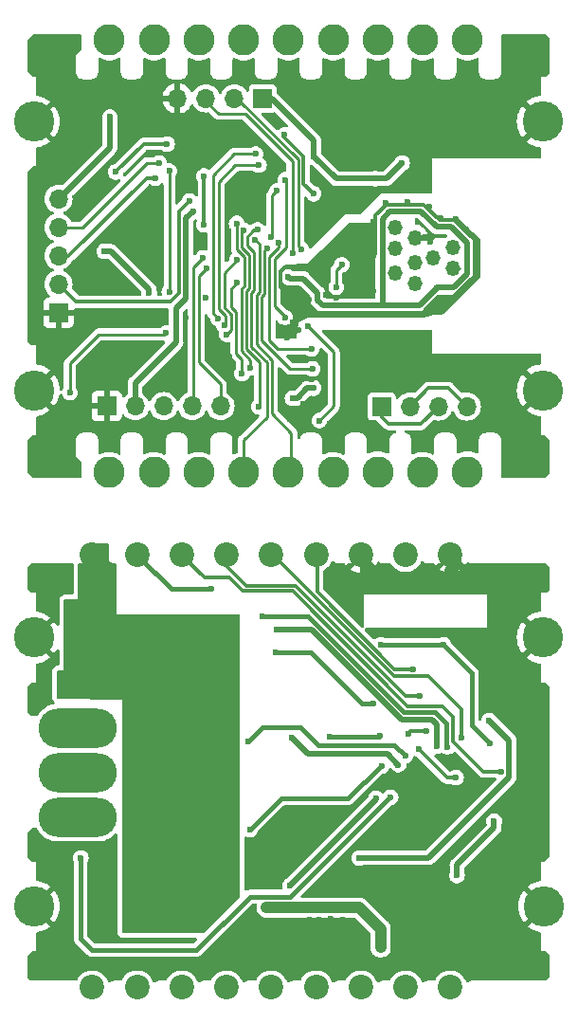
<source format=gbr>
%TF.GenerationSoftware,KiCad,Pcbnew,7.0.1*%
%TF.CreationDate,2023-06-12T22:17:34+07:00*%
%TF.ProjectId,servo_motor,73657276-6f5f-46d6-9f74-6f722e6b6963,rev?*%
%TF.SameCoordinates,Original*%
%TF.FileFunction,Copper,L2,Bot*%
%TF.FilePolarity,Positive*%
%FSLAX46Y46*%
G04 Gerber Fmt 4.6, Leading zero omitted, Abs format (unit mm)*
G04 Created by KiCad (PCBNEW 7.0.1) date 2023-06-12 22:17:34*
%MOMM*%
%LPD*%
G01*
G04 APERTURE LIST*
%TA.AperFunction,ComponentPad*%
%ADD10R,1.700000X1.700000*%
%TD*%
%TA.AperFunction,ComponentPad*%
%ADD11O,1.700000X1.700000*%
%TD*%
%TA.AperFunction,ComponentPad*%
%ADD12C,3.600000*%
%TD*%
%TA.AperFunction,ComponentPad*%
%ADD13O,1.300000X1.400000*%
%TD*%
%TA.AperFunction,ComponentPad*%
%ADD14O,7.000000X3.500000*%
%TD*%
%TA.AperFunction,ComponentPad*%
%ADD15C,2.200000*%
%TD*%
%TA.AperFunction,ComponentPad*%
%ADD16C,2.800000*%
%TD*%
%TA.AperFunction,ViaPad*%
%ADD17C,0.600000*%
%TD*%
%TA.AperFunction,Conductor*%
%ADD18C,0.250000*%
%TD*%
%TA.AperFunction,Conductor*%
%ADD19C,0.300000*%
%TD*%
%TA.AperFunction,Conductor*%
%ADD20C,1.000000*%
%TD*%
%TA.AperFunction,Conductor*%
%ADD21C,0.400000*%
%TD*%
%TA.AperFunction,Conductor*%
%ADD22C,0.500000*%
%TD*%
G04 APERTURE END LIST*
D10*
%TO.P,J2,1,Pin_1*%
%TO.N,GND*%
X128000000Y-65775000D03*
D11*
%TO.P,J2,2,Pin_2*%
%TO.N,/SWCLK*%
X128000000Y-63235000D03*
%TO.P,J2,3,Pin_3*%
%TO.N,/SWDIO*%
X128000000Y-60695000D03*
%TO.P,J2,4,Pin_4*%
%TO.N,/RESET*%
X128000000Y-58155000D03*
%TO.P,J2,5,Pin_5*%
%TO.N,+3V3*%
X128000000Y-55615000D03*
%TD*%
D12*
%TO.P,H3,1,1*%
%TO.N,GND*%
X171265018Y-48700167D03*
%TD*%
%TO.P,H5,1,1*%
%TO.N,GND*%
X125799018Y-94782178D03*
%TD*%
D13*
%TO.P,U4,1,OUT*%
%TO.N,/HALL1*%
X163234007Y-61816828D03*
%TO.P,U4,2,VCC*%
%TO.N,+3V3*%
X163234007Y-59916828D03*
%TO.P,U4,3,GND*%
%TO.N,GND*%
X161434007Y-60866828D03*
%TO.P,U4,4,OUT*%
%TO.N,/HALL2*%
X159834007Y-63166828D03*
%TO.P,U4,5,VCC*%
%TO.N,+3V3*%
X159834007Y-61266828D03*
%TO.P,U4,6,GND*%
%TO.N,GND*%
X158034007Y-62216828D03*
%TO.P,U4,7,OUT*%
%TO.N,/HALL3*%
X158034007Y-58167828D03*
%TO.P,U4,8,VCC*%
%TO.N,+3V3*%
X158034007Y-60067828D03*
%TO.P,U4,9,GND*%
%TO.N,GND*%
X159834007Y-59117828D03*
%TD*%
D12*
%TO.P,H6,1,1*%
%TO.N,GND*%
X125799018Y-118782200D03*
%TD*%
D14*
%TO.P,J3,1,Pin_1*%
%TO.N,/PHASE1*%
X129736018Y-102834178D03*
%TO.P,J3,2,Pin_2*%
%TO.N,/PHASE2*%
X129736018Y-106834178D03*
%TO.P,J3,3,Pin_3*%
%TO.N,/PHASE3*%
X129736018Y-110834178D03*
%TD*%
D10*
%TO.P,J6,1,Pin_1*%
%TO.N,GND*%
X132320000Y-74100000D03*
D11*
%TO.P,J6,2,Pin_2*%
%TO.N,+10V*%
X134860000Y-74100000D03*
%TO.P,J6,3,Pin_3*%
%TO.N,+3V3*%
X137400000Y-74100000D03*
%TO.P,J6,4,Pin_4*%
%TO.N,/ENCODER_A*%
X139940000Y-74100000D03*
%TO.P,J6,5,Pin_5*%
%TO.N,/ENCODER_B*%
X142480000Y-74100000D03*
%TD*%
D15*
%TO.P,P1,1,24V*%
%TO.N,+24V*%
X131006018Y-87403178D03*
%TO.P,P1,2,10V*%
%TO.N,+10V*%
X135006018Y-87403178D03*
%TO.P,P1,3,Switch_Disable*%
%TO.N,/SWITCH_DISABLE*%
X139006018Y-87403178D03*
%TO.P,P1,4,PWM1*%
%TO.N,/PWM1*%
X143006018Y-87403178D03*
%TO.P,P1,5,PWM2*%
%TO.N,/PWM2*%
X147006018Y-87403178D03*
%TO.P,P1,6,PWM3*%
%TO.N,/PWM3*%
X151006018Y-87403178D03*
%TO.P,P1,7,GND*%
%TO.N,GND*%
X155006018Y-87403178D03*
%TO.P,P1,8,IA*%
%TO.N,/IA*%
X159006018Y-87403178D03*
%TO.P,P1,9,GND*%
%TO.N,GND*%
X163006018Y-87403178D03*
%TD*%
D12*
%TO.P,H7,1,1*%
%TO.N,GND*%
X171265018Y-94782178D03*
%TD*%
D15*
%TO.P,P3,1,24V*%
%TO.N,unconnected-(P3-24V-Pad1)*%
X131006018Y-126011178D03*
%TO.P,P3,2,10V*%
%TO.N,unconnected-(P3-10V-Pad2)*%
X135006018Y-126011178D03*
%TO.P,P3,3,Switch_Disable*%
%TO.N,unconnected-(P3-Switch_Disable-Pad3)*%
X139006018Y-126011178D03*
%TO.P,P3,4,PWM1*%
%TO.N,unconnected-(P3-PWM1-Pad4)*%
X143006018Y-126011178D03*
%TO.P,P3,5,PWM2*%
%TO.N,unconnected-(P3-PWM2-Pad5)*%
X147006018Y-126011178D03*
%TO.P,P3,6,PWM3*%
%TO.N,unconnected-(P3-PWM3-Pad6)*%
X151006018Y-126011178D03*
%TO.P,P3,7,GND*%
%TO.N,unconnected-(P3-GND-Pad7)*%
X155006018Y-126011178D03*
%TO.P,P3,8,IA*%
%TO.N,unconnected-(P3-IA-Pad8)*%
X159006018Y-126011178D03*
%TO.P,P3,9,GND*%
%TO.N,unconnected-(P3-GND-Pad9)*%
X163006018Y-126011178D03*
%TD*%
D12*
%TO.P,H4,1,1*%
%TO.N,GND*%
X171265018Y-72700187D03*
%TD*%
%TO.P,H1,1,1*%
%TO.N,GND*%
X125799018Y-48700167D03*
%TD*%
D10*
%TO.P,J4,1,Pin_1*%
%TO.N,/B*%
X156873218Y-74144378D03*
D11*
%TO.P,J4,2,Pin_2*%
%TO.N,/A*%
X159413218Y-74144378D03*
%TO.P,J4,3,Pin_3*%
%TO.N,/B*%
X161953218Y-74144378D03*
%TO.P,J4,4,Pin_4*%
%TO.N,/A*%
X164493218Y-74144378D03*
%TD*%
D12*
%TO.P,H2,1,1*%
%TO.N,GND*%
X125799018Y-72700187D03*
%TD*%
D10*
%TO.P,J1,1,Pin_1*%
%TO.N,+3V3*%
X146246018Y-46636178D03*
D11*
%TO.P,J1,2,Pin_2*%
%TO.N,/UART2 RX*%
X143706018Y-46636178D03*
%TO.P,J1,3,Pin_3*%
%TO.N,/UART2 TX*%
X141166018Y-46636178D03*
%TO.P,J1,4,Pin_4*%
%TO.N,GND*%
X138626018Y-46636178D03*
%TD*%
D16*
%TO.P,P2,1,24V*%
%TO.N,+24V*%
X132532018Y-80037178D03*
%TO.P,P2,2,10V*%
%TO.N,+10V*%
X136532018Y-80037178D03*
%TO.P,P2,3,Switch_Disable*%
%TO.N,/SWITCH_DISABLE_B*%
X140532018Y-80037178D03*
%TO.P,P2,4,PWM1*%
%TO.N,/PWM1_B*%
X144532018Y-80037178D03*
%TO.P,P2,5,PWM2*%
%TO.N,/PWM2_B*%
X148532018Y-80037178D03*
%TO.P,P2,6,PWM3*%
%TO.N,/PWM3_B*%
X152532018Y-80037178D03*
%TO.P,P2,7,GND*%
%TO.N,GND*%
X156532018Y-80037178D03*
%TO.P,P2,8,IA*%
%TO.N,/IA_B*%
X160532018Y-80037178D03*
%TO.P,P2,9,GND*%
%TO.N,GND*%
X164532018Y-80037178D03*
%TD*%
D12*
%TO.P,H8,1,1*%
%TO.N,GND*%
X171392018Y-118782200D03*
%TD*%
D16*
%TO.P,P4,1,24V*%
%TO.N,unconnected-(P4-24V-Pad1)*%
X132532018Y-41429178D03*
%TO.P,P4,2,10V*%
%TO.N,unconnected-(P4-10V-Pad2)*%
X136532018Y-41429178D03*
%TO.P,P4,3,Switch_Disable*%
%TO.N,unconnected-(P4-Switch_Disable-Pad3)*%
X140532018Y-41429178D03*
%TO.P,P4,4,PWM1*%
%TO.N,unconnected-(P4-PWM1-Pad4)*%
X144532018Y-41429178D03*
%TO.P,P4,5,PWM2*%
%TO.N,unconnected-(P4-PWM2-Pad5)*%
X148532018Y-41429178D03*
%TO.P,P4,6,PWM3*%
%TO.N,unconnected-(P4-PWM3-Pad6)*%
X152532018Y-41429178D03*
%TO.P,P4,7,GND*%
%TO.N,unconnected-(P4-GND-Pad7)*%
X156532018Y-41429178D03*
%TO.P,P4,8,IA*%
%TO.N,unconnected-(P4-IA-Pad8)*%
X160532018Y-41429178D03*
%TO.P,P4,9,GND*%
%TO.N,unconnected-(P4-GND-Pad9)*%
X164532018Y-41429178D03*
%TD*%
D17*
%TO.N,/IA_SENSE*%
X143974020Y-63111045D03*
X144400000Y-71200000D03*
%TO.N,GND*%
X156100000Y-63800000D03*
X142400000Y-49200000D03*
X160500000Y-65900000D03*
X158900000Y-48500000D03*
X127577018Y-124741178D03*
X153400000Y-65900000D03*
X165300000Y-59300000D03*
X154932818Y-120931178D03*
X143300000Y-69700000D03*
X151326018Y-119965978D03*
X165300000Y-62600000D03*
X156500000Y-65900000D03*
X162100000Y-57300000D03*
X144600000Y-49200000D03*
X164200000Y-63700000D03*
X159700000Y-53100000D03*
X138900000Y-71100000D03*
X141148540Y-64400000D03*
X151900000Y-64200000D03*
X169968018Y-114537178D03*
X157000000Y-45600000D03*
X148900000Y-66600000D03*
X166618018Y-117787178D03*
X149400000Y-67300000D03*
X153408818Y-120016778D03*
X159200000Y-55900000D03*
X152000000Y-65900000D03*
X154900000Y-65900000D03*
X156100000Y-57700000D03*
X126688018Y-89054178D03*
X127400000Y-68900000D03*
X158600000Y-65900000D03*
X167668018Y-109437178D03*
X152100000Y-51700000D03*
X144341018Y-123598178D03*
X128720018Y-124868178D03*
X154600000Y-56100000D03*
X150462418Y-119965978D03*
X150600000Y-65900000D03*
X155600000Y-55000000D03*
X147600000Y-48800000D03*
X152200000Y-45500000D03*
X164400000Y-58300000D03*
X156018018Y-117637178D03*
X157200000Y-56000000D03*
X140900000Y-59300000D03*
X150000000Y-75300000D03*
X153739018Y-90324178D03*
X144700000Y-75200000D03*
X153500000Y-74900000D03*
X139800000Y-49100000D03*
X154300000Y-67700000D03*
X145500000Y-75100000D03*
X135600000Y-55800000D03*
X148707319Y-75249011D03*
X160800000Y-59000000D03*
X150600000Y-71700000D03*
X139400000Y-66200000D03*
X161500000Y-70500000D03*
X154100000Y-58100000D03*
X126180018Y-123725178D03*
X129300000Y-52200000D03*
X152800000Y-64400989D03*
X155100000Y-60500000D03*
X170122018Y-106326178D03*
X162500000Y-65000000D03*
X158438018Y-94515178D03*
X150400000Y-64600000D03*
X154983618Y-123318778D03*
X139000000Y-50800000D03*
X158100000Y-49500000D03*
X131500000Y-62700000D03*
X153400000Y-58800000D03*
X154932818Y-121693178D03*
X160600000Y-51700000D03*
X148525501Y-63600000D03*
X161100000Y-56300000D03*
X127200000Y-77900000D03*
X164600000Y-76200000D03*
X148500000Y-46500000D03*
X163500000Y-57400000D03*
X143400000Y-72200000D03*
X132100000Y-53700000D03*
X155600000Y-62400000D03*
X149900000Y-73900000D03*
X156100000Y-60700000D03*
X146800000Y-51700000D03*
X137600000Y-66200000D03*
X158400000Y-71700000D03*
X148400000Y-68000000D03*
X169106018Y-90451178D03*
X154932818Y-122455178D03*
X132100000Y-46500000D03*
X145100000Y-72400000D03*
X148000000Y-52800000D03*
X152342018Y-119915178D03*
%TO.N,+10V*%
X166918018Y-111187178D03*
X141674018Y-90451178D03*
X162375018Y-95404178D03*
X140000000Y-56700000D03*
X156787018Y-95404178D03*
X163598018Y-116025178D03*
X166502018Y-104230178D03*
%TO.N,+24V*%
X129101018Y-97690178D03*
X129101018Y-98706178D03*
X139515018Y-106707178D03*
X129101018Y-95658178D03*
X141293018Y-104675178D03*
X140912018Y-120296178D03*
X141928018Y-118137178D03*
X129101018Y-96674178D03*
X136594018Y-119153178D03*
X136086018Y-93372178D03*
X132149018Y-93372178D03*
X139515018Y-105691178D03*
X148836818Y-118899178D03*
X139515018Y-104675178D03*
X143071018Y-118137178D03*
X129101018Y-94769178D03*
X146601618Y-118899178D03*
X140912018Y-118137178D03*
X138626018Y-118137178D03*
X139769018Y-119153178D03*
X129101018Y-93880178D03*
X140404018Y-106707178D03*
X130371018Y-93372178D03*
X135197018Y-93372178D03*
X138626018Y-119153178D03*
X137610018Y-120296178D03*
X140404018Y-104675178D03*
X136594018Y-120296178D03*
X140912018Y-119153178D03*
X139769018Y-118137178D03*
X141928018Y-119153178D03*
X147312818Y-118899178D03*
X139769018Y-120296178D03*
X141293018Y-106707178D03*
X156787018Y-122455178D03*
X137610018Y-119153178D03*
X141293018Y-105691178D03*
X140404018Y-105691178D03*
X133038018Y-93372178D03*
X136594018Y-118137178D03*
X134181018Y-93372178D03*
X138626018Y-120296178D03*
X148024018Y-118899178D03*
X129101018Y-99595178D03*
X131260018Y-93372178D03*
X137610018Y-118137178D03*
X137229018Y-93372178D03*
%TO.N,/M_VCC*%
X160168018Y-104737178D03*
X163518018Y-107287178D03*
%TO.N,+3V3*%
X132600000Y-48300000D03*
X158700000Y-52400000D03*
X150800000Y-51800000D03*
X156958076Y-59241924D03*
X161800000Y-63600000D03*
X156300000Y-53800000D03*
X148476460Y-62553839D03*
X132100000Y-60300000D03*
X148900000Y-73424500D03*
X164500000Y-60000000D03*
X136100000Y-64000000D03*
X150800000Y-72500000D03*
%TO.N,/HALL1*%
X153300000Y-61500000D03*
X152813462Y-63496639D03*
%TO.N,/RESET*%
X148275500Y-53900000D03*
X137000000Y-52400000D03*
X148215512Y-66184487D03*
%TO.N,/PHASE1*%
X147518018Y-94087178D03*
X161768018Y-104487178D03*
%TO.N,/PHASE2*%
X158368018Y-106137178D03*
X148868018Y-103737178D03*
%TO.N,/PHASE3*%
X148668018Y-116937178D03*
X156368018Y-109137178D03*
%TO.N,/ENCODER_A*%
X140900000Y-60900000D03*
%TO.N,/ENCODER_B*%
X141200000Y-61800000D03*
%TO.N,/TEMPERATURE*%
X147500000Y-54900000D03*
X143970360Y-61034331D03*
X147000000Y-59000708D03*
X143000000Y-67700000D03*
X137600000Y-67600000D03*
X129000000Y-72900000D03*
%TO.N,/UART2 RX*%
X149700000Y-60100000D03*
%TO.N,/UART2 TX*%
X148965141Y-60414939D03*
%TO.N,/SWCLK*%
X139700000Y-55800000D03*
%TO.N,/SWDIO*%
X136650000Y-53750000D03*
%TO.N,/PWM1*%
X160308881Y-99994751D03*
%TO.N,/PWM2*%
X163968018Y-103737178D03*
%TO.N,/PWM3*%
X159245093Y-103353057D03*
X159668018Y-97587178D03*
X160851018Y-103136678D03*
%TO.N,/SWITCH_DISABLE*%
X167518018Y-106737178D03*
%TO.N,/SWITCH_DISABLE_B*%
X150300000Y-67000000D03*
X151300000Y-75400000D03*
%TO.N,/PWM1_B*%
X145776208Y-58376208D03*
%TO.N,/PWM2_B*%
X145524500Y-59227541D03*
%TO.N,/PWM3_B*%
X144542824Y-58423137D03*
X145900000Y-74149500D03*
%TO.N,/TOUCH*%
X141000000Y-53576460D03*
X141000000Y-57900000D03*
%TO.N,/LED_RED*%
X142275500Y-66300000D03*
X145600000Y-51600000D03*
%TO.N,/LED_GREEN*%
X145900000Y-52600000D03*
X142800000Y-66924500D03*
%TO.N,/RS485_EN*%
X143918324Y-57798637D03*
X145100000Y-70700000D03*
%TO.N,/PWM4*%
X137900000Y-63900000D03*
X137900000Y-53125500D03*
%TO.N,Net-(Q1-S-Pad1)*%
X154882018Y-114454178D03*
X166468018Y-102176678D03*
%TO.N,Net-(Q1-G)*%
X147368018Y-96137178D03*
X156116045Y-100663857D03*
%TO.N,Net-(Q2-G)*%
X162768018Y-104537178D03*
X146246018Y-92864178D03*
%TO.N,Net-(Q3-G)*%
X156718018Y-103587178D03*
X152215018Y-103659178D03*
%TO.N,Net-(Q4-G)*%
X144976018Y-104037178D03*
X158968018Y-105337178D03*
%TO.N,Net-(Q5-G)*%
X145103018Y-111914178D03*
X156868018Y-106237178D03*
%TO.N,Net-(Q6-G)*%
X129990018Y-114454178D03*
X157668018Y-109037178D03*
%TO.N,/REF24*%
X148200000Y-49900000D03*
X137700000Y-50700000D03*
X133100000Y-53200000D03*
X150800000Y-55149011D03*
%TO.N,/RS485_D*%
X150700000Y-70800000D03*
X146618295Y-60018295D03*
%TO.N,/RS485_R*%
X147624738Y-59524500D03*
X150600000Y-69000000D03*
%TD*%
D18*
%TO.N,/IA_SENSE*%
X144400000Y-69916807D02*
X144400000Y-71200000D01*
X143974020Y-63111045D02*
X143400000Y-63685065D01*
X143400000Y-63685065D02*
X143400000Y-65269871D01*
X143874031Y-65743903D02*
X143874031Y-69390838D01*
X143400000Y-65269871D02*
X143874031Y-65743903D01*
X143874031Y-69390838D02*
X144400000Y-69916807D01*
D19*
%TO.N,GND*%
X156100000Y-60700000D02*
X156300000Y-60500000D01*
X147826949Y-62073051D02*
X147826949Y-63526949D01*
X154000000Y-57900000D02*
X150300000Y-61600000D01*
X148300000Y-61600000D02*
X147826949Y-62073051D01*
X150099520Y-65799520D02*
X147826949Y-63526949D01*
X156300000Y-60500000D02*
X156300000Y-57100000D01*
X160500480Y-65799520D02*
X150099520Y-65799520D01*
X150300000Y-61600000D02*
X148300000Y-61600000D01*
X157299520Y-56100480D02*
X160648330Y-56100480D01*
X161926075Y-64373925D02*
X160500480Y-65799520D01*
D20*
X155470034Y-89101162D02*
X155470034Y-87403178D01*
X163010018Y-88799313D02*
X163470038Y-88339293D01*
D19*
X156300000Y-57900000D02*
X154000000Y-57900000D01*
D20*
X155390018Y-89943178D02*
X155390018Y-89181178D01*
X163010018Y-89435178D02*
X163010018Y-88799313D01*
D19*
X165149511Y-62498339D02*
X163273925Y-64373925D01*
X156300000Y-57100000D02*
X157299520Y-56100480D01*
X147900000Y-63600000D02*
X147826949Y-63526949D01*
X162047850Y-57500000D02*
X163347850Y-57500000D01*
X163273925Y-64373925D02*
X161926075Y-64373925D01*
X148525501Y-63600000D02*
X147900000Y-63600000D01*
X163347850Y-57500000D02*
X165149511Y-59301661D01*
D20*
X163470038Y-88339293D02*
X163470038Y-87403178D01*
D19*
X160648330Y-56100480D02*
X162047850Y-57500000D01*
X165149511Y-59301661D02*
X165149511Y-62498339D01*
D20*
X155390018Y-89181178D02*
X155470034Y-89101162D01*
D21*
%TO.N,+10V*%
X138054018Y-90451178D02*
X135170023Y-87567183D01*
X135170023Y-87567183D02*
X135170023Y-87403178D01*
D22*
X138500000Y-65400000D02*
X138500000Y-68400000D01*
X166918018Y-111787178D02*
X163598018Y-115107178D01*
D21*
X162375018Y-95404178D02*
X164918018Y-97947178D01*
D22*
X139399520Y-64500480D02*
X138500000Y-65400000D01*
D21*
X156787018Y-95404178D02*
X162375018Y-95404178D01*
D22*
X163598018Y-115107178D02*
X163598018Y-116025178D01*
X166918018Y-111187178D02*
X166918018Y-111787178D01*
D21*
X164918018Y-102646178D02*
X166502018Y-104230178D01*
D22*
X139399520Y-57300480D02*
X139399520Y-64500480D01*
X140000000Y-56700000D02*
X139399520Y-57300480D01*
D21*
X164918018Y-97947178D02*
X164918018Y-102646178D01*
X141674018Y-90451178D02*
X138054018Y-90451178D01*
D22*
X138500000Y-68400000D02*
X134860000Y-72040000D01*
X134860000Y-72040000D02*
X134860000Y-74100000D01*
D20*
%TO.N,+24V*%
X154882018Y-118899178D02*
X156787018Y-120804178D01*
X131260018Y-93372178D02*
X131470021Y-93162175D01*
X148836818Y-118899178D02*
X154882018Y-118899178D01*
X147312818Y-118899178D02*
X148024018Y-118899178D01*
X131470021Y-93162175D02*
X131470021Y-87403178D01*
X148024018Y-118899178D02*
X148836818Y-118899178D01*
X156787018Y-120804178D02*
X156787018Y-122455178D01*
X146601618Y-118899178D02*
X147312818Y-118899178D01*
D19*
%TO.N,/M_VCC*%
X163518018Y-107287178D02*
X162718018Y-107287178D01*
X162718018Y-107287178D02*
X160168018Y-104737178D01*
D22*
%TO.N,+3V3*%
X163300000Y-63500000D02*
X161800000Y-63500000D01*
X157300000Y-53800000D02*
X156300000Y-53800000D01*
X151650489Y-65150489D02*
X160249511Y-65150489D01*
X151149511Y-63989541D02*
X151149511Y-64649511D01*
X156934487Y-59265513D02*
X156934487Y-65100000D01*
X150800000Y-51800000D02*
X152800000Y-53800000D01*
X150800000Y-50400000D02*
X147036178Y-46636178D01*
X150800000Y-51800000D02*
X150800000Y-50400000D01*
X149884470Y-62724500D02*
X151149511Y-63989541D01*
X156958076Y-59241924D02*
X156934487Y-59265513D01*
X161800000Y-58100000D02*
X163100000Y-58100000D01*
X152800000Y-53800000D02*
X156300000Y-53800000D01*
X148647121Y-62724500D02*
X149884470Y-62724500D01*
X151149511Y-64649511D02*
X151650489Y-65150489D01*
X161800000Y-63500000D02*
X161800000Y-63600000D01*
X132100000Y-60300000D02*
X132700000Y-60300000D01*
X164500000Y-60000000D02*
X164500000Y-62300000D01*
X132600000Y-48300000D02*
X132600000Y-51015000D01*
X156934487Y-57365513D02*
X157600000Y-56700000D01*
X163100000Y-58100000D02*
X164500000Y-59500000D01*
X158700000Y-52400000D02*
X157300000Y-53800000D01*
X164500000Y-59500000D02*
X164500000Y-60000000D01*
X136100000Y-63700000D02*
X136100000Y-64000000D01*
X132600000Y-51015000D02*
X128000000Y-55615000D01*
X157600000Y-56700000D02*
X160400000Y-56700000D01*
X132700000Y-60300000D02*
X136100000Y-63700000D01*
X156934487Y-59218335D02*
X156934487Y-57365513D01*
X148476460Y-62553839D02*
X148647121Y-62724500D01*
X164500000Y-62300000D02*
X163300000Y-63500000D01*
X149315530Y-73424500D02*
X150240030Y-72500000D01*
X147036178Y-46636178D02*
X146246018Y-46636178D01*
X160249511Y-65150489D02*
X161800000Y-63600000D01*
X160400000Y-56700000D02*
X161800000Y-58100000D01*
X148900000Y-73424500D02*
X149315530Y-73424500D01*
X150240030Y-72500000D02*
X150800000Y-72500000D01*
D18*
%TO.N,/HALL1*%
X152813462Y-61986538D02*
X153300000Y-61500000D01*
X152813462Y-63496639D02*
X152813462Y-61986538D01*
X163816828Y-61816828D02*
X163359025Y-61816828D01*
%TO.N,/RESET*%
X137000000Y-52400000D02*
X135900000Y-52400000D01*
X148300000Y-53924500D02*
X148300000Y-59935718D01*
X148300000Y-59935718D02*
X147300000Y-60935718D01*
X130145000Y-58155000D02*
X128000000Y-58155000D01*
X147300000Y-60935718D02*
X147300000Y-65200000D01*
X148275500Y-53900000D02*
X148300000Y-53924500D01*
X147300000Y-65200000D02*
X148215512Y-66115512D01*
X135900000Y-52400000D02*
X130145000Y-58155000D01*
X148215512Y-66115512D02*
X148215512Y-66184487D01*
D22*
%TO.N,/PHASE1*%
X161768018Y-102537178D02*
X161368018Y-102137178D01*
X161368018Y-102137178D02*
X158649320Y-102137178D01*
X150599320Y-94087178D02*
X147518018Y-94087178D01*
X161768018Y-104487178D02*
X161768018Y-102537178D01*
X158649320Y-102137178D02*
X150599320Y-94087178D01*
%TO.N,/PHASE2*%
X157418018Y-105187178D02*
X150318018Y-105187178D01*
X158368018Y-106137178D02*
X157418018Y-105187178D01*
X150318018Y-105187178D02*
X148868018Y-103737178D01*
%TO.N,/PHASE3*%
X156368018Y-109237178D02*
X148668018Y-116937178D01*
D18*
%TO.N,/ENCODER_A*%
X140900000Y-60900000D02*
X140074520Y-61725480D01*
X140074520Y-73965480D02*
X139940000Y-74100000D01*
X140074520Y-61725480D02*
X140074520Y-73965480D01*
%TO.N,/ENCODER_B*%
X140524040Y-70224040D02*
X142480000Y-72180000D01*
X140524040Y-62475960D02*
X140524040Y-70224040D01*
X142480000Y-72180000D02*
X142480000Y-74100000D01*
X141200000Y-61800000D02*
X140524040Y-62475960D01*
%TO.N,/TEMPERATURE*%
X147500000Y-54900000D02*
X147100000Y-55300000D01*
X142800000Y-62204691D02*
X143970360Y-61034331D01*
X137500000Y-67700000D02*
X131600000Y-67700000D01*
X143424511Y-67275489D02*
X143424511Y-65930100D01*
X137600000Y-67600000D02*
X137500000Y-67700000D01*
X142800000Y-65305589D02*
X142800000Y-62204691D01*
X143000000Y-67700000D02*
X143424511Y-67275489D01*
X129000000Y-70300000D02*
X129000000Y-72900000D01*
X131600000Y-67700000D02*
X129000000Y-70300000D01*
X143424511Y-65930100D02*
X142800000Y-65305589D01*
X147100000Y-58900708D02*
X147000000Y-59000708D01*
X147100000Y-55300000D02*
X147100000Y-58900708D01*
%TO.N,/UART2 RX*%
X149700000Y-60100000D02*
X149400000Y-59800000D01*
X143936178Y-46636178D02*
X143706018Y-46636178D01*
X149400000Y-52100000D02*
X143936178Y-46636178D01*
X149400000Y-59800000D02*
X149400000Y-52100000D01*
%TO.N,/UART2 TX*%
X144664282Y-48000000D02*
X142300000Y-48000000D01*
X148965141Y-60414939D02*
X148900000Y-60349798D01*
X141166018Y-46866018D02*
X141166018Y-46636178D01*
X148900000Y-60349798D02*
X148900000Y-52235718D01*
X142300000Y-48000000D02*
X141166018Y-46866018D01*
X148900000Y-52235718D02*
X144664282Y-48000000D01*
D19*
%TO.N,/SWCLK*%
X139700000Y-55800000D02*
X138800000Y-56700000D01*
X138800000Y-64000000D02*
X138000000Y-64800000D01*
X129565000Y-64800000D02*
X128000000Y-63235000D01*
X138000000Y-64800000D02*
X129565000Y-64800000D01*
X138800000Y-56700000D02*
X138800000Y-64000000D01*
%TO.N,/SWDIO*%
X128905000Y-60695000D02*
X135850000Y-53750000D01*
X135850000Y-53750000D02*
X136650000Y-53750000D01*
X128000000Y-60695000D02*
X128905000Y-60695000D01*
%TO.N,/B*%
X156873218Y-74144378D02*
X156873218Y-75073218D01*
X160397596Y-75700000D02*
X161953218Y-74144378D01*
X157500000Y-75700000D02*
X160397596Y-75700000D01*
X156873218Y-75073218D02*
X157500000Y-75700000D01*
%TO.N,/A*%
X162848840Y-72500000D02*
X164493218Y-74144378D01*
X159413218Y-74144378D02*
X161057596Y-72500000D01*
X161057596Y-72500000D02*
X162848840Y-72500000D01*
%TO.N,/PWM1*%
X159012735Y-99994751D02*
X149151662Y-90133678D01*
X144764518Y-90133678D02*
X143120027Y-88489187D01*
X143120027Y-87403178D02*
X143579018Y-87403178D01*
X160308881Y-99994751D02*
X159012735Y-99994751D01*
X149151662Y-90133678D02*
X144764518Y-90133678D01*
X143120027Y-88489187D02*
X143120027Y-87403178D01*
%TO.N,/PWM2*%
X157961590Y-98237178D02*
X147127590Y-87403178D01*
X147127590Y-87403178D02*
X147120029Y-87403178D01*
X161018018Y-98237178D02*
X157961590Y-98237178D01*
X163968018Y-101187178D02*
X161018018Y-98237178D01*
X163968018Y-103737178D02*
X163968018Y-101187178D01*
%TO.N,/PWM3*%
X159668018Y-97587178D02*
X158018018Y-97587178D01*
X159461472Y-103136678D02*
X160851018Y-103136678D01*
X159245093Y-103353057D02*
X159461472Y-103136678D01*
X158018018Y-97587178D02*
X151120032Y-90689192D01*
X151120032Y-90689192D02*
X151120032Y-87403178D01*
%TO.N,/SWITCH_DISABLE*%
X165968018Y-106737178D02*
X163268018Y-104037178D01*
X148948734Y-90637178D02*
X144468018Y-90637178D01*
X139120025Y-87517185D02*
X139120025Y-87403178D01*
X167518018Y-106737178D02*
X165968018Y-106737178D01*
X141040018Y-89437178D02*
X139120025Y-87517185D01*
X159199214Y-100887658D02*
X148948734Y-90637178D01*
X144468018Y-90637178D02*
X143268018Y-89437178D01*
X163268018Y-104037178D02*
X163268018Y-101837178D01*
X162318498Y-100887658D02*
X159199214Y-100887658D01*
X163268018Y-101837178D02*
X162318498Y-100887658D01*
X143268018Y-89437178D02*
X141040018Y-89437178D01*
D18*
%TO.N,/SWITCH_DISABLE_B*%
X152600000Y-69300000D02*
X152600000Y-74100000D01*
X152600000Y-74100000D02*
X151300000Y-75400000D01*
X150300000Y-67000000D02*
X152600000Y-69300000D01*
%TO.N,/PWM1_B*%
X145167335Y-58632665D02*
X145167335Y-58681819D01*
X144900000Y-58949154D02*
X144900000Y-59809343D01*
X145497571Y-63742123D02*
X145222591Y-64017103D01*
X144900000Y-59809343D02*
X145497571Y-60406914D01*
X145423792Y-58376208D02*
X145167335Y-58632665D01*
X144532018Y-77167982D02*
X144532018Y-80037178D01*
X145222591Y-64017103D02*
X145222591Y-68803680D01*
X145222591Y-68803680D02*
X146624511Y-70205600D01*
X145776208Y-58376208D02*
X145423792Y-58376208D01*
X145167335Y-58681819D02*
X144900000Y-58949154D01*
X145497571Y-60406914D02*
X145497571Y-63742123D01*
X146624511Y-70205600D02*
X146624511Y-75075489D01*
X146624511Y-75075489D02*
X144532018Y-77167982D01*
%TO.N,/PWM2_B*%
X145947091Y-63928321D02*
X145672111Y-64203301D01*
X147074031Y-74774031D02*
X148800000Y-76500000D01*
X147074031Y-70019403D02*
X147074031Y-74774031D01*
X148800000Y-76500000D02*
X148800000Y-79769196D01*
X148800000Y-79769196D02*
X148532018Y-80037178D01*
X145672111Y-68617483D02*
X147074031Y-70019403D01*
X145524500Y-59227541D02*
X145947091Y-59650132D01*
X145672111Y-64203301D02*
X145672111Y-68617483D01*
X145947091Y-59650132D02*
X145947091Y-63928321D01*
%TO.N,/PWM3_B*%
X144400000Y-58565961D02*
X144542824Y-58423137D01*
X146000000Y-70216807D02*
X144773071Y-68989878D01*
X145048051Y-63555925D02*
X145048051Y-60593111D01*
X145900000Y-74149500D02*
X146000000Y-74049500D01*
X144773071Y-68989878D02*
X144773071Y-63830905D01*
X144773071Y-63830905D02*
X145048051Y-63555925D01*
X144400000Y-59945060D02*
X144400000Y-58565961D01*
X146000000Y-74049500D02*
X146000000Y-70216807D01*
X145048051Y-60593111D02*
X144400000Y-59945060D01*
D19*
%TO.N,/TOUCH*%
X141000000Y-57900000D02*
X141000000Y-53576460D01*
D18*
%TO.N,/LED_RED*%
X141800000Y-62083193D02*
X141800000Y-65824500D01*
X141800000Y-65824500D02*
X142275500Y-66300000D01*
X141800000Y-53500000D02*
X141800000Y-61516807D01*
X141824511Y-61541318D02*
X141824511Y-62058682D01*
X141800000Y-61516807D02*
X141824511Y-61541318D01*
X143700000Y-51600000D02*
X141800000Y-53500000D01*
X141824511Y-62058682D02*
X141800000Y-62083193D01*
X145600000Y-51600000D02*
X143700000Y-51600000D01*
%TO.N,/LED_GREEN*%
X145900000Y-52600000D02*
X143800000Y-52600000D01*
X142900011Y-66824489D02*
X142800000Y-66924500D01*
X142300000Y-65441307D02*
X142900011Y-66041318D01*
X143800000Y-52600000D02*
X142300000Y-54100000D01*
X142300000Y-54100000D02*
X142300000Y-65441307D01*
X142900011Y-66041318D02*
X142900011Y-66824489D01*
%TO.N,/RS485_EN*%
X144323550Y-63644708D02*
X144598531Y-63369727D01*
X144323551Y-69204640D02*
X144323550Y-63644708D01*
X145100000Y-70700000D02*
X145100000Y-69981089D01*
X144598531Y-60779309D02*
X143918324Y-60099101D01*
X144598531Y-63369727D02*
X144598531Y-60779309D01*
X143918324Y-60099101D02*
X143918324Y-57798637D01*
X145100000Y-69981089D02*
X144323551Y-69204640D01*
%TO.N,/PWM4*%
X137900000Y-53125500D02*
X137900000Y-63900000D01*
D22*
%TO.N,Net-(Q1-S-Pad1)*%
X168268018Y-103976678D02*
X168268018Y-107237178D01*
X166468018Y-102176678D02*
X168268018Y-103976678D01*
X161051018Y-114454178D02*
X154882018Y-114454178D01*
X168268018Y-107237178D02*
X161051018Y-114454178D01*
D21*
%TO.N,Net-(Q1-G)*%
X156116045Y-100663857D02*
X155076137Y-100663857D01*
X150549458Y-96137178D02*
X147368018Y-96137178D01*
X155076137Y-100663857D02*
X150549458Y-96137178D01*
%TO.N,Net-(Q2-G)*%
X162768018Y-104537178D02*
X162668018Y-104437178D01*
X162668018Y-102487178D02*
X161618018Y-101437178D01*
X150294880Y-92864178D02*
X146246018Y-92864178D01*
X158867880Y-101437178D02*
X150294880Y-92864178D01*
X161618018Y-101437178D02*
X158867880Y-101437178D01*
X162668018Y-104437178D02*
X162668018Y-102487178D01*
%TO.N,Net-(Q3-G)*%
X152215018Y-103659178D02*
X155590018Y-103659178D01*
X155590018Y-103659178D02*
X156646018Y-103659178D01*
X156646018Y-103659178D02*
X156718018Y-103587178D01*
%TO.N,Net-(Q4-G)*%
X146226018Y-102787178D02*
X144976018Y-104037178D01*
X158018018Y-104387178D02*
X151218018Y-104387178D01*
X149618018Y-102787178D02*
X146226018Y-102787178D01*
X151218018Y-104387178D02*
X149618018Y-102787178D01*
X158968018Y-105337178D02*
X158018018Y-104387178D01*
%TO.N,Net-(Q5-G)*%
X156768018Y-106237178D02*
X153868018Y-109137178D01*
X147880018Y-109137178D02*
X145103018Y-111914178D01*
X153868018Y-109137178D02*
X147880018Y-109137178D01*
X156868018Y-106237178D02*
X156768018Y-106237178D01*
%TO.N,Net-(Q6-G)*%
X157668018Y-109037178D02*
X157568018Y-109037178D01*
X129990018Y-121693178D02*
X129990018Y-114454178D01*
X140277018Y-122709178D02*
X131006018Y-122709178D01*
X157568018Y-109037178D02*
X148702518Y-117902678D01*
X145083518Y-117902678D02*
X140277018Y-122709178D01*
X131006018Y-122709178D02*
X129990018Y-121693178D01*
X148702518Y-117902678D02*
X145083518Y-117902678D01*
D19*
%TO.N,/REF24*%
X148200000Y-49900000D02*
X148200000Y-50100000D01*
X149900000Y-51800000D02*
X149900000Y-54249011D01*
X148200000Y-50100000D02*
X149900000Y-51800000D01*
X149900000Y-54249011D02*
X150800000Y-55149011D01*
X135600000Y-50700000D02*
X133100000Y-53200000D01*
X137700000Y-50700000D02*
X135600000Y-50700000D01*
D18*
%TO.N,/RS485_D*%
X146396611Y-64114519D02*
X146121631Y-64389499D01*
X146121631Y-64389499D02*
X146121631Y-68221631D01*
X146121631Y-68221631D02*
X148700000Y-70800000D01*
X146396611Y-60239979D02*
X146396611Y-64114519D01*
X146618295Y-60018295D02*
X146396611Y-60239979D01*
X148700000Y-70800000D02*
X150700000Y-70800000D01*
%TO.N,/RS485_R*%
X150600000Y-69000000D02*
X147600000Y-69000000D01*
X147600000Y-69000000D02*
X146846131Y-68246131D01*
X146846131Y-60753869D02*
X147624738Y-59975262D01*
X146846131Y-68246131D02*
X146846131Y-60753869D01*
X147624738Y-59975262D02*
X147624738Y-59524500D01*
%TD*%
%TA.AperFunction,Conductor*%
%TO.N,GND*%
G36*
X163696414Y-57308983D02*
G01*
X163736473Y-57334649D01*
X165032472Y-58565848D01*
X165660782Y-59162743D01*
X165689781Y-59204387D01*
X165700000Y-59254093D01*
X165700000Y-62547810D01*
X165690409Y-62596028D01*
X165663095Y-62636905D01*
X162428553Y-65871447D01*
X162397113Y-65894387D01*
X162360172Y-65906638D01*
X162113254Y-65947791D01*
X162092540Y-65949505D01*
X161425177Y-65949505D01*
X161424971Y-65949464D01*
X161400017Y-65949464D01*
X161399920Y-65949504D01*
X161399715Y-65949589D01*
X161399637Y-65949620D01*
X161399636Y-65949622D01*
X161399477Y-65950007D01*
X161399484Y-65959931D01*
X161385929Y-66016865D01*
X161348115Y-66061534D01*
X161294198Y-66084300D01*
X160610284Y-66198286D01*
X160589570Y-66200000D01*
X150299999Y-66200000D01*
X149400000Y-66599998D01*
X149399999Y-66600000D01*
X149308116Y-67978250D01*
X149287826Y-68038864D01*
X149240404Y-68081722D01*
X149178053Y-68095794D01*
X147493289Y-68037699D01*
X147432140Y-68019417D01*
X147387795Y-67973516D01*
X147371631Y-67911774D01*
X147371631Y-66599397D01*
X147387511Y-66538163D01*
X147431148Y-66492364D01*
X147491543Y-66473544D01*
X147553473Y-66486447D01*
X147601326Y-66527820D01*
X147687329Y-66652416D01*
X147814660Y-66765221D01*
X147965287Y-66844277D01*
X148130456Y-66884987D01*
X148300566Y-66884987D01*
X148300568Y-66884987D01*
X148465737Y-66844277D01*
X148616364Y-66765221D01*
X148743695Y-66652416D01*
X148840330Y-66512417D01*
X148900652Y-66353359D01*
X148921157Y-66184487D01*
X148900652Y-66015615D01*
X148840330Y-65856557D01*
X148743695Y-65716558D01*
X148616364Y-65603753D01*
X148465737Y-65524697D01*
X148465736Y-65524696D01*
X148465735Y-65524696D01*
X148369953Y-65501087D01*
X148311013Y-65467844D01*
X147862405Y-65019236D01*
X147835091Y-64978359D01*
X147825500Y-64930141D01*
X147825500Y-63192957D01*
X147838550Y-63137115D01*
X147874997Y-63092840D01*
X147927292Y-63069304D01*
X147984601Y-63071383D01*
X148035051Y-63098643D01*
X148053071Y-63114607D01*
X148075609Y-63134574D01*
X148188352Y-63193746D01*
X148209332Y-63209183D01*
X148209822Y-63208552D01*
X148219496Y-63216056D01*
X148228514Y-63223758D01*
X148261728Y-63254948D01*
X148280190Y-63265097D01*
X148296712Y-63275951D01*
X148313355Y-63288861D01*
X148313356Y-63288861D01*
X148313357Y-63288862D01*
X148355169Y-63306955D01*
X148365814Y-63312170D01*
X148405753Y-63334127D01*
X148426165Y-63339367D01*
X148444863Y-63345769D01*
X148464195Y-63354135D01*
X148500412Y-63359871D01*
X148509180Y-63361260D01*
X148520804Y-63363667D01*
X148536916Y-63367803D01*
X148564944Y-63375000D01*
X148586012Y-63375000D01*
X148605721Y-63376550D01*
X148626526Y-63379846D01*
X148671877Y-63375558D01*
X148683735Y-63375000D01*
X149562834Y-63375000D01*
X149611052Y-63384591D01*
X149651929Y-63411905D01*
X150462106Y-64222082D01*
X150489420Y-64262959D01*
X150499011Y-64311177D01*
X150499011Y-64563785D01*
X150496664Y-64585044D01*
X150498949Y-64657741D01*
X150499011Y-64661699D01*
X150499011Y-64690436D01*
X150499552Y-64694721D01*
X150500482Y-64706544D01*
X150501913Y-64752080D01*
X150507791Y-64772311D01*
X150511799Y-64791667D01*
X150514439Y-64812568D01*
X150531210Y-64854926D01*
X150535055Y-64866155D01*
X150547767Y-64909911D01*
X150558490Y-64928042D01*
X150567187Y-64945795D01*
X150574941Y-64965379D01*
X150601715Y-65002231D01*
X150608230Y-65012149D01*
X150625869Y-65041973D01*
X150631430Y-65051376D01*
X150646327Y-65066273D01*
X150659165Y-65081304D01*
X150671548Y-65098348D01*
X150706654Y-65127390D01*
X150715434Y-65135380D01*
X151129898Y-65549844D01*
X151143272Y-65566536D01*
X151145285Y-65568427D01*
X151145287Y-65568429D01*
X151196304Y-65616337D01*
X151199115Y-65619061D01*
X151219453Y-65639399D01*
X151219454Y-65639400D01*
X151222864Y-65642045D01*
X151231882Y-65649747D01*
X151265096Y-65680937D01*
X151276510Y-65687212D01*
X151283551Y-65691083D01*
X151300079Y-65701940D01*
X151316725Y-65714852D01*
X151358539Y-65732946D01*
X151369198Y-65738167D01*
X151409121Y-65760116D01*
X151429524Y-65765354D01*
X151448231Y-65771759D01*
X151467563Y-65780125D01*
X151512567Y-65787252D01*
X151524174Y-65789656D01*
X151568312Y-65800989D01*
X151589374Y-65800989D01*
X151609083Y-65802539D01*
X151629894Y-65805836D01*
X151675253Y-65801548D01*
X151687112Y-65800989D01*
X160163785Y-65800989D01*
X160185044Y-65803335D01*
X160187803Y-65803248D01*
X160187807Y-65803249D01*
X160257741Y-65801050D01*
X160261699Y-65800989D01*
X160290430Y-65800989D01*
X160290436Y-65800989D01*
X160294721Y-65800447D01*
X160306543Y-65799516D01*
X160352080Y-65798086D01*
X160363689Y-65794712D01*
X160372302Y-65792211D01*
X160391667Y-65788200D01*
X160412569Y-65785560D01*
X160454940Y-65768783D01*
X160466148Y-65764945D01*
X160509909Y-65752233D01*
X160528040Y-65741509D01*
X160545791Y-65732812D01*
X160565382Y-65725057D01*
X160602239Y-65698278D01*
X160612156Y-65691765D01*
X160651373Y-65668572D01*
X160651373Y-65668571D01*
X160651376Y-65668570D01*
X160666275Y-65653670D01*
X160681303Y-65640834D01*
X160698348Y-65628452D01*
X160727401Y-65593330D01*
X160735370Y-65584574D01*
X162057567Y-64262377D01*
X162088099Y-64239911D01*
X162200852Y-64180734D01*
X162200853Y-64180732D01*
X162206647Y-64177692D01*
X162238084Y-64158688D01*
X162282765Y-64150500D01*
X163214274Y-64150500D01*
X163235533Y-64152846D01*
X163238292Y-64152759D01*
X163238296Y-64152760D01*
X163308230Y-64150561D01*
X163312188Y-64150500D01*
X163340919Y-64150500D01*
X163340925Y-64150500D01*
X163345210Y-64149958D01*
X163357032Y-64149027D01*
X163402569Y-64147597D01*
X163414178Y-64144223D01*
X163422791Y-64141722D01*
X163442156Y-64137711D01*
X163463058Y-64135071D01*
X163505429Y-64118294D01*
X163516637Y-64114456D01*
X163560398Y-64101744D01*
X163578529Y-64091020D01*
X163596280Y-64082323D01*
X163615871Y-64074568D01*
X163652728Y-64047789D01*
X163662645Y-64041276D01*
X163701862Y-64018083D01*
X163701862Y-64018082D01*
X163701865Y-64018081D01*
X163716764Y-64003181D01*
X163731792Y-63990345D01*
X163748837Y-63977963D01*
X163777890Y-63942841D01*
X163785859Y-63934085D01*
X164899356Y-62820588D01*
X164916045Y-62807218D01*
X164917935Y-62805204D01*
X164917940Y-62805202D01*
X164965865Y-62754165D01*
X164968558Y-62751386D01*
X164988911Y-62731035D01*
X164991548Y-62727634D01*
X164999257Y-62718606D01*
X165030448Y-62685393D01*
X165040597Y-62666930D01*
X165051455Y-62650402D01*
X165064362Y-62633764D01*
X165082456Y-62591946D01*
X165087669Y-62581306D01*
X165109627Y-62541368D01*
X165114868Y-62520950D01*
X165121266Y-62502262D01*
X165129635Y-62482927D01*
X165136760Y-62437933D01*
X165139169Y-62426305D01*
X165143393Y-62409857D01*
X165150500Y-62382177D01*
X165150500Y-62361109D01*
X165152051Y-62341398D01*
X165154625Y-62325144D01*
X165155346Y-62320595D01*
X165151058Y-62275243D01*
X165150500Y-62263386D01*
X165150500Y-60283301D01*
X165158688Y-60238621D01*
X165180340Y-60181528D01*
X165185140Y-60168872D01*
X165205645Y-60000000D01*
X165185140Y-59831128D01*
X165177846Y-59811894D01*
X165158688Y-59761379D01*
X165150500Y-59716699D01*
X165150500Y-59585726D01*
X165152846Y-59564466D01*
X165152759Y-59561707D01*
X165152760Y-59561704D01*
X165150561Y-59491769D01*
X165150500Y-59487812D01*
X165150500Y-59459077D01*
X165149959Y-59454796D01*
X165149027Y-59442954D01*
X165148932Y-59439935D01*
X165147597Y-59397431D01*
X165141719Y-59377200D01*
X165137711Y-59357843D01*
X165137345Y-59354947D01*
X165135071Y-59336942D01*
X165118297Y-59294576D01*
X165114458Y-59283366D01*
X165101744Y-59239602D01*
X165091018Y-59221466D01*
X165082321Y-59203713D01*
X165081710Y-59202169D01*
X165074568Y-59184129D01*
X165047789Y-59147270D01*
X165041273Y-59137349D01*
X165018083Y-59098137D01*
X165015459Y-59095513D01*
X165003182Y-59083236D01*
X164990347Y-59068208D01*
X164977963Y-59051163D01*
X164969199Y-59043913D01*
X164942855Y-59022119D01*
X164934075Y-59014129D01*
X163620590Y-57700644D01*
X163607216Y-57683951D01*
X163554183Y-57634150D01*
X163551371Y-57631425D01*
X163531035Y-57611089D01*
X163531034Y-57611088D01*
X163531032Y-57611086D01*
X163527622Y-57608441D01*
X163518602Y-57600737D01*
X163485391Y-57569550D01*
X163466936Y-57559405D01*
X163450410Y-57548550D01*
X163421187Y-57525882D01*
X163423900Y-57522383D01*
X163394798Y-57498758D01*
X163371968Y-57434686D01*
X163385767Y-57368084D01*
X163432175Y-57318358D01*
X163497668Y-57300000D01*
X163649692Y-57300000D01*
X163696414Y-57308983D01*
G37*
%TD.AperFunction*%
%TA.AperFunction,Conductor*%
G36*
X156220987Y-57816881D02*
G01*
X156267106Y-57863000D01*
X156283987Y-57926000D01*
X156283987Y-59020823D01*
X156275799Y-59065503D01*
X156272935Y-59073052D01*
X156252431Y-59241923D01*
X156272935Y-59410795D01*
X156275799Y-59418345D01*
X156283987Y-59463025D01*
X156283987Y-64373989D01*
X156267106Y-64436989D01*
X156220987Y-64483108D01*
X156157987Y-64499989D01*
X151972125Y-64499989D01*
X151923907Y-64490398D01*
X151883030Y-64463084D01*
X151836916Y-64416970D01*
X151809602Y-64376093D01*
X151800011Y-64327875D01*
X151800011Y-64075266D01*
X151802357Y-64054006D01*
X151802270Y-64051247D01*
X151802271Y-64051244D01*
X151800072Y-63981309D01*
X151800011Y-63977352D01*
X151800011Y-63948618D01*
X151799470Y-63944337D01*
X151798538Y-63932495D01*
X151797108Y-63886972D01*
X151791230Y-63866741D01*
X151787222Y-63847385D01*
X151784582Y-63826483D01*
X151767804Y-63784108D01*
X151763970Y-63772909D01*
X151751255Y-63729142D01*
X151740528Y-63711005D01*
X151731831Y-63693251D01*
X151724079Y-63673670D01*
X151697299Y-63636810D01*
X151690788Y-63626898D01*
X151667592Y-63587676D01*
X151652693Y-63572777D01*
X151639858Y-63557749D01*
X151627474Y-63540704D01*
X151592366Y-63511660D01*
X151583586Y-63503670D01*
X151576555Y-63496639D01*
X152107817Y-63496639D01*
X152128321Y-63665510D01*
X152188643Y-63824568D01*
X152217759Y-63866749D01*
X152285279Y-63964568D01*
X152412610Y-64077373D01*
X152563237Y-64156429D01*
X152728406Y-64197139D01*
X152898516Y-64197139D01*
X152898518Y-64197139D01*
X153063687Y-64156429D01*
X153214314Y-64077373D01*
X153341645Y-63964568D01*
X153438280Y-63824569D01*
X153498602Y-63665511D01*
X153519107Y-63496639D01*
X153498602Y-63327767D01*
X153487930Y-63299627D01*
X153438281Y-63168711D01*
X153438280Y-63168709D01*
X153361263Y-63057132D01*
X153344667Y-63023046D01*
X153338962Y-62985560D01*
X153338962Y-62310576D01*
X153351127Y-62256561D01*
X153385274Y-62212976D01*
X153434806Y-62188237D01*
X153550225Y-62159790D01*
X153700852Y-62080734D01*
X153828183Y-61967929D01*
X153924818Y-61827930D01*
X153985140Y-61668872D01*
X154005645Y-61500000D01*
X153985140Y-61331128D01*
X153924818Y-61172070D01*
X153828183Y-61032071D01*
X153700852Y-60919266D01*
X153550225Y-60840210D01*
X153385056Y-60799500D01*
X153214944Y-60799500D01*
X153049775Y-60840210D01*
X152968498Y-60882868D01*
X152899148Y-60919266D01*
X152771816Y-61032072D01*
X152675181Y-61172070D01*
X152614859Y-61331127D01*
X152604781Y-61414128D01*
X152592985Y-61454098D01*
X152568795Y-61488034D01*
X152449765Y-61607064D01*
X152446673Y-61610053D01*
X152401994Y-61651780D01*
X152381818Y-61684959D01*
X152374561Y-61695620D01*
X152351097Y-61726562D01*
X152345052Y-61741892D01*
X152335499Y-61761126D01*
X152326935Y-61775210D01*
X152316461Y-61812592D01*
X152312350Y-61824818D01*
X152298102Y-61860949D01*
X152296417Y-61877340D01*
X152292408Y-61898437D01*
X152287962Y-61914309D01*
X152287962Y-61953144D01*
X152287301Y-61966029D01*
X152283330Y-62004647D01*
X152286130Y-62020883D01*
X152287962Y-62042290D01*
X152287962Y-62985560D01*
X152282257Y-63023046D01*
X152265660Y-63057132D01*
X152241013Y-63092840D01*
X152188642Y-63168711D01*
X152128321Y-63327767D01*
X152107817Y-63496639D01*
X151576555Y-63496639D01*
X150405060Y-62325144D01*
X150391686Y-62308451D01*
X150338653Y-62258650D01*
X150335841Y-62255925D01*
X150315505Y-62235589D01*
X150315504Y-62235588D01*
X150315502Y-62235586D01*
X150312092Y-62232941D01*
X150303072Y-62225237D01*
X150269861Y-62194050D01*
X150251406Y-62183905D01*
X150234880Y-62173050D01*
X150218232Y-62160136D01*
X150176427Y-62142045D01*
X150165769Y-62136824D01*
X150125839Y-62114873D01*
X150105425Y-62109631D01*
X150086725Y-62103228D01*
X150067395Y-62094864D01*
X150022402Y-62087737D01*
X150010782Y-62085331D01*
X149966647Y-62074000D01*
X149945585Y-62074000D01*
X149925874Y-62072449D01*
X149924558Y-62072240D01*
X149905065Y-62069153D01*
X149905064Y-62069153D01*
X149859705Y-62073441D01*
X149847847Y-62074000D01*
X149038984Y-62074000D01*
X148994304Y-62065812D01*
X148955431Y-62042312D01*
X148877314Y-61973106D01*
X148863830Y-61966029D01*
X148726685Y-61894049D01*
X148561516Y-61853339D01*
X148391404Y-61853339D01*
X148240033Y-61890648D01*
X148175312Y-61889474D01*
X148119714Y-61856321D01*
X148087915Y-61799939D01*
X148088306Y-61735208D01*
X148120783Y-61679216D01*
X148265813Y-61534186D01*
X148303643Y-61508183D01*
X148348278Y-61497459D01*
X150200000Y-61400000D01*
X153884852Y-57909088D01*
X153963552Y-57834530D01*
X154003567Y-57808950D01*
X154050208Y-57800000D01*
X156157987Y-57800000D01*
X156220987Y-57816881D01*
G37*
%TD.AperFunction*%
%TA.AperFunction,Conductor*%
G36*
X160126582Y-57360091D02*
G01*
X160167459Y-57387405D01*
X161279409Y-58499355D01*
X161292783Y-58516047D01*
X161294796Y-58517938D01*
X161294798Y-58517940D01*
X161330472Y-58551440D01*
X161345815Y-58565848D01*
X161348626Y-58568572D01*
X161368964Y-58588910D01*
X161368965Y-58588911D01*
X161372375Y-58591556D01*
X161381393Y-58599258D01*
X161414607Y-58630448D01*
X161433069Y-58640597D01*
X161449591Y-58651451D01*
X161466234Y-58664361D01*
X161466235Y-58664361D01*
X161466236Y-58664362D01*
X161508048Y-58682455D01*
X161518693Y-58687670D01*
X161558632Y-58709627D01*
X161579044Y-58714867D01*
X161597738Y-58721267D01*
X161617074Y-58729635D01*
X161662075Y-58736762D01*
X161673669Y-58739162D01*
X161717823Y-58750500D01*
X161738885Y-58750500D01*
X161758596Y-58752051D01*
X161779405Y-58755347D01*
X161824764Y-58751059D01*
X161836623Y-58750500D01*
X162591006Y-58750500D01*
X162654719Y-58767795D01*
X162700940Y-58814933D01*
X162716982Y-58878973D01*
X162698439Y-58942334D01*
X162657145Y-58981264D01*
X162657150Y-58981270D01*
X162657076Y-58981330D01*
X162650403Y-58987622D01*
X162647555Y-58989144D01*
X162607375Y-59022119D01*
X162532896Y-59083243D01*
X162526852Y-59088203D01*
X162489366Y-59109439D01*
X162446918Y-59116804D01*
X161721436Y-59116804D01*
X161721426Y-59116805D01*
X161686411Y-59116805D01*
X161641146Y-59131511D01*
X161595880Y-59146219D01*
X161518871Y-59202169D01*
X161462919Y-59279178D01*
X161433505Y-59369707D01*
X161433506Y-59417304D01*
X161433506Y-59534234D01*
X161420297Y-59590397D01*
X161383438Y-59634784D01*
X161330658Y-59658089D01*
X161115745Y-59698263D01*
X161094665Y-59706429D01*
X161025997Y-59712790D01*
X160964265Y-59682050D01*
X160927962Y-59623416D01*
X160927962Y-59554454D01*
X160977166Y-59381522D01*
X160978064Y-59371828D01*
X159960502Y-59371828D01*
X159897502Y-59354947D01*
X159851383Y-59308828D01*
X159834502Y-59245828D01*
X159834502Y-58989828D01*
X159851383Y-58926828D01*
X159897502Y-58880709D01*
X159960502Y-58863828D01*
X160978063Y-58863828D01*
X160978063Y-58863827D01*
X160977165Y-58854132D01*
X160918435Y-58647716D01*
X160822777Y-58455609D01*
X160693446Y-58284347D01*
X160534844Y-58139762D01*
X160352387Y-58026789D01*
X160152265Y-57949262D01*
X159937350Y-57909088D01*
X159884570Y-57885783D01*
X159847711Y-57841396D01*
X159834502Y-57785233D01*
X159834502Y-57592453D01*
X159834493Y-57592409D01*
X159834494Y-57569713D01*
X159816857Y-57515430D01*
X159812244Y-57456788D01*
X159834756Y-57402438D01*
X159879490Y-57364233D01*
X159936692Y-57350500D01*
X160078364Y-57350500D01*
X160126582Y-57360091D01*
G37*
%TD.AperFunction*%
%TD*%
%TA.AperFunction,Conductor*%
%TO.N,GND*%
G36*
X155135450Y-87192821D02*
G01*
X155185609Y-87223559D01*
X156311838Y-88349789D01*
X156311840Y-88349789D01*
X156443186Y-88135453D01*
X156467304Y-88077228D01*
X156501079Y-88030326D01*
X156552241Y-88003439D01*
X156610025Y-88002223D01*
X156662269Y-88026932D01*
X156702045Y-88058652D01*
X156803663Y-88107587D01*
X156854362Y-88119158D01*
X156913621Y-88132683D01*
X156913621Y-88132682D01*
X156913622Y-88132683D01*
X156970015Y-88132681D01*
X156970515Y-88132681D01*
X157022694Y-88132681D01*
X157022709Y-88132678D01*
X157622081Y-88132678D01*
X157682050Y-88147864D01*
X157727562Y-88189761D01*
X157817854Y-88327963D01*
X157986274Y-88510916D01*
X158182509Y-88663652D01*
X158401208Y-88782006D01*
X158636404Y-88862749D01*
X158881683Y-88903678D01*
X159130350Y-88903678D01*
X159130353Y-88903678D01*
X159375632Y-88862749D01*
X159610828Y-88782006D01*
X159829527Y-88663652D01*
X160025762Y-88510916D01*
X160194182Y-88327963D01*
X160330191Y-88119785D01*
X160384244Y-87996556D01*
X160424012Y-87946385D01*
X160483307Y-87922234D01*
X160546816Y-87930341D01*
X160598140Y-87968612D01*
X160607212Y-87979987D01*
X160613868Y-87988334D01*
X160702042Y-88058650D01*
X160702046Y-88058653D01*
X160803664Y-88107588D01*
X160913624Y-88132683D01*
X160913624Y-88132682D01*
X160913625Y-88132683D01*
X160941820Y-88132682D01*
X160970017Y-88132681D01*
X160970517Y-88132681D01*
X161022696Y-88132681D01*
X161022711Y-88132678D01*
X161496586Y-88132678D01*
X161558152Y-88148744D01*
X161604019Y-88192844D01*
X161700194Y-88349789D01*
X161700195Y-88349789D01*
X161880404Y-88169582D01*
X161921281Y-88142269D01*
X161969499Y-88132678D01*
X162331537Y-88132678D01*
X162388740Y-88146411D01*
X162433473Y-88184617D01*
X162455986Y-88238967D01*
X162451370Y-88297614D01*
X162420632Y-88347774D01*
X162059405Y-88708999D01*
X162273745Y-88840347D01*
X162507580Y-88937205D01*
X162753693Y-88996291D01*
X163006018Y-89016149D01*
X163258342Y-88996291D01*
X163504455Y-88937205D01*
X163738295Y-88840345D01*
X163952629Y-88709000D01*
X163952629Y-88708998D01*
X163007423Y-87763792D01*
X162980109Y-87722915D01*
X162970518Y-87674697D01*
X162970518Y-87312658D01*
X162984251Y-87255455D01*
X163022457Y-87210722D01*
X163076807Y-87188209D01*
X163135454Y-87192825D01*
X163185613Y-87223563D01*
X164311838Y-88349789D01*
X164311840Y-88349789D01*
X164443186Y-88135453D01*
X164467304Y-88077228D01*
X164501079Y-88030326D01*
X164552240Y-88003439D01*
X164610024Y-88002223D01*
X164662272Y-88026934D01*
X164702047Y-88058653D01*
X164803666Y-88107588D01*
X164803667Y-88107588D01*
X164803669Y-88107589D01*
X164913622Y-88132683D01*
X164913624Y-88132682D01*
X164913625Y-88132683D01*
X164970019Y-88132681D01*
X164970519Y-88132681D01*
X165022698Y-88132681D01*
X165022713Y-88132678D01*
X171439601Y-88132678D01*
X171487819Y-88142269D01*
X171528696Y-88169582D01*
X171862618Y-88503503D01*
X171889932Y-88544381D01*
X171899523Y-88592599D01*
X171899523Y-90389547D01*
X171889932Y-90437765D01*
X171862618Y-90478643D01*
X171596483Y-90744776D01*
X171555606Y-90772089D01*
X171507388Y-90781680D01*
X171125183Y-90781680D01*
X171124977Y-90781639D01*
X171100023Y-90781639D01*
X171099926Y-90781679D01*
X171099721Y-90781764D01*
X171099643Y-90781795D01*
X171099642Y-90781797D01*
X171099484Y-90782180D01*
X171099501Y-90807194D01*
X171099496Y-90807194D01*
X171099525Y-90807338D01*
X171099525Y-92362061D01*
X171083993Y-92422665D01*
X171041226Y-92468327D01*
X170981768Y-92487791D01*
X170963118Y-92489013D01*
X170666379Y-92548038D01*
X170379894Y-92645286D01*
X170108539Y-92779104D01*
X169856982Y-92947189D01*
X169820889Y-92978840D01*
X171062620Y-94220570D01*
X171089934Y-94261447D01*
X171099525Y-94309665D01*
X171099525Y-94671704D01*
X171085792Y-94728907D01*
X171047586Y-94773640D01*
X171026973Y-94782178D01*
X171047586Y-94790716D01*
X171085792Y-94835449D01*
X171099525Y-94892652D01*
X171099525Y-95254691D01*
X171089934Y-95302909D01*
X171062620Y-95343787D01*
X169820890Y-96585514D01*
X169820890Y-96585515D01*
X169856980Y-96617165D01*
X170108539Y-96785251D01*
X170379894Y-96919069D01*
X170666379Y-97016317D01*
X170963118Y-97075342D01*
X170981768Y-97076565D01*
X171041226Y-97096029D01*
X171083993Y-97141691D01*
X171099525Y-97202295D01*
X171099525Y-98757027D01*
X171099484Y-98757233D01*
X171099484Y-98782185D01*
X171099525Y-98782284D01*
X171099642Y-98782568D01*
X171100025Y-98782726D01*
X171100027Y-98782724D01*
X171125039Y-98782709D01*
X171125039Y-98782713D01*
X171125183Y-98782685D01*
X171472408Y-98782685D01*
X171520626Y-98792276D01*
X171561503Y-98819589D01*
X171862618Y-99120703D01*
X171889932Y-99161581D01*
X171899523Y-99209799D01*
X171899523Y-114218003D01*
X171889932Y-114266221D01*
X171862618Y-114307099D01*
X171424927Y-114744789D01*
X171384050Y-114772102D01*
X171335832Y-114781693D01*
X171125183Y-114781693D01*
X171124977Y-114781652D01*
X171100023Y-114781652D01*
X171099926Y-114781692D01*
X171099721Y-114781777D01*
X171099643Y-114781808D01*
X171099642Y-114781810D01*
X171099484Y-114782193D01*
X171099501Y-114807207D01*
X171099496Y-114807207D01*
X171099525Y-114807351D01*
X171099525Y-116383759D01*
X171086531Y-116439487D01*
X171050229Y-116483722D01*
X170998106Y-116507338D01*
X170793379Y-116548060D01*
X170506894Y-116645308D01*
X170235539Y-116779126D01*
X169983982Y-116947211D01*
X169947889Y-116978862D01*
X171062620Y-118093592D01*
X171089934Y-118134469D01*
X171099525Y-118182687D01*
X171099525Y-118544726D01*
X171085792Y-118601929D01*
X171047586Y-118646662D01*
X170993236Y-118669175D01*
X170934589Y-118664559D01*
X170884430Y-118633821D01*
X169588680Y-117338071D01*
X169557029Y-117374164D01*
X169388944Y-117625721D01*
X169255126Y-117897076D01*
X169157878Y-118183561D01*
X169098853Y-118480299D01*
X169079066Y-118782200D01*
X169098853Y-119084100D01*
X169157878Y-119380838D01*
X169255126Y-119667323D01*
X169388944Y-119938678D01*
X169557029Y-120190236D01*
X169588678Y-120226326D01*
X169588681Y-120226326D01*
X170884430Y-118930579D01*
X170934589Y-118899841D01*
X170993236Y-118895225D01*
X171047586Y-118917738D01*
X171085792Y-118962471D01*
X171099525Y-119019674D01*
X171099525Y-119381713D01*
X171089934Y-119429931D01*
X171062620Y-119470809D01*
X169947890Y-120585536D01*
X169947890Y-120585537D01*
X169983980Y-120617187D01*
X170235539Y-120785273D01*
X170506894Y-120919091D01*
X170793379Y-121016339D01*
X170998106Y-121057062D01*
X171050229Y-121080678D01*
X171086531Y-121124913D01*
X171099525Y-121180641D01*
X171099525Y-122757040D01*
X171099484Y-122757246D01*
X171099484Y-122782198D01*
X171099525Y-122782297D01*
X171099642Y-122782581D01*
X171100025Y-122782739D01*
X171100027Y-122782737D01*
X171125039Y-122782722D01*
X171125039Y-122782726D01*
X171125183Y-122782698D01*
X171469421Y-122782698D01*
X171517639Y-122792289D01*
X171558516Y-122819602D01*
X171862618Y-123123703D01*
X171889932Y-123164581D01*
X171899523Y-123212799D01*
X171899523Y-125009747D01*
X171889932Y-125057965D01*
X171862618Y-125098843D01*
X171566664Y-125394796D01*
X171525787Y-125422109D01*
X171477569Y-125431700D01*
X165022713Y-125431700D01*
X165022698Y-125431697D01*
X164970519Y-125431697D01*
X164970019Y-125431697D01*
X164917907Y-125431697D01*
X164917808Y-125431716D01*
X164913629Y-125431716D01*
X164913628Y-125431716D01*
X164803670Y-125456809D01*
X164702053Y-125505741D01*
X164702051Y-125505742D01*
X164702052Y-125505742D01*
X164623298Y-125568542D01*
X164571687Y-125593113D01*
X164514530Y-125592352D01*
X164463591Y-125566416D01*
X164429355Y-125520642D01*
X164330191Y-125294571D01*
X164210649Y-125111597D01*
X164194184Y-125086395D01*
X164025762Y-124903440D01*
X163829528Y-124750705D01*
X163829527Y-124750704D01*
X163610828Y-124632350D01*
X163610827Y-124632349D01*
X163610824Y-124632348D01*
X163454030Y-124578521D01*
X163375632Y-124551607D01*
X163130353Y-124510678D01*
X162881683Y-124510678D01*
X162636404Y-124551607D01*
X162636401Y-124551607D01*
X162636401Y-124551608D01*
X162401211Y-124632348D01*
X162182507Y-124750705D01*
X161986273Y-124903440D01*
X161817851Y-125086395D01*
X161681844Y-125294570D01*
X161654761Y-125356314D01*
X161627233Y-125396015D01*
X161586789Y-125422438D01*
X161539374Y-125431700D01*
X161022711Y-125431700D01*
X161022696Y-125431697D01*
X160970517Y-125431697D01*
X160970017Y-125431697D01*
X160917893Y-125431697D01*
X160917809Y-125431713D01*
X160913627Y-125431713D01*
X160913626Y-125431713D01*
X160869641Y-125441750D01*
X160803664Y-125456807D01*
X160702051Y-125505739D01*
X160623298Y-125568540D01*
X160571687Y-125593112D01*
X160514530Y-125592352D01*
X160463591Y-125566415D01*
X160429355Y-125520643D01*
X160330191Y-125294571D01*
X160330189Y-125294568D01*
X160330189Y-125294567D01*
X160194184Y-125086395D01*
X160025762Y-124903440D01*
X159829528Y-124750705D01*
X159829527Y-124750704D01*
X159610828Y-124632350D01*
X159610827Y-124632349D01*
X159610824Y-124632348D01*
X159454030Y-124578521D01*
X159375632Y-124551607D01*
X159130353Y-124510678D01*
X158881683Y-124510678D01*
X158636404Y-124551607D01*
X158636401Y-124551607D01*
X158636401Y-124551608D01*
X158401211Y-124632348D01*
X158182507Y-124750705D01*
X157986273Y-124903440D01*
X157817851Y-125086395D01*
X157681844Y-125294570D01*
X157654761Y-125356314D01*
X157627233Y-125396015D01*
X157586789Y-125422438D01*
X157539374Y-125431700D01*
X157022709Y-125431700D01*
X157022694Y-125431697D01*
X156970515Y-125431697D01*
X156970015Y-125431697D01*
X156917883Y-125431697D01*
X156917809Y-125431711D01*
X156913625Y-125431711D01*
X156913624Y-125431711D01*
X156803665Y-125456805D01*
X156702048Y-125505739D01*
X156702044Y-125505742D01*
X156623297Y-125568538D01*
X156571686Y-125593110D01*
X156514529Y-125592349D01*
X156463590Y-125566413D01*
X156429355Y-125520642D01*
X156330191Y-125294571D01*
X156330189Y-125294568D01*
X156330189Y-125294567D01*
X156194184Y-125086395D01*
X156025762Y-124903440D01*
X155829528Y-124750705D01*
X155829527Y-124750704D01*
X155610828Y-124632350D01*
X155610827Y-124632349D01*
X155610824Y-124632348D01*
X155454030Y-124578521D01*
X155375632Y-124551607D01*
X155130353Y-124510678D01*
X154881683Y-124510678D01*
X154636404Y-124551607D01*
X154636401Y-124551607D01*
X154636401Y-124551608D01*
X154401211Y-124632348D01*
X154182507Y-124750705D01*
X153986273Y-124903440D01*
X153817851Y-125086395D01*
X153681844Y-125294570D01*
X153654761Y-125356314D01*
X153627233Y-125396015D01*
X153586789Y-125422438D01*
X153539374Y-125431700D01*
X153022707Y-125431700D01*
X153022692Y-125431697D01*
X152970513Y-125431697D01*
X152970013Y-125431697D01*
X152917874Y-125431697D01*
X152917809Y-125431710D01*
X152913621Y-125431710D01*
X152886131Y-125437983D01*
X152803660Y-125456804D01*
X152702046Y-125505737D01*
X152623296Y-125568535D01*
X152571685Y-125593107D01*
X152514528Y-125592346D01*
X152463589Y-125566410D01*
X152429353Y-125520638D01*
X152330191Y-125294571D01*
X152330189Y-125294568D01*
X152330189Y-125294567D01*
X152194184Y-125086395D01*
X152025762Y-124903440D01*
X151829528Y-124750705D01*
X151829527Y-124750704D01*
X151610828Y-124632350D01*
X151610827Y-124632349D01*
X151610824Y-124632348D01*
X151454030Y-124578521D01*
X151375632Y-124551607D01*
X151130353Y-124510678D01*
X150881683Y-124510678D01*
X150636404Y-124551607D01*
X150636401Y-124551607D01*
X150636401Y-124551608D01*
X150401211Y-124632348D01*
X150182507Y-124750705D01*
X149986273Y-124903440D01*
X149817851Y-125086395D01*
X149681844Y-125294570D01*
X149654761Y-125356314D01*
X149627233Y-125396015D01*
X149586789Y-125422438D01*
X149539374Y-125431700D01*
X149022704Y-125431700D01*
X149022689Y-125431697D01*
X148970510Y-125431697D01*
X148970010Y-125431697D01*
X148917863Y-125431697D01*
X148917808Y-125431708D01*
X148913618Y-125431708D01*
X148876965Y-125440072D01*
X148803658Y-125456803D01*
X148705790Y-125503933D01*
X148702057Y-125505731D01*
X148702042Y-125505738D01*
X148623297Y-125568533D01*
X148571686Y-125593106D01*
X148514528Y-125592346D01*
X148463589Y-125566409D01*
X148429352Y-125520635D01*
X148330191Y-125294571D01*
X148210649Y-125111597D01*
X148194184Y-125086395D01*
X148025762Y-124903440D01*
X147829528Y-124750705D01*
X147829527Y-124750704D01*
X147610828Y-124632350D01*
X147610827Y-124632349D01*
X147610824Y-124632348D01*
X147454030Y-124578521D01*
X147375632Y-124551607D01*
X147130353Y-124510678D01*
X146881683Y-124510678D01*
X146636404Y-124551607D01*
X146636401Y-124551607D01*
X146636401Y-124551608D01*
X146401211Y-124632348D01*
X146182507Y-124750705D01*
X145986273Y-124903440D01*
X145817851Y-125086395D01*
X145681844Y-125294570D01*
X145654761Y-125356314D01*
X145627233Y-125396015D01*
X145586789Y-125422438D01*
X145539374Y-125431700D01*
X145022702Y-125431700D01*
X145022687Y-125431697D01*
X144970508Y-125431697D01*
X144970008Y-125431697D01*
X144917853Y-125431697D01*
X144917808Y-125431706D01*
X144913615Y-125431706D01*
X144803657Y-125456802D01*
X144702040Y-125505736D01*
X144623296Y-125568531D01*
X144571685Y-125593104D01*
X144514528Y-125592344D01*
X144463588Y-125566407D01*
X144429351Y-125520634D01*
X144330191Y-125294571D01*
X144210649Y-125111597D01*
X144194184Y-125086395D01*
X144025762Y-124903440D01*
X143829528Y-124750705D01*
X143829527Y-124750704D01*
X143610828Y-124632350D01*
X143610827Y-124632349D01*
X143610824Y-124632348D01*
X143454030Y-124578521D01*
X143375632Y-124551607D01*
X143130353Y-124510678D01*
X142881683Y-124510678D01*
X142636404Y-124551607D01*
X142636401Y-124551607D01*
X142636401Y-124551608D01*
X142401211Y-124632348D01*
X142182507Y-124750705D01*
X141986273Y-124903440D01*
X141817851Y-125086395D01*
X141681844Y-125294570D01*
X141654761Y-125356314D01*
X141627233Y-125396015D01*
X141586789Y-125422438D01*
X141539374Y-125431700D01*
X141022700Y-125431700D01*
X141022685Y-125431697D01*
X140970506Y-125431697D01*
X140970006Y-125431697D01*
X140917843Y-125431697D01*
X140917808Y-125431704D01*
X140913613Y-125431704D01*
X140803657Y-125456799D01*
X140702039Y-125505734D01*
X140623296Y-125568529D01*
X140571684Y-125593102D01*
X140514527Y-125592342D01*
X140463587Y-125566405D01*
X140429350Y-125520632D01*
X140330191Y-125294571D01*
X140330189Y-125294568D01*
X140330189Y-125294567D01*
X140194184Y-125086395D01*
X140025762Y-124903440D01*
X139829528Y-124750705D01*
X139829527Y-124750704D01*
X139610828Y-124632350D01*
X139610827Y-124632349D01*
X139610824Y-124632348D01*
X139454030Y-124578521D01*
X139375632Y-124551607D01*
X139130353Y-124510678D01*
X138881683Y-124510678D01*
X138636404Y-124551607D01*
X138636401Y-124551607D01*
X138636401Y-124551608D01*
X138401211Y-124632348D01*
X138182507Y-124750705D01*
X137986273Y-124903440D01*
X137817851Y-125086395D01*
X137681844Y-125294570D01*
X137654761Y-125356314D01*
X137627233Y-125396015D01*
X137586789Y-125422438D01*
X137539374Y-125431700D01*
X137022698Y-125431700D01*
X137022683Y-125431697D01*
X136970504Y-125431697D01*
X136970004Y-125431697D01*
X136917833Y-125431697D01*
X136917808Y-125431702D01*
X136913610Y-125431702D01*
X136803652Y-125456797D01*
X136702037Y-125505732D01*
X136623294Y-125568526D01*
X136571683Y-125593099D01*
X136514525Y-125592339D01*
X136463586Y-125566402D01*
X136429348Y-125520627D01*
X136422819Y-125505742D01*
X136330191Y-125294571D01*
X136210649Y-125111597D01*
X136194184Y-125086395D01*
X136025762Y-124903440D01*
X135829528Y-124750705D01*
X135829527Y-124750704D01*
X135610828Y-124632350D01*
X135610827Y-124632349D01*
X135610824Y-124632348D01*
X135454030Y-124578521D01*
X135375632Y-124551607D01*
X135130353Y-124510678D01*
X134881683Y-124510678D01*
X134636404Y-124551607D01*
X134636401Y-124551607D01*
X134636401Y-124551608D01*
X134401211Y-124632348D01*
X134182507Y-124750705D01*
X133986273Y-124903440D01*
X133817851Y-125086395D01*
X133681844Y-125294570D01*
X133654761Y-125356314D01*
X133627233Y-125396015D01*
X133586789Y-125422438D01*
X133539374Y-125431700D01*
X133022696Y-125431700D01*
X133022681Y-125431697D01*
X132970502Y-125431697D01*
X132970002Y-125431697D01*
X132917823Y-125431697D01*
X132917808Y-125431700D01*
X132913608Y-125431700D01*
X132803652Y-125456796D01*
X132702034Y-125505731D01*
X132623295Y-125568524D01*
X132571683Y-125593098D01*
X132514525Y-125592338D01*
X132463585Y-125566401D01*
X132429348Y-125520627D01*
X132330191Y-125294571D01*
X132330189Y-125294568D01*
X132330189Y-125294567D01*
X132194184Y-125086395D01*
X132025762Y-124903440D01*
X131829528Y-124750705D01*
X131829527Y-124750704D01*
X131610828Y-124632350D01*
X131610827Y-124632349D01*
X131610824Y-124632348D01*
X131454030Y-124578521D01*
X131375632Y-124551607D01*
X131130353Y-124510678D01*
X130881683Y-124510678D01*
X130636404Y-124551607D01*
X130636401Y-124551607D01*
X130636401Y-124551608D01*
X130401211Y-124632348D01*
X130182507Y-124750705D01*
X129986273Y-124903440D01*
X129817851Y-125086395D01*
X129681844Y-125294570D01*
X129654761Y-125356314D01*
X129627233Y-125396015D01*
X129586789Y-125422438D01*
X129539374Y-125431700D01*
X125573421Y-125431700D01*
X125525203Y-125422109D01*
X125484325Y-125394795D01*
X125237401Y-125147870D01*
X125210088Y-125106993D01*
X125200497Y-125058775D01*
X125200497Y-123265369D01*
X125210088Y-123217151D01*
X125237402Y-123176274D01*
X125594073Y-122819603D01*
X125634950Y-122792289D01*
X125683168Y-122782698D01*
X125974840Y-122782698D01*
X125974983Y-122782726D01*
X125974984Y-122782722D01*
X125999995Y-122782737D01*
X125999998Y-122782739D01*
X126000381Y-122782581D01*
X126000498Y-122782297D01*
X126000539Y-122782198D01*
X126000539Y-122757246D01*
X126000498Y-122757040D01*
X126000498Y-121198745D01*
X126013492Y-121143017D01*
X126049794Y-121098782D01*
X126101917Y-121075166D01*
X126397656Y-121016339D01*
X126684141Y-120919091D01*
X126955496Y-120785273D01*
X127207055Y-120617187D01*
X127243144Y-120585537D01*
X127243144Y-120585535D01*
X126037403Y-119379795D01*
X126010089Y-119338918D01*
X126000498Y-119290700D01*
X126000498Y-118928661D01*
X126014231Y-118871458D01*
X126052437Y-118826725D01*
X126106787Y-118804212D01*
X126165434Y-118808828D01*
X126215593Y-118839566D01*
X127602353Y-120226326D01*
X127602355Y-120226326D01*
X127634005Y-120190237D01*
X127802091Y-119938678D01*
X127935909Y-119667323D01*
X128033157Y-119380838D01*
X128092182Y-119084100D01*
X128111969Y-118782200D01*
X128092182Y-118480299D01*
X128033157Y-118183561D01*
X127935909Y-117897076D01*
X127802091Y-117625721D01*
X127634005Y-117374162D01*
X127602355Y-117338072D01*
X127602353Y-117338072D01*
X126215593Y-118724834D01*
X126165434Y-118755572D01*
X126106787Y-118760188D01*
X126052437Y-118737675D01*
X126014231Y-118692942D01*
X126000498Y-118635739D01*
X126000498Y-118273700D01*
X126010089Y-118225482D01*
X126037403Y-118184605D01*
X127243144Y-116978863D01*
X127243144Y-116978860D01*
X127207054Y-116947211D01*
X126955496Y-116779126D01*
X126684141Y-116645308D01*
X126397656Y-116548060D01*
X126101917Y-116489234D01*
X126049794Y-116465618D01*
X126013492Y-116421383D01*
X126000498Y-116365655D01*
X126000498Y-114807351D01*
X126000526Y-114807207D01*
X126000522Y-114807207D01*
X126000537Y-114782195D01*
X126000539Y-114782193D01*
X126000381Y-114781810D01*
X126000379Y-114781809D01*
X126000378Y-114781808D01*
X126000303Y-114781777D01*
X126000094Y-114781691D01*
X126000000Y-114781652D01*
X125975046Y-114781652D01*
X125974840Y-114781693D01*
X125642214Y-114781693D01*
X125593996Y-114772102D01*
X125553118Y-114744788D01*
X125237401Y-114429070D01*
X125210088Y-114388193D01*
X125200497Y-114339975D01*
X125200497Y-112267169D01*
X125210088Y-112218951D01*
X125237402Y-112178074D01*
X125595879Y-111819597D01*
X125636756Y-111792283D01*
X125684974Y-111782692D01*
X125975062Y-111782692D01*
X126036816Y-111798863D01*
X126082719Y-111843225D01*
X126225019Y-112077229D01*
X126410680Y-112305435D01*
X126410682Y-112305437D01*
X126410683Y-112305438D01*
X126625692Y-112506243D01*
X126866042Y-112675900D01*
X127127254Y-112811250D01*
X127404464Y-112909770D01*
X127692507Y-112969626D01*
X127818249Y-112978227D01*
X127912553Y-112984678D01*
X127912556Y-112984678D01*
X131559480Y-112984678D01*
X131559483Y-112984678D01*
X131641998Y-112979033D01*
X131779529Y-112969626D01*
X132067572Y-112909770D01*
X132344782Y-112811250D01*
X132605994Y-112675900D01*
X132846344Y-112506243D01*
X133055515Y-112310889D01*
X133105868Y-112282123D01*
X133163773Y-112278956D01*
X133216963Y-112302060D01*
X133254172Y-112346540D01*
X133267517Y-112402975D01*
X133267517Y-121059178D01*
X133281334Y-121164127D01*
X133298216Y-121227131D01*
X133338726Y-121324930D01*
X133403167Y-121408911D01*
X133449284Y-121455028D01*
X133533265Y-121519469D01*
X133533266Y-121519469D01*
X133533267Y-121519470D01*
X133631066Y-121559980D01*
X133694066Y-121576861D01*
X133799018Y-121590678D01*
X140242093Y-121590678D01*
X140299296Y-121604411D01*
X140344029Y-121642617D01*
X140366542Y-121696967D01*
X140361926Y-121755614D01*
X140331188Y-121805773D01*
X140065188Y-122071773D01*
X140024311Y-122099087D01*
X139976093Y-122108678D01*
X131306943Y-122108678D01*
X131258725Y-122099087D01*
X131217848Y-122071773D01*
X130627423Y-121481348D01*
X130600109Y-121440471D01*
X130590518Y-121392253D01*
X130590518Y-114856602D01*
X130596224Y-114819115D01*
X130612824Y-114785023D01*
X130613026Y-114784730D01*
X130614836Y-114782108D01*
X130675158Y-114623050D01*
X130695663Y-114454178D01*
X130675158Y-114285306D01*
X130614836Y-114126248D01*
X130518201Y-113986249D01*
X130390870Y-113873444D01*
X130240243Y-113794388D01*
X130075074Y-113753678D01*
X129904962Y-113753678D01*
X129739793Y-113794388D01*
X129722093Y-113803678D01*
X129589166Y-113873444D01*
X129461834Y-113986250D01*
X129365199Y-114126248D01*
X129304877Y-114285306D01*
X129284373Y-114454177D01*
X129304878Y-114623051D01*
X129365198Y-114782105D01*
X129367212Y-114785023D01*
X129383812Y-114819115D01*
X129389518Y-114856602D01*
X129389518Y-121645559D01*
X129388440Y-121662005D01*
X129384336Y-121693177D01*
X129389518Y-121732539D01*
X129404973Y-121849939D01*
X129465482Y-121996020D01*
X129561733Y-122121457D01*
X129561734Y-122121458D01*
X129561736Y-122121460D01*
X129586692Y-122140609D01*
X129599076Y-122151471D01*
X130547721Y-123100116D01*
X130558587Y-123112506D01*
X130577734Y-123137459D01*
X130703175Y-123233713D01*
X130703176Y-123233713D01*
X130703177Y-123233714D01*
X130849256Y-123294222D01*
X131006018Y-123314860D01*
X131037190Y-123310756D01*
X131053637Y-123309678D01*
X140229399Y-123309678D01*
X140245845Y-123310756D01*
X140277018Y-123314860D01*
X140433780Y-123294222D01*
X140579859Y-123233714D01*
X140579858Y-123233714D01*
X140579859Y-123233712D01*
X140618520Y-123217699D01*
X140642018Y-123186016D01*
X140705300Y-123137460D01*
X140724447Y-123112506D01*
X140735305Y-123100124D01*
X145295348Y-118540083D01*
X145336226Y-118512769D01*
X145384444Y-118503178D01*
X145609576Y-118503178D01*
X145663820Y-118515452D01*
X145707496Y-118549884D01*
X145732095Y-118599764D01*
X145732822Y-118655370D01*
X145715329Y-118737675D01*
X145701118Y-118804534D01*
X145701118Y-118993822D01*
X145740475Y-119178985D01*
X145817465Y-119351905D01*
X145928729Y-119505048D01*
X146069403Y-119631712D01*
X146233334Y-119726357D01*
X146413360Y-119784852D01*
X146483894Y-119792265D01*
X146554426Y-119799678D01*
X147265626Y-119799678D01*
X147360010Y-119799678D01*
X147976826Y-119799678D01*
X148071210Y-119799678D01*
X148789626Y-119799678D01*
X148884010Y-119799678D01*
X154456829Y-119799678D01*
X154505047Y-119809269D01*
X154545924Y-119836583D01*
X155849613Y-121140273D01*
X155876927Y-121181150D01*
X155886518Y-121229368D01*
X155886518Y-122502368D01*
X155901343Y-122643435D01*
X155959838Y-122823461D01*
X156054483Y-122987392D01*
X156167137Y-123112506D01*
X156181147Y-123128066D01*
X156334288Y-123239329D01*
X156334289Y-123239329D01*
X156334290Y-123239330D01*
X156507210Y-123316320D01*
X156507215Y-123316322D01*
X156692372Y-123355678D01*
X156881662Y-123355678D01*
X156881664Y-123355678D01*
X157066821Y-123316322D01*
X157239748Y-123239329D01*
X157392889Y-123128066D01*
X157519551Y-122987394D01*
X157614197Y-122823462D01*
X157672692Y-122643434D01*
X157687518Y-122502370D01*
X157687518Y-120884964D01*
X157689069Y-120865255D01*
X157689256Y-120864067D01*
X157691237Y-120851566D01*
X157687691Y-120783899D01*
X157687518Y-120777305D01*
X157687518Y-120756991D01*
X157687518Y-120756986D01*
X157685390Y-120736746D01*
X157684877Y-120730217D01*
X157681331Y-120662533D01*
X157677740Y-120649134D01*
X157674140Y-120629701D01*
X157672692Y-120615922D01*
X157662819Y-120585536D01*
X157651748Y-120551464D01*
X157649877Y-120545147D01*
X157632338Y-120479689D01*
X157626048Y-120467346D01*
X157618477Y-120449068D01*
X157614197Y-120435894D01*
X157580309Y-120377199D01*
X157577161Y-120371400D01*
X157546402Y-120311030D01*
X157537677Y-120300256D01*
X157526477Y-120283959D01*
X157519549Y-120271958D01*
X157474204Y-120221599D01*
X157469935Y-120216601D01*
X157457138Y-120200798D01*
X157457136Y-120200796D01*
X157457132Y-120200791D01*
X157442777Y-120186436D01*
X157438237Y-120181652D01*
X157392891Y-120131291D01*
X157381676Y-120123143D01*
X157366642Y-120110302D01*
X155575895Y-118319556D01*
X155563055Y-118304524D01*
X155554906Y-118293307D01*
X155504530Y-118247948D01*
X155499747Y-118243408D01*
X155485401Y-118229062D01*
X155485398Y-118229059D01*
X155469617Y-118216279D01*
X155464608Y-118212001D01*
X155433021Y-118183561D01*
X155414234Y-118166645D01*
X155414231Y-118166643D01*
X155402228Y-118159713D01*
X155385936Y-118148516D01*
X155375167Y-118139795D01*
X155364714Y-118134469D01*
X155314777Y-118109024D01*
X155308981Y-118105877D01*
X155250302Y-118071998D01*
X155237121Y-118067716D01*
X155218854Y-118060150D01*
X155206506Y-118053858D01*
X155206505Y-118053857D01*
X155206502Y-118053856D01*
X155141040Y-118036315D01*
X155134722Y-118034443D01*
X155126627Y-118031813D01*
X155070275Y-118013503D01*
X155056491Y-118012055D01*
X155037052Y-118008452D01*
X155023663Y-118004864D01*
X154955983Y-118001317D01*
X154949415Y-118000800D01*
X154929215Y-117998678D01*
X154929210Y-117998678D01*
X154908892Y-117998678D01*
X154902298Y-117998505D01*
X154834630Y-117994959D01*
X154820941Y-117997127D01*
X154801232Y-117998678D01*
X149759943Y-117998678D01*
X149702740Y-117984945D01*
X149658007Y-117946739D01*
X149635494Y-117892389D01*
X149640110Y-117833742D01*
X149670848Y-117783583D01*
X151429254Y-116025177D01*
X162892373Y-116025177D01*
X162912877Y-116194049D01*
X162973199Y-116353107D01*
X162994357Y-116383759D01*
X163069835Y-116493107D01*
X163197166Y-116605912D01*
X163347793Y-116684968D01*
X163512962Y-116725678D01*
X163683072Y-116725678D01*
X163683074Y-116725678D01*
X163848243Y-116684968D01*
X163998870Y-116605912D01*
X164126201Y-116493107D01*
X164222836Y-116353108D01*
X164283158Y-116194050D01*
X164303663Y-116025178D01*
X164283158Y-115856306D01*
X164256706Y-115786557D01*
X164248518Y-115741877D01*
X164248518Y-115428814D01*
X164258109Y-115380596D01*
X164285423Y-115339719D01*
X165038554Y-114586588D01*
X167317374Y-112307766D01*
X167334063Y-112294396D01*
X167335953Y-112292382D01*
X167335958Y-112292380D01*
X167383883Y-112241343D01*
X167386576Y-112238564D01*
X167406929Y-112218213D01*
X167409566Y-112214812D01*
X167417275Y-112205784D01*
X167448466Y-112172571D01*
X167458620Y-112154099D01*
X167469463Y-112137592D01*
X167482380Y-112120942D01*
X167500474Y-112079127D01*
X167505693Y-112068475D01*
X167519415Y-112043515D01*
X167527645Y-112028546D01*
X167532889Y-112008120D01*
X167539288Y-111989432D01*
X167547653Y-111970104D01*
X167554778Y-111925114D01*
X167557183Y-111913495D01*
X167568518Y-111869355D01*
X167568518Y-111848293D01*
X167570069Y-111828582D01*
X167571492Y-111819597D01*
X167573365Y-111807773D01*
X167569077Y-111762413D01*
X167568518Y-111750555D01*
X167568518Y-111470479D01*
X167576706Y-111425799D01*
X167583963Y-111406663D01*
X167603158Y-111356050D01*
X167623663Y-111187178D01*
X167603158Y-111018306D01*
X167542836Y-110859248D01*
X167446201Y-110719249D01*
X167318870Y-110606444D01*
X167168243Y-110527388D01*
X167003074Y-110486678D01*
X166832962Y-110486678D01*
X166667793Y-110527388D01*
X166517166Y-110606444D01*
X166426147Y-110687080D01*
X166389834Y-110719250D01*
X166293199Y-110859248D01*
X166232877Y-111018306D01*
X166212373Y-111187178D01*
X166232878Y-111356051D01*
X166257972Y-111422220D01*
X166266134Y-111469437D01*
X166256077Y-111516287D01*
X166229255Y-111555994D01*
X163198660Y-114586588D01*
X163181965Y-114599965D01*
X163132182Y-114652978D01*
X163129432Y-114655816D01*
X163109106Y-114676142D01*
X163106457Y-114679558D01*
X163098760Y-114688569D01*
X163067569Y-114721785D01*
X163057422Y-114740243D01*
X163046572Y-114756761D01*
X163033656Y-114773413D01*
X163015564Y-114815220D01*
X163010344Y-114825875D01*
X162988390Y-114865809D01*
X162983148Y-114886226D01*
X162976746Y-114904924D01*
X162968382Y-114924253D01*
X162961255Y-114969247D01*
X162958849Y-114980867D01*
X162947518Y-115025001D01*
X162947518Y-115046063D01*
X162945967Y-115065774D01*
X162942671Y-115086583D01*
X162946959Y-115131943D01*
X162947518Y-115143801D01*
X162947518Y-115741877D01*
X162939330Y-115786557D01*
X162912877Y-115856306D01*
X162892373Y-116025177D01*
X151429254Y-116025177D01*
X153660344Y-113794087D01*
X157680036Y-109774394D01*
X157738976Y-109741152D01*
X157753071Y-109737678D01*
X157753074Y-109737678D01*
X157918243Y-109696968D01*
X158068870Y-109617912D01*
X158196201Y-109505107D01*
X158292836Y-109365108D01*
X158353158Y-109206050D01*
X158373663Y-109037178D01*
X158353158Y-108868306D01*
X158292836Y-108709248D01*
X158196201Y-108569249D01*
X158068870Y-108456444D01*
X157918243Y-108377388D01*
X157753074Y-108336678D01*
X157582962Y-108336678D01*
X157417793Y-108377388D01*
X157267166Y-108456444D01*
X157182450Y-108531496D01*
X157139833Y-108569251D01*
X157085343Y-108648192D01*
X157031035Y-108692533D01*
X156961436Y-108700983D01*
X156898095Y-108670927D01*
X156768872Y-108556445D01*
X156731209Y-108536678D01*
X156618243Y-108477388D01*
X156453074Y-108436678D01*
X156282962Y-108436678D01*
X156117793Y-108477388D01*
X155967166Y-108556444D01*
X155903733Y-108612641D01*
X155839834Y-108669250D01*
X155743199Y-108809248D01*
X155679441Y-108977367D01*
X155671612Y-109003892D01*
X155647424Y-109037824D01*
X148410453Y-116274795D01*
X148379915Y-116297266D01*
X148267168Y-116356442D01*
X148193865Y-116421383D01*
X148173430Y-116439487D01*
X148139834Y-116469250D01*
X148043199Y-116609248D01*
X147982877Y-116768306D01*
X147962373Y-116937178D01*
X147982878Y-117106051D01*
X147992529Y-117131499D01*
X147999798Y-117191366D01*
X147978413Y-117247755D01*
X147933272Y-117287746D01*
X147874717Y-117302178D01*
X145131137Y-117302178D01*
X145114691Y-117301100D01*
X145083518Y-117296996D01*
X145044157Y-117302178D01*
X144926756Y-117317633D01*
X144818042Y-117362664D01*
X144793735Y-117372733D01*
X144733168Y-117381717D01*
X144675516Y-117361089D01*
X144634396Y-117315720D01*
X144619518Y-117256324D01*
X144619518Y-112659965D01*
X144635770Y-112598067D01*
X144680333Y-112552137D01*
X144741712Y-112534022D01*
X144804071Y-112548396D01*
X144852793Y-112573968D01*
X145017962Y-112614678D01*
X145188072Y-112614678D01*
X145188074Y-112614678D01*
X145353243Y-112573968D01*
X145503870Y-112494912D01*
X145631201Y-112382107D01*
X145727836Y-112242108D01*
X145781486Y-112100640D01*
X145810201Y-112056228D01*
X148091847Y-109774583D01*
X148132725Y-109747269D01*
X148180943Y-109737678D01*
X153820399Y-109737678D01*
X153836845Y-109738756D01*
X153868018Y-109742860D01*
X154024780Y-109722222D01*
X154170859Y-109661714D01*
X154222326Y-109622222D01*
X154296300Y-109565460D01*
X154315444Y-109540508D01*
X154326305Y-109528124D01*
X156880036Y-106974394D01*
X156938976Y-106941152D01*
X156953071Y-106937678D01*
X156953074Y-106937678D01*
X157118243Y-106896968D01*
X157268870Y-106817912D01*
X157396201Y-106705107D01*
X157492836Y-106565108D01*
X157520962Y-106490943D01*
X157561065Y-106436442D01*
X157623584Y-106410545D01*
X157690484Y-106420726D01*
X157742469Y-106464049D01*
X157743200Y-106465108D01*
X157839835Y-106605107D01*
X157967166Y-106717912D01*
X158117793Y-106796968D01*
X158282962Y-106837678D01*
X158453072Y-106837678D01*
X158453074Y-106837678D01*
X158618243Y-106796968D01*
X158768870Y-106717912D01*
X158896201Y-106605107D01*
X158992836Y-106465108D01*
X159053158Y-106306050D01*
X159073663Y-106137178D01*
X159073662Y-106137177D01*
X159075507Y-106121990D01*
X159077726Y-106122259D01*
X159082057Y-106086587D01*
X159116317Y-106036954D01*
X159169713Y-106008929D01*
X159218243Y-105996968D01*
X159368870Y-105917912D01*
X159496201Y-105805107D01*
X159592836Y-105665108D01*
X159653158Y-105506050D01*
X159659460Y-105454141D01*
X159680845Y-105397755D01*
X159725986Y-105357763D01*
X159784541Y-105343330D01*
X159843093Y-105357762D01*
X159917793Y-105396968D01*
X160058190Y-105431572D01*
X160117130Y-105464815D01*
X162320577Y-107668262D01*
X162323567Y-107671355D01*
X162367338Y-107718222D01*
X162402350Y-107739513D01*
X162413015Y-107746772D01*
X162445676Y-107771539D01*
X162462207Y-107778058D01*
X162481447Y-107787613D01*
X162496636Y-107796850D01*
X162514083Y-107801738D01*
X162536105Y-107807909D01*
X162548323Y-107812017D01*
X162586454Y-107827054D01*
X162603150Y-107828770D01*
X162604128Y-107828871D01*
X162625235Y-107832882D01*
X162642353Y-107837678D01*
X162683338Y-107837678D01*
X162696223Y-107838339D01*
X162698960Y-107838620D01*
X162736990Y-107842530D01*
X162751563Y-107840017D01*
X162754507Y-107839510D01*
X162775914Y-107837678D01*
X163035254Y-107837678D01*
X163079935Y-107845866D01*
X163111370Y-107864869D01*
X163117163Y-107867909D01*
X163117166Y-107867912D01*
X163267793Y-107946968D01*
X163432962Y-107987678D01*
X163603072Y-107987678D01*
X163603074Y-107987678D01*
X163768243Y-107946968D01*
X163918870Y-107867912D01*
X164046201Y-107755107D01*
X164142836Y-107615108D01*
X164203158Y-107456050D01*
X164223663Y-107287178D01*
X164203158Y-107118306D01*
X164142836Y-106959248D01*
X164046201Y-106819249D01*
X163918870Y-106706444D01*
X163768243Y-106627388D01*
X163603074Y-106586678D01*
X163432962Y-106586678D01*
X163267793Y-106627388D01*
X163154061Y-106687080D01*
X163111370Y-106709486D01*
X163079935Y-106728490D01*
X163035254Y-106736678D01*
X162998233Y-106736678D01*
X162950015Y-106727087D01*
X162909138Y-106699773D01*
X161612138Y-105402773D01*
X161581400Y-105352614D01*
X161576784Y-105293967D01*
X161599297Y-105239617D01*
X161644030Y-105201411D01*
X161701233Y-105187678D01*
X161853072Y-105187678D01*
X161853074Y-105187678D01*
X162018243Y-105146968D01*
X162168870Y-105067912D01*
X162168872Y-105067909D01*
X162180942Y-105061575D01*
X162229359Y-105047551D01*
X162279398Y-105053626D01*
X162323048Y-105078827D01*
X162367166Y-105117912D01*
X162517793Y-105196968D01*
X162682962Y-105237678D01*
X162853072Y-105237678D01*
X162853074Y-105237678D01*
X163018243Y-105196968D01*
X163168870Y-105117912D01*
X163292910Y-105008022D01*
X163348777Y-104979415D01*
X163411516Y-104981311D01*
X163465556Y-105013241D01*
X165570577Y-107118262D01*
X165573567Y-107121355D01*
X165617338Y-107168222D01*
X165652350Y-107189513D01*
X165663015Y-107196772D01*
X165695676Y-107221539D01*
X165712207Y-107228058D01*
X165731447Y-107237613D01*
X165746636Y-107246850D01*
X165764083Y-107251738D01*
X165786105Y-107257909D01*
X165798323Y-107262017D01*
X165836454Y-107277054D01*
X165851259Y-107278576D01*
X165854128Y-107278871D01*
X165875235Y-107282882D01*
X165892353Y-107287678D01*
X165933338Y-107287678D01*
X165946223Y-107288339D01*
X165946515Y-107288369D01*
X165986990Y-107292530D01*
X166001563Y-107290017D01*
X166004507Y-107289510D01*
X166025914Y-107287678D01*
X166993381Y-107287678D01*
X167050584Y-107301411D01*
X167095317Y-107339617D01*
X167117830Y-107393967D01*
X167113214Y-107452614D01*
X167082476Y-107502773D01*
X160818477Y-113766773D01*
X160777600Y-113794087D01*
X160729382Y-113803678D01*
X155181000Y-113803678D01*
X155147731Y-113795478D01*
X155147098Y-113798050D01*
X155132245Y-113794389D01*
X155132243Y-113794388D01*
X154967074Y-113753678D01*
X154796962Y-113753678D01*
X154631793Y-113794388D01*
X154614093Y-113803678D01*
X154481166Y-113873444D01*
X154353834Y-113986250D01*
X154257199Y-114126248D01*
X154196877Y-114285306D01*
X154176373Y-114454178D01*
X154196877Y-114623049D01*
X154257199Y-114782107D01*
X154259212Y-114785023D01*
X154353835Y-114922107D01*
X154481166Y-115034912D01*
X154631793Y-115113968D01*
X154796962Y-115154678D01*
X154967072Y-115154678D01*
X154967074Y-115154678D01*
X155132243Y-115113968D01*
X155132245Y-115113966D01*
X155147098Y-115110306D01*
X155147731Y-115112877D01*
X155181000Y-115104678D01*
X160965292Y-115104678D01*
X160986551Y-115107024D01*
X160989310Y-115106937D01*
X160989314Y-115106938D01*
X161059248Y-115104739D01*
X161063206Y-115104678D01*
X161091937Y-115104678D01*
X161091943Y-115104678D01*
X161096228Y-115104136D01*
X161108050Y-115103205D01*
X161153587Y-115101775D01*
X161165196Y-115098401D01*
X161173809Y-115095900D01*
X161193174Y-115091889D01*
X161214076Y-115089249D01*
X161256447Y-115072472D01*
X161267655Y-115068634D01*
X161311416Y-115055922D01*
X161329547Y-115045198D01*
X161347298Y-115036501D01*
X161366889Y-115028746D01*
X161403746Y-115001967D01*
X161413663Y-114995454D01*
X161452880Y-114972261D01*
X161452880Y-114972260D01*
X161452883Y-114972259D01*
X161467782Y-114957359D01*
X161482810Y-114944523D01*
X161499855Y-114932141D01*
X161528908Y-114897019D01*
X161536877Y-114888263D01*
X168667374Y-107757766D01*
X168684063Y-107744396D01*
X168685953Y-107742382D01*
X168685958Y-107742380D01*
X168733883Y-107691343D01*
X168736576Y-107688564D01*
X168756929Y-107668213D01*
X168759566Y-107664812D01*
X168767275Y-107655784D01*
X168798466Y-107622571D01*
X168808615Y-107604108D01*
X168819473Y-107587580D01*
X168832380Y-107570942D01*
X168850474Y-107529124D01*
X168855687Y-107518484D01*
X168877645Y-107478546D01*
X168882886Y-107458128D01*
X168889284Y-107439440D01*
X168897653Y-107420105D01*
X168904778Y-107375111D01*
X168907187Y-107363483D01*
X168918518Y-107319354D01*
X168918518Y-107298287D01*
X168920069Y-107278576D01*
X168920310Y-107277054D01*
X168923364Y-107257773D01*
X168919076Y-107212421D01*
X168918518Y-107200564D01*
X168918518Y-104062403D01*
X168920864Y-104041143D01*
X168920777Y-104038384D01*
X168920778Y-104038381D01*
X168918579Y-103968446D01*
X168918518Y-103964489D01*
X168918518Y-103935755D01*
X168917977Y-103931474D01*
X168917045Y-103919632D01*
X168915615Y-103874108D01*
X168909737Y-103853877D01*
X168905729Y-103834521D01*
X168904019Y-103820983D01*
X168903089Y-103813620D01*
X168903088Y-103813617D01*
X168886315Y-103771253D01*
X168882475Y-103760040D01*
X168869762Y-103716279D01*
X168861087Y-103701610D01*
X168859039Y-103698147D01*
X168850340Y-103680391D01*
X168846018Y-103669477D01*
X168842586Y-103660807D01*
X168820824Y-103630854D01*
X168815806Y-103623947D01*
X168809295Y-103614035D01*
X168786099Y-103574813D01*
X168771200Y-103559914D01*
X168758365Y-103544886D01*
X168745981Y-103527841D01*
X168738833Y-103521928D01*
X168710873Y-103498797D01*
X168702093Y-103490807D01*
X167132002Y-101920716D01*
X167103286Y-101876303D01*
X167092836Y-101848748D01*
X166996201Y-101708749D01*
X166868870Y-101595944D01*
X166718243Y-101516888D01*
X166553074Y-101476178D01*
X166382962Y-101476178D01*
X166217793Y-101516888D01*
X166076352Y-101591123D01*
X166067166Y-101595944D01*
X165939834Y-101708750D01*
X165843199Y-101848748D01*
X165782877Y-102007806D01*
X165771443Y-102101980D01*
X165770186Y-102112337D01*
X165769599Y-102117168D01*
X165746752Y-102175630D01*
X165698533Y-102215815D01*
X165636910Y-102227750D01*
X165577175Y-102208474D01*
X165534152Y-102162770D01*
X165518518Y-102101980D01*
X165518518Y-97994797D01*
X165519596Y-97978351D01*
X165519691Y-97977622D01*
X165523700Y-97947178D01*
X165503062Y-97790416D01*
X165442554Y-97644337D01*
X165398694Y-97587178D01*
X165390013Y-97575865D01*
X165346299Y-97518894D01*
X165321346Y-97499747D01*
X165308955Y-97488880D01*
X163082203Y-95262128D01*
X163053486Y-95217713D01*
X162999836Y-95076248D01*
X162905370Y-94939392D01*
X162903201Y-94936249D01*
X162775870Y-94823444D01*
X162697243Y-94782177D01*
X168952066Y-94782177D01*
X168971853Y-95084078D01*
X169030878Y-95380816D01*
X169128126Y-95667301D01*
X169261944Y-95938656D01*
X169430029Y-96190214D01*
X169461678Y-96226304D01*
X169461681Y-96226304D01*
X170884430Y-94803557D01*
X170919316Y-94782177D01*
X170884430Y-94760799D01*
X169461680Y-93338049D01*
X169430029Y-93374142D01*
X169261944Y-93625699D01*
X169128126Y-93897054D01*
X169030878Y-94183539D01*
X168971853Y-94480277D01*
X168952066Y-94782177D01*
X162697243Y-94782177D01*
X162625243Y-94744388D01*
X162460074Y-94703678D01*
X162289962Y-94703678D01*
X162124793Y-94744388D01*
X162124791Y-94744388D01*
X162124791Y-94744389D01*
X162039326Y-94789245D01*
X161980770Y-94803678D01*
X157181266Y-94803678D01*
X157122710Y-94789245D01*
X157058510Y-94755550D01*
X157037243Y-94744388D01*
X156872074Y-94703678D01*
X156701962Y-94703678D01*
X156536793Y-94744388D01*
X156424057Y-94803557D01*
X156386166Y-94823444D01*
X156287579Y-94910784D01*
X156231710Y-94939392D01*
X156168970Y-94937496D01*
X156114931Y-94905566D01*
X155355696Y-94146331D01*
X155324958Y-94096172D01*
X155320342Y-94037525D01*
X155342855Y-93983175D01*
X155387588Y-93944969D01*
X155444791Y-93931236D01*
X166265356Y-93931236D01*
X166265499Y-93931264D01*
X166265500Y-93931260D01*
X166290511Y-93931275D01*
X166290514Y-93931277D01*
X166290897Y-93931119D01*
X166291014Y-93930835D01*
X166291055Y-93930736D01*
X166291055Y-93905784D01*
X166291014Y-93905578D01*
X166291014Y-90955895D01*
X166291042Y-90955751D01*
X166291038Y-90955751D01*
X166291053Y-90930739D01*
X166291055Y-90930737D01*
X166290897Y-90930354D01*
X166290895Y-90930353D01*
X166290894Y-90930352D01*
X166290819Y-90930321D01*
X166290610Y-90930235D01*
X166290516Y-90930196D01*
X166265562Y-90930196D01*
X166265356Y-90930237D01*
X155315674Y-90930237D01*
X155315468Y-90930196D01*
X155290514Y-90930196D01*
X155290417Y-90930236D01*
X155290212Y-90930321D01*
X155290134Y-90930352D01*
X155290133Y-90930354D01*
X155289975Y-90930737D01*
X155289992Y-90955751D01*
X155289987Y-90955751D01*
X155290016Y-90955895D01*
X155290016Y-93776461D01*
X155276283Y-93833664D01*
X155238077Y-93878397D01*
X155183727Y-93900910D01*
X155125080Y-93896294D01*
X155074921Y-93865556D01*
X151707437Y-90498072D01*
X151680123Y-90457195D01*
X151670532Y-90408977D01*
X151670532Y-88824776D01*
X151688291Y-88760279D01*
X151736562Y-88713963D01*
X151772552Y-88694485D01*
X151829527Y-88663652D01*
X152025762Y-88510916D01*
X152194182Y-88327963D01*
X152330191Y-88119785D01*
X152384243Y-87996558D01*
X152424013Y-87946386D01*
X152483308Y-87922235D01*
X152546817Y-87930342D01*
X152598141Y-87968614D01*
X152613864Y-87988330D01*
X152702044Y-88058651D01*
X152803661Y-88107587D01*
X152913620Y-88132682D01*
X152970013Y-88132681D01*
X152970513Y-88132681D01*
X153022692Y-88132681D01*
X153022707Y-88132678D01*
X153496586Y-88132678D01*
X153558152Y-88148744D01*
X153604019Y-88192844D01*
X153700194Y-88349789D01*
X153700195Y-88349789D01*
X153880404Y-88169582D01*
X153921281Y-88142269D01*
X153969499Y-88132678D01*
X154331537Y-88132678D01*
X154388740Y-88146411D01*
X154433473Y-88184617D01*
X154455986Y-88238967D01*
X154451370Y-88297614D01*
X154420632Y-88347774D01*
X154059405Y-88708999D01*
X154273745Y-88840347D01*
X154507580Y-88937205D01*
X154753693Y-88996291D01*
X155006018Y-89016149D01*
X155258342Y-88996291D01*
X155504455Y-88937205D01*
X155738295Y-88840345D01*
X155952629Y-88709000D01*
X155952629Y-88708998D01*
X155007419Y-87763788D01*
X154980105Y-87722911D01*
X154970514Y-87674693D01*
X154970514Y-87312654D01*
X154984247Y-87255451D01*
X155022453Y-87210718D01*
X155076803Y-87188205D01*
X155135450Y-87192821D01*
G37*
%TD.AperFunction*%
%TA.AperFunction,Conductor*%
G36*
X126165434Y-94808806D02*
G01*
X126215593Y-94839544D01*
X127602353Y-96226304D01*
X127602355Y-96226304D01*
X127634005Y-96190215D01*
X127802091Y-95938656D01*
X127821512Y-95899275D01*
X127865894Y-95849331D01*
X127929572Y-95829101D01*
X127994640Y-95844273D01*
X128042803Y-95890581D01*
X128060518Y-95955004D01*
X128060518Y-97160553D01*
X128046281Y-97218733D01*
X128006789Y-97263766D01*
X127950964Y-97285475D01*
X127852068Y-97298494D01*
X127789064Y-97315376D01*
X127691265Y-97355886D01*
X127607284Y-97420327D01*
X127561167Y-97466444D01*
X127496726Y-97550425D01*
X127456216Y-97648224D01*
X127439334Y-97711228D01*
X127426840Y-97806134D01*
X127425518Y-97816178D01*
X127425518Y-100106888D01*
X127432883Y-100163623D01*
X127438958Y-100210423D01*
X127455383Y-100272625D01*
X127494810Y-100369294D01*
X127557616Y-100452696D01*
X127602612Y-100498681D01*
X127609902Y-100504424D01*
X127650881Y-100561834D01*
X127654585Y-100632271D01*
X127619854Y-100693663D01*
X127557572Y-100726769D01*
X127404464Y-100758586D01*
X127404461Y-100758586D01*
X127404461Y-100758587D01*
X127127252Y-100857106D01*
X126866042Y-100992455D01*
X126625691Y-101162113D01*
X126410680Y-101362920D01*
X126225022Y-101591123D01*
X126204519Y-101624839D01*
X126153493Y-101708749D01*
X126145949Y-101721154D01*
X126100046Y-101765515D01*
X126038292Y-101781686D01*
X125647007Y-101781686D01*
X125598789Y-101772095D01*
X125557911Y-101744781D01*
X125237401Y-101424270D01*
X125210088Y-101383393D01*
X125200497Y-101335175D01*
X125200497Y-99262369D01*
X125210088Y-99214151D01*
X125237402Y-99173274D01*
X125591086Y-98819590D01*
X125631963Y-98792276D01*
X125680181Y-98782685D01*
X125974840Y-98782685D01*
X125974983Y-98782713D01*
X125974984Y-98782709D01*
X125999995Y-98782724D01*
X125999998Y-98782726D01*
X126000381Y-98782568D01*
X126000498Y-98782284D01*
X126000539Y-98782185D01*
X126000539Y-98757233D01*
X126000498Y-98757027D01*
X126000498Y-97198723D01*
X126013492Y-97142995D01*
X126049794Y-97098760D01*
X126101917Y-97075144D01*
X126397656Y-97016317D01*
X126684141Y-96919069D01*
X126955496Y-96785251D01*
X127207055Y-96617165D01*
X127243144Y-96585515D01*
X127243144Y-96585513D01*
X126037403Y-95379773D01*
X126010089Y-95338896D01*
X126000498Y-95290678D01*
X126000498Y-94928639D01*
X126014231Y-94871436D01*
X126052437Y-94826703D01*
X126106787Y-94804190D01*
X126165434Y-94808806D01*
G37*
%TD.AperFunction*%
%TA.AperFunction,Conductor*%
G36*
X129267518Y-88149559D02*
G01*
X129313637Y-88195678D01*
X129330518Y-88258678D01*
X129330518Y-90808678D01*
X129313637Y-90871678D01*
X129267518Y-90917797D01*
X129204518Y-90934678D01*
X128592018Y-90934678D01*
X128487068Y-90948494D01*
X128424064Y-90965376D01*
X128326265Y-91005886D01*
X128242284Y-91070327D01*
X128196167Y-91116444D01*
X128131726Y-91200425D01*
X128091216Y-91298224D01*
X128074334Y-91361228D01*
X128060518Y-91466178D01*
X128060518Y-93609352D01*
X128042803Y-93673775D01*
X127994640Y-93720083D01*
X127929572Y-93735255D01*
X127865894Y-93715025D01*
X127821512Y-93665081D01*
X127802091Y-93625699D01*
X127634005Y-93374140D01*
X127602355Y-93338050D01*
X127602353Y-93338050D01*
X126215593Y-94724812D01*
X126165434Y-94755550D01*
X126106787Y-94760166D01*
X126052437Y-94737653D01*
X126014231Y-94692920D01*
X126000498Y-94635717D01*
X126000498Y-94273678D01*
X126010089Y-94225460D01*
X126037403Y-94184583D01*
X127243144Y-92978841D01*
X127243144Y-92978838D01*
X127207054Y-92947189D01*
X126955496Y-92779104D01*
X126684141Y-92645286D01*
X126397656Y-92548038D01*
X126101917Y-92489212D01*
X126049794Y-92465596D01*
X126013492Y-92421361D01*
X126000498Y-92365633D01*
X126000498Y-90807338D01*
X126000526Y-90807194D01*
X126000522Y-90807194D01*
X126000537Y-90782182D01*
X126000539Y-90782180D01*
X126000381Y-90781797D01*
X126000379Y-90781796D01*
X126000378Y-90781795D01*
X126000303Y-90781764D01*
X126000094Y-90781678D01*
X126000000Y-90781639D01*
X125975046Y-90781639D01*
X125974840Y-90781680D01*
X125619801Y-90781680D01*
X125571583Y-90772089D01*
X125530705Y-90744775D01*
X125237401Y-90451470D01*
X125210088Y-90410593D01*
X125200497Y-90362375D01*
X125200497Y-88568970D01*
X125210088Y-88520752D01*
X125237401Y-88479875D01*
X125547692Y-88169583D01*
X125588570Y-88142269D01*
X125636788Y-88132678D01*
X129204518Y-88132678D01*
X129267518Y-88149559D01*
G37*
%TD.AperFunction*%
%TD*%
%TA.AperFunction,Conductor*%
%TO.N,GND*%
G36*
X161336519Y-67316881D02*
G01*
X161382638Y-67363000D01*
X161399519Y-67426000D01*
X161399519Y-69374848D01*
X161399478Y-69375054D01*
X161399478Y-69400006D01*
X161399519Y-69400105D01*
X161399636Y-69400389D01*
X161400019Y-69400547D01*
X161400021Y-69400545D01*
X161425033Y-69400530D01*
X161425033Y-69400534D01*
X161425177Y-69400506D01*
X170973525Y-69400506D01*
X171036525Y-69417387D01*
X171082644Y-69463506D01*
X171099525Y-69526506D01*
X171099525Y-70280070D01*
X171083993Y-70340674D01*
X171041226Y-70386336D01*
X170981768Y-70405800D01*
X170963118Y-70407022D01*
X170666379Y-70466047D01*
X170379894Y-70563295D01*
X170108539Y-70697113D01*
X169856982Y-70865198D01*
X169820889Y-70896849D01*
X171062620Y-72138579D01*
X171089934Y-72179456D01*
X171099525Y-72227674D01*
X171099525Y-72589713D01*
X171085792Y-72646916D01*
X171047586Y-72691649D01*
X171026973Y-72700187D01*
X171047586Y-72708725D01*
X171085792Y-72753458D01*
X171099525Y-72810661D01*
X171099525Y-73172700D01*
X171089934Y-73220918D01*
X171062620Y-73261796D01*
X169820890Y-74503523D01*
X169820890Y-74503524D01*
X169856980Y-74535174D01*
X170108539Y-74703260D01*
X170379894Y-74837078D01*
X170666379Y-74934326D01*
X170963118Y-74993351D01*
X170981768Y-74994574D01*
X171041226Y-75014038D01*
X171083993Y-75059700D01*
X171099525Y-75120304D01*
X171099525Y-76675026D01*
X171099484Y-76675232D01*
X171099484Y-76700184D01*
X171099525Y-76700283D01*
X171099642Y-76700567D01*
X171100025Y-76700725D01*
X171100027Y-76700723D01*
X171125039Y-76700708D01*
X171125039Y-76700712D01*
X171125183Y-76700684D01*
X171386807Y-76700684D01*
X171435025Y-76710275D01*
X171475902Y-76737588D01*
X171862621Y-77124306D01*
X171889935Y-77165184D01*
X171899526Y-77213402D01*
X171899526Y-80055001D01*
X171889935Y-80103219D01*
X171862621Y-80144097D01*
X171543933Y-80462783D01*
X171503056Y-80490096D01*
X171454838Y-80499687D01*
X167676522Y-80499687D01*
X167613522Y-80482806D01*
X167567403Y-80436687D01*
X167550522Y-80373687D01*
X167550522Y-77232879D01*
X167550524Y-77232869D01*
X167550524Y-77128039D01*
X167550513Y-77127984D01*
X167550513Y-77111194D01*
X167523592Y-76975861D01*
X167497349Y-76912506D01*
X167470787Y-76848380D01*
X167394127Y-76733650D01*
X167296557Y-76636079D01*
X167296556Y-76636078D01*
X167296555Y-76636077D01*
X167181829Y-76559418D01*
X167054346Y-76506610D01*
X166919016Y-76479688D01*
X166884568Y-76479686D01*
X166850122Y-76479685D01*
X166249923Y-76479685D01*
X166225749Y-76479685D01*
X166225573Y-76479718D01*
X166181032Y-76479718D01*
X166181031Y-76479718D01*
X166078657Y-76500078D01*
X166045697Y-76506633D01*
X165918216Y-76559434D01*
X165803483Y-76636090D01*
X165705913Y-76733656D01*
X165629251Y-76848383D01*
X165576442Y-76975866D01*
X165549521Y-77111191D01*
X165549520Y-77180085D01*
X165549520Y-78206499D01*
X165533012Y-78268849D01*
X165487814Y-78314861D01*
X165425769Y-78332479D01*
X165363135Y-78317087D01*
X165326656Y-78297168D01*
X165070929Y-78201786D01*
X164804251Y-78143774D01*
X164532018Y-78124303D01*
X164259784Y-78143774D01*
X163993103Y-78201787D01*
X163737377Y-78297167D01*
X163736903Y-78297427D01*
X163736257Y-78297585D01*
X163728937Y-78300316D01*
X163728618Y-78299462D01*
X163674269Y-78312819D01*
X163612224Y-78295200D01*
X163567027Y-78249188D01*
X163550519Y-78186839D01*
X163550519Y-77232880D01*
X163550522Y-77232865D01*
X163550522Y-77128031D01*
X163550513Y-77127986D01*
X163550513Y-77111194D01*
X163523592Y-76975859D01*
X163497347Y-76912501D01*
X163470786Y-76848379D01*
X163432831Y-76791575D01*
X163394128Y-76733651D01*
X163296554Y-76636076D01*
X163181828Y-76559417D01*
X163054344Y-76506609D01*
X162919013Y-76479686D01*
X162850121Y-76479685D01*
X162850120Y-76479685D01*
X162249920Y-76479685D01*
X162226020Y-76479685D01*
X162225852Y-76479716D01*
X162181030Y-76479716D01*
X162181029Y-76479716D01*
X162181027Y-76479716D01*
X162079527Y-76499903D01*
X162045693Y-76506632D01*
X161979726Y-76533955D01*
X161918216Y-76559432D01*
X161918211Y-76559434D01*
X161803482Y-76636089D01*
X161705909Y-76733656D01*
X161629251Y-76848380D01*
X161576440Y-76975866D01*
X161549519Y-77111191D01*
X161549518Y-77180085D01*
X161549518Y-78328248D01*
X161533796Y-78389197D01*
X161490554Y-78434935D01*
X161430583Y-78454050D01*
X161368849Y-78441770D01*
X161191659Y-78356439D01*
X160999504Y-78297168D01*
X160933790Y-78276898D01*
X160666947Y-78236678D01*
X160397089Y-78236678D01*
X160130246Y-78276898D01*
X160130242Y-78276899D01*
X160130243Y-78276899D01*
X159872379Y-78356438D01*
X159762442Y-78409381D01*
X159731185Y-78424434D01*
X159669452Y-78436714D01*
X159609481Y-78417599D01*
X159566239Y-78371861D01*
X159550517Y-78310912D01*
X159550517Y-77232880D01*
X159550520Y-77232865D01*
X159550520Y-77128023D01*
X159550513Y-77127988D01*
X159550513Y-77111194D01*
X159550513Y-77111192D01*
X159523592Y-76975860D01*
X159470786Y-76848379D01*
X159394125Y-76733648D01*
X159296556Y-76636078D01*
X159296555Y-76636077D01*
X159296554Y-76636076D01*
X159181826Y-76559415D01*
X159054345Y-76506610D01*
X159021512Y-76500078D01*
X158966161Y-76473897D01*
X158929687Y-76424716D01*
X158920704Y-76364148D01*
X158941333Y-76306497D01*
X158986702Y-76265378D01*
X159046097Y-76250500D01*
X160386035Y-76250500D01*
X160390336Y-76250573D01*
X160454422Y-76252762D01*
X160494238Y-76243058D01*
X160506891Y-76240652D01*
X160547516Y-76235070D01*
X160563821Y-76227986D01*
X160584182Y-76221139D01*
X160601448Y-76216933D01*
X160637180Y-76196841D01*
X160648718Y-76191110D01*
X160686316Y-76174780D01*
X160700097Y-76163567D01*
X160717860Y-76151477D01*
X160733355Y-76142766D01*
X160762338Y-76113781D01*
X160771907Y-76105145D01*
X160803704Y-76079278D01*
X160813955Y-76064754D01*
X160827793Y-76048326D01*
X161494753Y-75381366D01*
X161551235Y-75348756D01*
X161616458Y-75348757D01*
X161735236Y-75380584D01*
X161735237Y-75380584D01*
X161735241Y-75380585D01*
X161953218Y-75399655D01*
X162171195Y-75380585D01*
X162382548Y-75323953D01*
X162580857Y-75231480D01*
X162760095Y-75105976D01*
X162914816Y-74951255D01*
X163040320Y-74772017D01*
X163109022Y-74624683D01*
X163155518Y-74571666D01*
X163223218Y-74551933D01*
X163290918Y-74571666D01*
X163337413Y-74624683D01*
X163406116Y-74772017D01*
X163531622Y-74951258D01*
X163686337Y-75105973D01*
X163686340Y-75105975D01*
X163686341Y-75105976D01*
X163865579Y-75231480D01*
X164063888Y-75323953D01*
X164275241Y-75380585D01*
X164493218Y-75399655D01*
X164711195Y-75380585D01*
X164922548Y-75323953D01*
X165120857Y-75231480D01*
X165300095Y-75105976D01*
X165454816Y-74951255D01*
X165580320Y-74772017D01*
X165672793Y-74573708D01*
X165729425Y-74362355D01*
X165748495Y-74144378D01*
X165729425Y-73926401D01*
X165672793Y-73715048D01*
X165580320Y-73516740D01*
X165555108Y-73480734D01*
X165454813Y-73337497D01*
X165300098Y-73182782D01*
X165120857Y-73057276D01*
X164922547Y-72964802D01*
X164711195Y-72908171D01*
X164702222Y-72907386D01*
X164493218Y-72889101D01*
X164493217Y-72889101D01*
X164275238Y-72908171D01*
X164156456Y-72939998D01*
X164091234Y-72939998D01*
X164034751Y-72907386D01*
X163827552Y-72700187D01*
X168952066Y-72700187D01*
X168971853Y-73002087D01*
X169030878Y-73298825D01*
X169128126Y-73585310D01*
X169261944Y-73856665D01*
X169430029Y-74108223D01*
X169461678Y-74144313D01*
X169461681Y-74144313D01*
X170884430Y-72721566D01*
X170919316Y-72700187D01*
X170884430Y-72678808D01*
X169461680Y-71256058D01*
X169430029Y-71292151D01*
X169261944Y-71543708D01*
X169128126Y-71815063D01*
X169030878Y-72101548D01*
X168971853Y-72398286D01*
X168952066Y-72700187D01*
X163827552Y-72700187D01*
X163246279Y-72118914D01*
X163243289Y-72115821D01*
X163211477Y-72081759D01*
X163199520Y-72068956D01*
X163199519Y-72068955D01*
X163199518Y-72068954D01*
X163164508Y-72047664D01*
X163153844Y-72040406D01*
X163121183Y-72015639D01*
X163104647Y-72009118D01*
X163085408Y-71999562D01*
X163070222Y-71990328D01*
X163030758Y-71979270D01*
X163018532Y-71975159D01*
X162980403Y-71960123D01*
X162962719Y-71958305D01*
X162941617Y-71954294D01*
X162924506Y-71949500D01*
X162924505Y-71949500D01*
X162883520Y-71949500D01*
X162870635Y-71948839D01*
X162829868Y-71944648D01*
X162812351Y-71947668D01*
X162790944Y-71949500D01*
X161069175Y-71949500D01*
X161064873Y-71949427D01*
X161047662Y-71948839D01*
X161000770Y-71947237D01*
X161000769Y-71947237D01*
X160960949Y-71956941D01*
X160948276Y-71959349D01*
X160907676Y-71964930D01*
X160891365Y-71972014D01*
X160871008Y-71978859D01*
X160853743Y-71983066D01*
X160818012Y-72003156D01*
X160806469Y-72008889D01*
X160799579Y-72011883D01*
X160768873Y-72025221D01*
X160755089Y-72036435D01*
X160737334Y-72048519D01*
X160721838Y-72057232D01*
X160692851Y-72086218D01*
X160683279Y-72094857D01*
X160651485Y-72120724D01*
X160641233Y-72135247D01*
X160627394Y-72151675D01*
X159871683Y-72907386D01*
X159815199Y-72939998D01*
X159749977Y-72939998D01*
X159631195Y-72908171D01*
X159622222Y-72907386D01*
X159413218Y-72889101D01*
X159413217Y-72889101D01*
X159304229Y-72898636D01*
X159195241Y-72908171D01*
X158983888Y-72964803D01*
X158977189Y-72967927D01*
X158785578Y-73057276D01*
X158606337Y-73182782D01*
X158451622Y-73337497D01*
X158352930Y-73478445D01*
X158304952Y-73519422D01*
X158243123Y-73532001D01*
X158182947Y-73513028D01*
X158139515Y-73467260D01*
X158123717Y-73406174D01*
X158123717Y-73262860D01*
X158118185Y-73227929D01*
X158108864Y-73169074D01*
X158051268Y-73056036D01*
X158051267Y-73056035D01*
X158051266Y-73056033D01*
X157961562Y-72966329D01*
X157848522Y-72908732D01*
X157844980Y-72908171D01*
X157754737Y-72893878D01*
X157754735Y-72893878D01*
X155991699Y-72893878D01*
X155897914Y-72908732D01*
X155784873Y-72966329D01*
X155695169Y-73056033D01*
X155637572Y-73169073D01*
X155637571Y-73169074D01*
X155637572Y-73169074D01*
X155622887Y-73261796D01*
X155622718Y-73262860D01*
X155622718Y-75025896D01*
X155632317Y-75086501D01*
X155637572Y-75119682D01*
X155676439Y-75195962D01*
X155695169Y-75232722D01*
X155784873Y-75322426D01*
X155784875Y-75322427D01*
X155784876Y-75322428D01*
X155897914Y-75380024D01*
X155991699Y-75394878D01*
X156364162Y-75394877D01*
X156412380Y-75404468D01*
X156453257Y-75431782D01*
X156459427Y-75437952D01*
X156468071Y-75447529D01*
X156493940Y-75479326D01*
X156508460Y-75489575D01*
X156524893Y-75503418D01*
X157102559Y-76081084D01*
X157105549Y-76084177D01*
X157149320Y-76131044D01*
X157183840Y-76152036D01*
X157184332Y-76152335D01*
X157194997Y-76159594D01*
X157227658Y-76184361D01*
X157244189Y-76190880D01*
X157263429Y-76200435D01*
X157278618Y-76209672D01*
X157285528Y-76211608D01*
X157318087Y-76220731D01*
X157330305Y-76224839D01*
X157368436Y-76239876D01*
X157384525Y-76241530D01*
X157386110Y-76241693D01*
X157407217Y-76245704D01*
X157424335Y-76250500D01*
X157465320Y-76250500D01*
X157478205Y-76251161D01*
X157480942Y-76251442D01*
X157518972Y-76255352D01*
X157533994Y-76252762D01*
X157536489Y-76252332D01*
X157557896Y-76250500D01*
X158054053Y-76250500D01*
X158113449Y-76265378D01*
X158158819Y-76306499D01*
X158179446Y-76364151D01*
X158170461Y-76424720D01*
X158133985Y-76473901D01*
X158078631Y-76500079D01*
X158064734Y-76502843D01*
X158045691Y-76506631D01*
X157918212Y-76559431D01*
X157803478Y-76636090D01*
X157705909Y-76733655D01*
X157629247Y-76848382D01*
X157576438Y-76975866D01*
X157549517Y-77111191D01*
X157549516Y-77180085D01*
X157549516Y-78206497D01*
X157533008Y-78268847D01*
X157487810Y-78314859D01*
X157425765Y-78332477D01*
X157363131Y-78317085D01*
X157326656Y-78297168D01*
X157070929Y-78201786D01*
X156804251Y-78143774D01*
X156532018Y-78124303D01*
X156259784Y-78143774D01*
X155993106Y-78201786D01*
X155737374Y-78297170D01*
X155736897Y-78297431D01*
X155736248Y-78297590D01*
X155728938Y-78300317D01*
X155728620Y-78299464D01*
X155674264Y-78312822D01*
X155612220Y-78295203D01*
X155567022Y-78249191D01*
X155550515Y-78186842D01*
X155550515Y-77232880D01*
X155550518Y-77232865D01*
X155550518Y-77128015D01*
X155550513Y-77127990D01*
X155550513Y-77111193D01*
X155523592Y-76975858D01*
X155505990Y-76933365D01*
X155470786Y-76848378D01*
X155394125Y-76733647D01*
X155296554Y-76636077D01*
X155296553Y-76636076D01*
X155296552Y-76636075D01*
X155181824Y-76559414D01*
X155054343Y-76506608D01*
X154919011Y-76479686D01*
X154850116Y-76479685D01*
X154850115Y-76479685D01*
X154249916Y-76479685D01*
X154226044Y-76479685D01*
X154225897Y-76479713D01*
X154181023Y-76479713D01*
X154108424Y-76494152D01*
X154045689Y-76506629D01*
X153918207Y-76559431D01*
X153803478Y-76636087D01*
X153705906Y-76733653D01*
X153629243Y-76848384D01*
X153576437Y-76975863D01*
X153549515Y-77111191D01*
X153549514Y-77180085D01*
X153549514Y-78328246D01*
X153533792Y-78389195D01*
X153490550Y-78434933D01*
X153430579Y-78454048D01*
X153368845Y-78441768D01*
X153191659Y-78356439D01*
X152999504Y-78297168D01*
X152933790Y-78276898D01*
X152666947Y-78236678D01*
X152397089Y-78236678D01*
X152130246Y-78276898D01*
X152130242Y-78276899D01*
X152130243Y-78276899D01*
X151872379Y-78356438D01*
X151768204Y-78406606D01*
X151731181Y-78424436D01*
X151669448Y-78436716D01*
X151609477Y-78417601D01*
X151566235Y-78371863D01*
X151550513Y-78310914D01*
X151550513Y-77232879D01*
X151550515Y-77232869D01*
X151550515Y-77180185D01*
X151550513Y-77111195D01*
X151550513Y-77111193D01*
X151523592Y-76975859D01*
X151470785Y-76848377D01*
X151394124Y-76733647D01*
X151394122Y-76733645D01*
X151394121Y-76733643D01*
X151296556Y-76636078D01*
X151240456Y-76598593D01*
X151181823Y-76559415D01*
X151054341Y-76506608D01*
X150964318Y-76488700D01*
X150919004Y-76479686D01*
X150850114Y-76479685D01*
X150850113Y-76479685D01*
X150249914Y-76479685D01*
X150226062Y-76479685D01*
X150225925Y-76479711D01*
X150181019Y-76479711D01*
X150045691Y-76506626D01*
X149918203Y-76559431D01*
X149803477Y-76636085D01*
X149705904Y-76733654D01*
X149629241Y-76848384D01*
X149576435Y-76975863D01*
X149575078Y-76982687D01*
X149548898Y-77038038D01*
X149499716Y-77074513D01*
X149439148Y-77083496D01*
X149381497Y-77062868D01*
X149340378Y-77017499D01*
X149325500Y-76958103D01*
X149325500Y-76511149D01*
X149325573Y-76506848D01*
X149325804Y-76500078D01*
X149327660Y-76445755D01*
X149318465Y-76408026D01*
X149316059Y-76395362D01*
X149311769Y-76364151D01*
X149310771Y-76356889D01*
X149304200Y-76341762D01*
X149297357Y-76321412D01*
X149293457Y-76305406D01*
X149274420Y-76271549D01*
X149268697Y-76260026D01*
X149253219Y-76224391D01*
X149253216Y-76224387D01*
X149242820Y-76211608D01*
X149230730Y-76193844D01*
X149222659Y-76179489D01*
X149217949Y-76174779D01*
X149195195Y-76152025D01*
X149186560Y-76142457D01*
X149162052Y-76112333D01*
X149148592Y-76102832D01*
X149132160Y-76088990D01*
X148391926Y-75348756D01*
X147636435Y-74593266D01*
X147609122Y-74552390D01*
X147599531Y-74504172D01*
X147599531Y-73424499D01*
X148194355Y-73424499D01*
X148214859Y-73593371D01*
X148275181Y-73752429D01*
X148275182Y-73752430D01*
X148371817Y-73892429D01*
X148499148Y-74005234D01*
X148649775Y-74084290D01*
X148814944Y-74125000D01*
X148985054Y-74125000D01*
X148985056Y-74125000D01*
X149150225Y-74084290D01*
X149150227Y-74084288D01*
X149165080Y-74080628D01*
X149165713Y-74083199D01*
X149198982Y-74075000D01*
X149229804Y-74075000D01*
X149251063Y-74077346D01*
X149253822Y-74077259D01*
X149253826Y-74077260D01*
X149323760Y-74075061D01*
X149327718Y-74075000D01*
X149356449Y-74075000D01*
X149356455Y-74075000D01*
X149360740Y-74074458D01*
X149372562Y-74073527D01*
X149418099Y-74072097D01*
X149429708Y-74068723D01*
X149438321Y-74066222D01*
X149457686Y-74062211D01*
X149478588Y-74059571D01*
X149520959Y-74042794D01*
X149532167Y-74038956D01*
X149575928Y-74026244D01*
X149594059Y-74015520D01*
X149611810Y-74006823D01*
X149631401Y-73999068D01*
X149668258Y-73972289D01*
X149678175Y-73965776D01*
X149717392Y-73942583D01*
X149717392Y-73942582D01*
X149717395Y-73942581D01*
X149732294Y-73927681D01*
X149747322Y-73914845D01*
X149764367Y-73902463D01*
X149793415Y-73867348D01*
X149801385Y-73858589D01*
X150459744Y-73200231D01*
X150515002Y-73167957D01*
X150578987Y-73166990D01*
X150714944Y-73200500D01*
X150885054Y-73200500D01*
X150885056Y-73200500D01*
X151050225Y-73159790D01*
X151200852Y-73080734D01*
X151328183Y-72967929D01*
X151424818Y-72827930D01*
X151485140Y-72668872D01*
X151505645Y-72500000D01*
X151485140Y-72331128D01*
X151424818Y-72172070D01*
X151328183Y-72032071D01*
X151200852Y-71919266D01*
X151050225Y-71840210D01*
X150885056Y-71799500D01*
X150714944Y-71799500D01*
X150549775Y-71840210D01*
X150549772Y-71840211D01*
X150534920Y-71843872D01*
X150534286Y-71841300D01*
X150501018Y-71849500D01*
X150325755Y-71849500D01*
X150304495Y-71847153D01*
X150231799Y-71849438D01*
X150227841Y-71849500D01*
X150199104Y-71849500D01*
X150194819Y-71850041D01*
X150182997Y-71850971D01*
X150137458Y-71852402D01*
X150117225Y-71858280D01*
X150097877Y-71862287D01*
X150076970Y-71864929D01*
X150034618Y-71881697D01*
X150023392Y-71885541D01*
X149979628Y-71898256D01*
X149961489Y-71908983D01*
X149943743Y-71917677D01*
X149924159Y-71925431D01*
X149887293Y-71952214D01*
X149877379Y-71958726D01*
X149838165Y-71981918D01*
X149823270Y-71996813D01*
X149808240Y-72009650D01*
X149791193Y-72022035D01*
X149762144Y-72057149D01*
X149754156Y-72065926D01*
X149124379Y-72695703D01*
X149069121Y-72727980D01*
X149005134Y-72728948D01*
X148985056Y-72724000D01*
X148814944Y-72724000D01*
X148649775Y-72764710D01*
X148499148Y-72843766D01*
X148412617Y-72920426D01*
X148371816Y-72956572D01*
X148275181Y-73096570D01*
X148214859Y-73255628D01*
X148194355Y-73424499D01*
X147599531Y-73424499D01*
X147599531Y-70746890D01*
X147613264Y-70689687D01*
X147651470Y-70644954D01*
X147705820Y-70622441D01*
X147764467Y-70627057D01*
X147814626Y-70657795D01*
X148320525Y-71163694D01*
X148323515Y-71166787D01*
X148365245Y-71211469D01*
X148398427Y-71231647D01*
X148409079Y-71238897D01*
X148440025Y-71262364D01*
X148455356Y-71268409D01*
X148474591Y-71277963D01*
X148488672Y-71286526D01*
X148526065Y-71297003D01*
X148538278Y-71301110D01*
X148574410Y-71315359D01*
X148590801Y-71317043D01*
X148611912Y-71321056D01*
X148627772Y-71325500D01*
X148666605Y-71325500D01*
X148679490Y-71326161D01*
X148718108Y-71330131D01*
X148718108Y-71330130D01*
X148718109Y-71330131D01*
X148727777Y-71328464D01*
X148734344Y-71327332D01*
X148755751Y-71325500D01*
X150189015Y-71325500D01*
X150233695Y-71333688D01*
X150272568Y-71357187D01*
X150299146Y-71380733D01*
X150299148Y-71380734D01*
X150449775Y-71459790D01*
X150614944Y-71500500D01*
X150785054Y-71500500D01*
X150785056Y-71500500D01*
X150950225Y-71459790D01*
X151100852Y-71380734D01*
X151228183Y-71267929D01*
X151324818Y-71127930D01*
X151385140Y-70968872D01*
X151405645Y-70800000D01*
X151385140Y-70631128D01*
X151324818Y-70472070D01*
X151228183Y-70332071D01*
X151100852Y-70219266D01*
X150950225Y-70140210D01*
X150785056Y-70099500D01*
X150614944Y-70099500D01*
X150456920Y-70138449D01*
X150449775Y-70140210D01*
X150299146Y-70219266D01*
X150272568Y-70242813D01*
X150233695Y-70266312D01*
X150189015Y-70274500D01*
X148969859Y-70274500D01*
X148921641Y-70264909D01*
X148880764Y-70237595D01*
X148383764Y-69740595D01*
X148353026Y-69690436D01*
X148348410Y-69631789D01*
X148370923Y-69577439D01*
X148415656Y-69539233D01*
X148472859Y-69525500D01*
X150089015Y-69525500D01*
X150133695Y-69533688D01*
X150172568Y-69557187D01*
X150199146Y-69580733D01*
X150199148Y-69580734D01*
X150349775Y-69659790D01*
X150514944Y-69700500D01*
X150685054Y-69700500D01*
X150685056Y-69700500D01*
X150850225Y-69659790D01*
X151000852Y-69580734D01*
X151128183Y-69467929D01*
X151224818Y-69327930D01*
X151285140Y-69168872D01*
X151301650Y-69032898D01*
X151328729Y-68968894D01*
X151385628Y-68928981D01*
X151455032Y-68925309D01*
X151515825Y-68958994D01*
X152037595Y-69480764D01*
X152064909Y-69521641D01*
X152074500Y-69569859D01*
X152074500Y-73830141D01*
X152064909Y-73878359D01*
X152037595Y-73919236D01*
X151294236Y-74662595D01*
X151253359Y-74689909D01*
X151229506Y-74694653D01*
X151229799Y-74695839D01*
X151214946Y-74699500D01*
X151214944Y-74699500D01*
X151049775Y-74740210D01*
X150899148Y-74819266D01*
X150776520Y-74927905D01*
X150771816Y-74932072D01*
X150675181Y-75072070D01*
X150614859Y-75231128D01*
X150594355Y-75400000D01*
X150614859Y-75568871D01*
X150675181Y-75727929D01*
X150675182Y-75727930D01*
X150771817Y-75867929D01*
X150899148Y-75980734D01*
X151049775Y-76059790D01*
X151214944Y-76100500D01*
X151385054Y-76100500D01*
X151385056Y-76100500D01*
X151550225Y-76059790D01*
X151700852Y-75980734D01*
X151828183Y-75867929D01*
X151924818Y-75727930D01*
X151985140Y-75568872D01*
X151995217Y-75485872D01*
X152007013Y-75445902D01*
X152031200Y-75411968D01*
X152963737Y-74479431D01*
X152966769Y-74476500D01*
X153011469Y-74434755D01*
X153031643Y-74401578D01*
X153038892Y-74390926D01*
X153062365Y-74359975D01*
X153068413Y-74344636D01*
X153077964Y-74325406D01*
X153086526Y-74311328D01*
X153096999Y-74273944D01*
X153101106Y-74261729D01*
X153115359Y-74225589D01*
X153117043Y-74209199D01*
X153121056Y-74188087D01*
X153125500Y-74172228D01*
X153125500Y-74133402D01*
X153126161Y-74120517D01*
X153126400Y-74118190D01*
X153130132Y-74081890D01*
X153127332Y-74065649D01*
X153125500Y-74044242D01*
X153125500Y-69311149D01*
X153125573Y-69306848D01*
X153125631Y-69305127D01*
X153127660Y-69245755D01*
X153118466Y-69208029D01*
X153116060Y-69195372D01*
X153110771Y-69156889D01*
X153104205Y-69141775D01*
X153097356Y-69121408D01*
X153093457Y-69105405D01*
X153093456Y-69105404D01*
X153093456Y-69105402D01*
X153074431Y-69071567D01*
X153068692Y-69060012D01*
X153053219Y-69024390D01*
X153042819Y-69011607D01*
X153030729Y-68993844D01*
X153022657Y-68979488D01*
X153012063Y-68968894D01*
X152995195Y-68952026D01*
X152986559Y-68942456D01*
X152975596Y-68928981D01*
X152962054Y-68912335D01*
X152948583Y-68902826D01*
X152932157Y-68888988D01*
X151558264Y-67515095D01*
X151527526Y-67464936D01*
X151522910Y-67406289D01*
X151545423Y-67351939D01*
X151590156Y-67313733D01*
X151647359Y-67300000D01*
X161273519Y-67300000D01*
X161336519Y-67316881D01*
G37*
%TD.AperFunction*%
%TA.AperFunction,Conductor*%
G36*
X141248207Y-65919203D02*
G01*
X141291112Y-65971946D01*
X141295797Y-65982734D01*
X141302642Y-66003089D01*
X141306542Y-66019094D01*
X141325568Y-66052931D01*
X141331306Y-66064484D01*
X141346780Y-66100107D01*
X141346781Y-66100109D01*
X141357177Y-66112887D01*
X141369265Y-66130648D01*
X141375821Y-66142307D01*
X141377342Y-66145012D01*
X141404803Y-66172473D01*
X141413439Y-66182042D01*
X141437946Y-66212165D01*
X141451406Y-66221666D01*
X141467839Y-66235509D01*
X141544295Y-66311965D01*
X141568485Y-66345901D01*
X141580281Y-66385871D01*
X141590359Y-66468871D01*
X141650681Y-66627929D01*
X141681150Y-66672070D01*
X141747317Y-66767929D01*
X141863618Y-66870962D01*
X141874648Y-66880734D01*
X142038823Y-66966901D01*
X142038264Y-66967964D01*
X142061995Y-66979224D01*
X142095423Y-67016953D01*
X142111386Y-67064766D01*
X142114859Y-67093371D01*
X142175181Y-67252429D01*
X142175182Y-67252430D01*
X142271817Y-67392429D01*
X142278309Y-67398180D01*
X142308587Y-67438471D01*
X142320652Y-67487406D01*
X142316031Y-67515860D01*
X142316704Y-67515942D01*
X142294355Y-67700000D01*
X142314859Y-67868871D01*
X142375181Y-68027929D01*
X142375182Y-68027930D01*
X142471817Y-68167929D01*
X142599148Y-68280734D01*
X142749775Y-68359790D01*
X142914944Y-68400500D01*
X143085056Y-68400500D01*
X143192378Y-68374048D01*
X143248977Y-68373194D01*
X143300238Y-68397202D01*
X143335816Y-68441228D01*
X143348531Y-68496387D01*
X143348531Y-69379689D01*
X143348458Y-69383990D01*
X143346371Y-69445083D01*
X143355564Y-69482809D01*
X143357972Y-69495481D01*
X143363260Y-69533950D01*
X143369826Y-69549068D01*
X143376673Y-69569427D01*
X143380573Y-69585432D01*
X143399599Y-69619269D01*
X143405337Y-69630822D01*
X143417920Y-69659789D01*
X143420812Y-69666447D01*
X143431208Y-69679225D01*
X143443296Y-69696986D01*
X143445272Y-69700500D01*
X143451373Y-69711350D01*
X143478833Y-69738810D01*
X143487469Y-69748379D01*
X143511976Y-69778502D01*
X143525433Y-69788001D01*
X143541866Y-69801843D01*
X143694204Y-69954181D01*
X143837595Y-70097571D01*
X143864909Y-70138449D01*
X143874500Y-70186667D01*
X143874500Y-70688921D01*
X143868795Y-70726407D01*
X143852198Y-70760493D01*
X143824929Y-70800000D01*
X143775180Y-70872072D01*
X143714859Y-71031128D01*
X143694355Y-71200000D01*
X143714859Y-71368871D01*
X143775181Y-71527929D01*
X143786073Y-71543708D01*
X143871817Y-71667929D01*
X143999148Y-71780734D01*
X144149775Y-71859790D01*
X144314944Y-71900500D01*
X144485054Y-71900500D01*
X144485056Y-71900500D01*
X144650225Y-71859790D01*
X144800852Y-71780734D01*
X144928183Y-71667929D01*
X145024818Y-71527930D01*
X145042304Y-71481820D01*
X145069245Y-71439217D01*
X145110729Y-71410583D01*
X145160117Y-71400500D01*
X145185055Y-71400500D01*
X145185056Y-71400500D01*
X145318347Y-71367646D01*
X145374945Y-71366792D01*
X145426207Y-71390801D01*
X145461785Y-71434827D01*
X145474500Y-71489986D01*
X145474500Y-73533894D01*
X145463399Y-73585606D01*
X145432053Y-73628206D01*
X145371818Y-73681569D01*
X145275181Y-73821570D01*
X145214859Y-73980628D01*
X145194355Y-74149499D01*
X145214859Y-74318371D01*
X145275181Y-74477429D01*
X145311006Y-74529330D01*
X145371817Y-74617429D01*
X145499148Y-74730234D01*
X145649775Y-74809290D01*
X145814944Y-74850000D01*
X145814946Y-74850000D01*
X145829799Y-74853661D01*
X145829133Y-74856360D01*
X145859843Y-74863733D01*
X145904576Y-74901939D01*
X145927089Y-74956289D01*
X145922473Y-75014936D01*
X145891735Y-75065095D01*
X144168321Y-76788508D01*
X144165229Y-76791497D01*
X144120550Y-76833224D01*
X144100374Y-76866403D01*
X144093117Y-76877064D01*
X144069653Y-76908006D01*
X144063608Y-76923336D01*
X144054055Y-76942570D01*
X144045491Y-76956654D01*
X144035017Y-76994036D01*
X144030906Y-77006262D01*
X144016658Y-77042393D01*
X144014973Y-77058784D01*
X144010964Y-77079881D01*
X144006518Y-77095753D01*
X144006518Y-77134588D01*
X144005857Y-77147473D01*
X144001886Y-77186091D01*
X144004686Y-77202327D01*
X144006518Y-77223734D01*
X144006518Y-78222071D01*
X143995368Y-78273893D01*
X143963890Y-78316544D01*
X143917657Y-78342473D01*
X143872379Y-78356439D01*
X143872376Y-78356440D01*
X143872377Y-78356440D01*
X143731177Y-78424438D01*
X143669444Y-78436718D01*
X143609473Y-78417603D01*
X143566231Y-78371865D01*
X143550509Y-78310916D01*
X143550509Y-77232879D01*
X143550511Y-77232869D01*
X143550511Y-77232380D01*
X143550516Y-77232349D01*
X143550514Y-77165184D01*
X143550513Y-77111193D01*
X143550513Y-77111191D01*
X143550513Y-77111190D01*
X143523591Y-76975858D01*
X143497347Y-76912501D01*
X143470785Y-76848376D01*
X143394123Y-76733645D01*
X143296552Y-76636075D01*
X143296549Y-76636073D01*
X143181820Y-76559413D01*
X143054338Y-76506606D01*
X142919002Y-76479685D01*
X142850109Y-76479685D01*
X142249910Y-76479685D01*
X142226108Y-76479685D01*
X142225992Y-76479707D01*
X142181016Y-76479707D01*
X142045686Y-76506624D01*
X141918199Y-76559428D01*
X141803472Y-76636083D01*
X141705900Y-76733652D01*
X141629237Y-76848383D01*
X141576431Y-76975863D01*
X141549509Y-77111192D01*
X141549508Y-77159639D01*
X141549507Y-77159649D01*
X141549507Y-78328243D01*
X141533785Y-78389192D01*
X141490543Y-78434930D01*
X141430572Y-78454045D01*
X141368839Y-78441765D01*
X141259676Y-78389195D01*
X141191656Y-78356438D01*
X140999504Y-78297168D01*
X140933790Y-78276898D01*
X140666947Y-78236678D01*
X140397089Y-78236678D01*
X140130246Y-78276898D01*
X140130242Y-78276899D01*
X140130243Y-78276899D01*
X139872376Y-78356439D01*
X139731175Y-78424439D01*
X139669441Y-78436719D01*
X139609470Y-78417604D01*
X139566228Y-78371866D01*
X139550506Y-78310917D01*
X139550506Y-77232880D01*
X139550509Y-77232865D01*
X139550509Y-77232382D01*
X139550516Y-77232341D01*
X139550514Y-77165184D01*
X139550513Y-77111193D01*
X139550513Y-77111191D01*
X139550513Y-77111190D01*
X139523592Y-76975862D01*
X139523591Y-76975859D01*
X139523591Y-76975858D01*
X139470785Y-76848376D01*
X139460662Y-76833227D01*
X139394121Y-76733643D01*
X139296553Y-76636075D01*
X139181821Y-76559414D01*
X139181816Y-76559412D01*
X139118077Y-76533009D01*
X139054334Y-76506606D01*
X138919000Y-76479685D01*
X138850107Y-76479685D01*
X138249907Y-76479685D01*
X138225236Y-76479685D01*
X138225134Y-76479705D01*
X138181013Y-76479705D01*
X138045679Y-76506623D01*
X137918202Y-76559424D01*
X137803466Y-76636085D01*
X137705897Y-76733652D01*
X137629234Y-76848382D01*
X137576428Y-76975862D01*
X137549506Y-77111191D01*
X137549505Y-77180085D01*
X137549505Y-78328242D01*
X137533783Y-78389191D01*
X137490541Y-78434929D01*
X137430570Y-78454044D01*
X137368836Y-78441764D01*
X137354651Y-78434933D01*
X137332861Y-78424439D01*
X137191659Y-78356439D01*
X136999504Y-78297168D01*
X136933790Y-78276898D01*
X136666947Y-78236678D01*
X136397089Y-78236678D01*
X136130246Y-78276898D01*
X136130242Y-78276899D01*
X136130243Y-78276899D01*
X135872376Y-78356439D01*
X135731173Y-78424440D01*
X135669439Y-78436720D01*
X135609468Y-78417605D01*
X135566226Y-78371867D01*
X135550504Y-78310918D01*
X135550504Y-77232880D01*
X135550507Y-77232865D01*
X135550507Y-77232384D01*
X135550516Y-77232333D01*
X135550514Y-77165184D01*
X135550513Y-77111193D01*
X135550513Y-77111191D01*
X135550513Y-77111190D01*
X135524949Y-76982687D01*
X135523591Y-76975858D01*
X135470784Y-76848375D01*
X135394122Y-76733644D01*
X135296550Y-76636073D01*
X135296549Y-76636072D01*
X135296547Y-76636070D01*
X135181821Y-76559413D01*
X135054335Y-76506606D01*
X134918998Y-76479685D01*
X134850105Y-76479685D01*
X134249905Y-76479685D01*
X134225177Y-76479685D01*
X134225085Y-76479703D01*
X134181011Y-76479703D01*
X134045679Y-76506620D01*
X133918198Y-76559424D01*
X133803464Y-76636084D01*
X133705893Y-76733653D01*
X133629233Y-76848379D01*
X133576426Y-76975862D01*
X133549504Y-77111191D01*
X133549503Y-77180085D01*
X133549503Y-78328241D01*
X133533781Y-78389190D01*
X133490539Y-78434928D01*
X133430568Y-78454043D01*
X133368834Y-78441763D01*
X133191659Y-78356439D01*
X132999504Y-78297168D01*
X132933790Y-78276898D01*
X132666947Y-78236678D01*
X132397089Y-78236678D01*
X132130246Y-78276898D01*
X132130242Y-78276899D01*
X132130243Y-78276899D01*
X131872376Y-78356439D01*
X131731171Y-78424441D01*
X131669437Y-78436721D01*
X131609466Y-78417606D01*
X131566224Y-78371868D01*
X131550502Y-78310919D01*
X131550502Y-77232880D01*
X131550505Y-77232865D01*
X131550505Y-77232386D01*
X131550516Y-77232325D01*
X131550514Y-77165184D01*
X131550513Y-77111192D01*
X131550513Y-77111190D01*
X131550513Y-77111189D01*
X131523591Y-76975856D01*
X131470784Y-76848373D01*
X131394122Y-76733644D01*
X131296549Y-76636072D01*
X131181815Y-76559410D01*
X131054332Y-76506606D01*
X130918996Y-76479685D01*
X130850102Y-76479685D01*
X130249903Y-76479685D01*
X130225103Y-76479685D01*
X130225022Y-76479701D01*
X130181010Y-76479701D01*
X130045674Y-76506620D01*
X129918195Y-76559422D01*
X129803464Y-76636082D01*
X129705893Y-76733650D01*
X129629229Y-76848382D01*
X129576424Y-76975860D01*
X129549502Y-77111191D01*
X129549501Y-77180085D01*
X129549501Y-78584248D01*
X129546135Y-78605462D01*
X129549482Y-78626660D01*
X129556410Y-78632569D01*
X129557617Y-78633772D01*
X129564313Y-78637758D01*
X129569349Y-78641876D01*
X129571014Y-78643264D01*
X129682165Y-78737688D01*
X129716914Y-78767208D01*
X129725579Y-78775301D01*
X129776315Y-78827369D01*
X129781136Y-78832605D01*
X129876817Y-78942593D01*
X129881335Y-78948093D01*
X129925868Y-79005538D01*
X129932685Y-79015243D01*
X130029901Y-79168497D01*
X130049503Y-79235990D01*
X130049503Y-80373687D01*
X130032622Y-80436687D01*
X129986503Y-80482806D01*
X129923503Y-80499687D01*
X125729806Y-80499687D01*
X125681588Y-80490096D01*
X125640710Y-80462782D01*
X125551615Y-80373687D01*
X125439054Y-80261125D01*
X125237404Y-80059474D01*
X125210091Y-80018597D01*
X125200500Y-79970379D01*
X125200500Y-77247223D01*
X125210091Y-77199005D01*
X125237404Y-77158128D01*
X125547160Y-76848371D01*
X125657941Y-76737588D01*
X125698819Y-76710275D01*
X125747037Y-76700684D01*
X125974842Y-76700684D01*
X125974985Y-76700712D01*
X125974986Y-76700708D01*
X125999997Y-76700723D01*
X126000000Y-76700725D01*
X126000383Y-76700567D01*
X126000500Y-76700283D01*
X126000541Y-76700184D01*
X126000541Y-76675232D01*
X126000500Y-76675026D01*
X126000500Y-75116731D01*
X126013494Y-75061003D01*
X126049796Y-75016768D01*
X126101919Y-74993152D01*
X126397656Y-74934326D01*
X126684141Y-74837078D01*
X126955496Y-74703260D01*
X127207055Y-74535174D01*
X127243144Y-74503524D01*
X127243144Y-74503522D01*
X127093622Y-74354000D01*
X130962000Y-74354000D01*
X130962000Y-74998589D01*
X130968505Y-75059093D01*
X131019554Y-75195962D01*
X131107095Y-75312904D01*
X131224037Y-75400445D01*
X131360906Y-75451494D01*
X131421411Y-75458000D01*
X132066000Y-75458000D01*
X132066000Y-74354000D01*
X130962000Y-74354000D01*
X127093622Y-74354000D01*
X126037405Y-73297784D01*
X126010091Y-73256907D01*
X126000500Y-73208689D01*
X126000500Y-72846650D01*
X126014233Y-72789447D01*
X126052439Y-72744714D01*
X126106789Y-72722201D01*
X126165436Y-72726817D01*
X126215595Y-72757555D01*
X127602353Y-74144313D01*
X127602355Y-74144313D01*
X127634005Y-74108224D01*
X127802091Y-73856665D01*
X127807350Y-73846000D01*
X130962000Y-73846000D01*
X132066000Y-73846000D01*
X132066000Y-72742000D01*
X131421411Y-72742000D01*
X131360906Y-72748505D01*
X131224037Y-72799554D01*
X131107095Y-72887095D01*
X131019554Y-73004037D01*
X130968505Y-73140906D01*
X130962000Y-73201411D01*
X130962000Y-73846000D01*
X127807350Y-73846000D01*
X127935909Y-73585310D01*
X128033157Y-73298825D01*
X128074407Y-73091446D01*
X128102671Y-73033620D01*
X128155806Y-72997297D01*
X128219949Y-72991956D01*
X128278360Y-73018991D01*
X128315798Y-73071347D01*
X128375181Y-73227929D01*
X128401831Y-73266537D01*
X128471817Y-73367929D01*
X128599148Y-73480734D01*
X128749775Y-73559790D01*
X128914944Y-73600500D01*
X129085054Y-73600500D01*
X129085056Y-73600500D01*
X129250225Y-73559790D01*
X129400852Y-73480734D01*
X129528183Y-73367929D01*
X129624818Y-73227930D01*
X129685140Y-73068872D01*
X129705645Y-72900000D01*
X129685140Y-72731128D01*
X129665057Y-72678173D01*
X129624819Y-72572072D01*
X129624818Y-72572070D01*
X129547801Y-72460493D01*
X129531205Y-72426407D01*
X129525500Y-72388921D01*
X129525500Y-70569860D01*
X129535091Y-70521642D01*
X129562405Y-70480765D01*
X131780764Y-68262405D01*
X131821641Y-68235091D01*
X131869859Y-68225500D01*
X137253385Y-68225500D01*
X137311940Y-68239933D01*
X137349771Y-68259788D01*
X137349775Y-68259790D01*
X137430095Y-68279587D01*
X137487678Y-68311492D01*
X137521311Y-68368088D01*
X137521808Y-68433922D01*
X137489034Y-68491019D01*
X134460642Y-71519410D01*
X134443947Y-71532787D01*
X134394164Y-71585800D01*
X134391414Y-71588638D01*
X134371088Y-71608964D01*
X134368439Y-71612380D01*
X134360742Y-71621391D01*
X134329551Y-71654607D01*
X134319404Y-71673065D01*
X134308554Y-71689583D01*
X134295638Y-71706235D01*
X134277546Y-71748042D01*
X134272326Y-71758697D01*
X134250372Y-71798631D01*
X134245130Y-71819048D01*
X134238728Y-71837746D01*
X134230364Y-71857075D01*
X134223237Y-71902069D01*
X134220831Y-71913689D01*
X134209500Y-71957823D01*
X134209500Y-71978885D01*
X134207949Y-71998596D01*
X134204653Y-72019405D01*
X134208941Y-72064765D01*
X134209500Y-72076623D01*
X134209500Y-72963315D01*
X134195263Y-73021496D01*
X134155770Y-73066528D01*
X134053121Y-73138402D01*
X133893095Y-73298429D01*
X133842936Y-73329167D01*
X133784289Y-73333783D01*
X133729939Y-73311270D01*
X133691733Y-73266537D01*
X133678000Y-73209334D01*
X133678000Y-73201411D01*
X133671494Y-73140906D01*
X133620445Y-73004037D01*
X133532904Y-72887095D01*
X133415962Y-72799554D01*
X133279093Y-72748505D01*
X133218589Y-72742000D01*
X132574000Y-72742000D01*
X132574000Y-75458000D01*
X133218589Y-75458000D01*
X133279093Y-75451494D01*
X133415962Y-75400445D01*
X133532904Y-75312904D01*
X133620445Y-75195962D01*
X133671494Y-75059093D01*
X133678000Y-74998589D01*
X133678000Y-74990666D01*
X133691733Y-74933463D01*
X133729939Y-74888730D01*
X133784289Y-74866217D01*
X133842936Y-74870833D01*
X133893095Y-74901571D01*
X134053119Y-75061595D01*
X134053122Y-75061597D01*
X134053123Y-75061598D01*
X134232361Y-75187102D01*
X134430670Y-75279575D01*
X134642023Y-75336207D01*
X134860000Y-75355277D01*
X135077977Y-75336207D01*
X135289330Y-75279575D01*
X135487639Y-75187102D01*
X135666877Y-75061598D01*
X135821598Y-74906877D01*
X135947102Y-74727639D01*
X136015804Y-74580305D01*
X136062300Y-74527288D01*
X136130000Y-74507555D01*
X136197700Y-74527288D01*
X136244195Y-74580305D01*
X136312898Y-74727639D01*
X136438404Y-74906880D01*
X136593119Y-75061595D01*
X136593122Y-75061597D01*
X136593123Y-75061598D01*
X136772361Y-75187102D01*
X136970670Y-75279575D01*
X137182023Y-75336207D01*
X137400000Y-75355277D01*
X137617977Y-75336207D01*
X137829330Y-75279575D01*
X138027639Y-75187102D01*
X138206877Y-75061598D01*
X138361598Y-74906877D01*
X138487102Y-74727639D01*
X138555804Y-74580305D01*
X138602300Y-74527288D01*
X138670000Y-74507555D01*
X138737700Y-74527288D01*
X138784195Y-74580305D01*
X138852898Y-74727639D01*
X138978404Y-74906880D01*
X139133119Y-75061595D01*
X139133122Y-75061597D01*
X139133123Y-75061598D01*
X139312361Y-75187102D01*
X139510670Y-75279575D01*
X139722023Y-75336207D01*
X139940000Y-75355277D01*
X140157977Y-75336207D01*
X140369330Y-75279575D01*
X140567639Y-75187102D01*
X140746877Y-75061598D01*
X140901598Y-74906877D01*
X141027102Y-74727639D01*
X141095804Y-74580305D01*
X141142300Y-74527288D01*
X141210000Y-74507555D01*
X141277700Y-74527288D01*
X141324195Y-74580305D01*
X141392898Y-74727639D01*
X141518404Y-74906880D01*
X141673119Y-75061595D01*
X141673122Y-75061597D01*
X141673123Y-75061598D01*
X141852361Y-75187102D01*
X142050670Y-75279575D01*
X142262023Y-75336207D01*
X142480000Y-75355277D01*
X142697977Y-75336207D01*
X142909330Y-75279575D01*
X143107639Y-75187102D01*
X143286877Y-75061598D01*
X143441598Y-74906877D01*
X143567102Y-74727639D01*
X143659575Y-74529330D01*
X143716207Y-74317977D01*
X143735277Y-74100000D01*
X143716207Y-73882023D01*
X143659575Y-73670670D01*
X143567102Y-73472362D01*
X143441598Y-73293123D01*
X143441597Y-73293122D01*
X143441595Y-73293119D01*
X143286880Y-73138404D01*
X143107638Y-73012897D01*
X143078251Y-72999194D01*
X143025233Y-72952699D01*
X143005500Y-72884999D01*
X143005500Y-72191149D01*
X143005573Y-72186848D01*
X143006078Y-72172070D01*
X143007660Y-72125755D01*
X142998465Y-72088026D01*
X142996059Y-72075362D01*
X142993567Y-72057232D01*
X142990771Y-72036889D01*
X142984200Y-72021762D01*
X142977357Y-72001412D01*
X142973457Y-71985406D01*
X142954425Y-71951558D01*
X142948692Y-71940014D01*
X142933219Y-71904391D01*
X142922819Y-71891608D01*
X142910727Y-71873842D01*
X142902657Y-71859488D01*
X142875205Y-71832036D01*
X142866570Y-71822469D01*
X142842054Y-71792335D01*
X142828583Y-71782826D01*
X142812157Y-71768988D01*
X141086445Y-70043276D01*
X141059131Y-70002399D01*
X141049540Y-69954181D01*
X141049540Y-66022137D01*
X141067884Y-65956668D01*
X141117575Y-65910262D01*
X141184144Y-65896431D01*
X141248207Y-65919203D01*
G37*
%TD.AperFunction*%
%TA.AperFunction,Conductor*%
G36*
X139497081Y-65473180D02*
G01*
X139535287Y-65517913D01*
X139549020Y-65575116D01*
X139549020Y-72822272D01*
X139529287Y-72889972D01*
X139476272Y-72936464D01*
X139394140Y-72974763D01*
X139312360Y-73012898D01*
X139133119Y-73138404D01*
X138978404Y-73293119D01*
X138852898Y-73472360D01*
X138784195Y-73619696D01*
X138737700Y-73672713D01*
X138670000Y-73692446D01*
X138602300Y-73672713D01*
X138555805Y-73619696D01*
X138543529Y-73593371D01*
X138487102Y-73472362D01*
X138361598Y-73293123D01*
X138361597Y-73293122D01*
X138361595Y-73293119D01*
X138206880Y-73138404D01*
X138027639Y-73012898D01*
X137829329Y-72920424D01*
X137617977Y-72863793D01*
X137400000Y-72844723D01*
X137182023Y-72863793D01*
X136970670Y-72920425D01*
X136970667Y-72920426D01*
X136970668Y-72920426D01*
X136772360Y-73012898D01*
X136593119Y-73138404D01*
X136438404Y-73293119D01*
X136312898Y-73472360D01*
X136244195Y-73619696D01*
X136197700Y-73672713D01*
X136130000Y-73692446D01*
X136062300Y-73672713D01*
X136015805Y-73619696D01*
X136003529Y-73593371D01*
X135947102Y-73472362D01*
X135821598Y-73293123D01*
X135821597Y-73293122D01*
X135821595Y-73293119D01*
X135666880Y-73138404D01*
X135584519Y-73080734D01*
X135564228Y-73066526D01*
X135524737Y-73021494D01*
X135510500Y-72963314D01*
X135510500Y-72361636D01*
X135520091Y-72313418D01*
X135547405Y-72272541D01*
X136385119Y-71434827D01*
X138899356Y-68920588D01*
X138916045Y-68907218D01*
X138917935Y-68905204D01*
X138917940Y-68905202D01*
X138965865Y-68854165D01*
X138968558Y-68851386D01*
X138988911Y-68831035D01*
X138991548Y-68827634D01*
X138999257Y-68818606D01*
X139030448Y-68785393D01*
X139040597Y-68766930D01*
X139051455Y-68750402D01*
X139064362Y-68733764D01*
X139082456Y-68691946D01*
X139087669Y-68681306D01*
X139109627Y-68641368D01*
X139114868Y-68620950D01*
X139121266Y-68602262D01*
X139129635Y-68582927D01*
X139136760Y-68537933D01*
X139139169Y-68526305D01*
X139148230Y-68491019D01*
X139150500Y-68482177D01*
X139150500Y-68461109D01*
X139152051Y-68441398D01*
X139153235Y-68433922D01*
X139155346Y-68420595D01*
X139151058Y-68375243D01*
X139150500Y-68363386D01*
X139150500Y-65721636D01*
X139160091Y-65673418D01*
X139187405Y-65632541D01*
X139333925Y-65486021D01*
X139384084Y-65455283D01*
X139442731Y-65450667D01*
X139497081Y-65473180D01*
G37*
%TD.AperFunction*%
%TA.AperFunction,Conductor*%
G36*
X129986503Y-40917548D02*
G01*
X130032622Y-40963667D01*
X130049503Y-41026667D01*
X130049503Y-42164358D01*
X130029900Y-42231854D01*
X129932631Y-42385183D01*
X129925817Y-42394883D01*
X129881433Y-42452139D01*
X129876915Y-42457639D01*
X129781027Y-42567870D01*
X129776205Y-42573107D01*
X129725656Y-42624984D01*
X129716990Y-42633078D01*
X129570648Y-42757399D01*
X129568834Y-42758911D01*
X129564148Y-42762743D01*
X129557462Y-42766744D01*
X129556287Y-42767915D01*
X129549475Y-42773734D01*
X129546147Y-42794966D01*
X129549501Y-42816106D01*
X129549501Y-44244616D01*
X129549529Y-44244761D01*
X129549528Y-44289160D01*
X129576442Y-44424494D01*
X129576442Y-44424495D01*
X129602685Y-44487857D01*
X129629243Y-44551977D01*
X129705899Y-44666709D01*
X129803467Y-44764281D01*
X129918196Y-44840943D01*
X130045677Y-44893749D01*
X130181010Y-44920669D01*
X130249903Y-44920669D01*
X130250002Y-44920669D01*
X130250502Y-44920669D01*
X130797776Y-44920669D01*
X130797962Y-44920705D01*
X130850003Y-44920705D01*
X130918998Y-44920704D01*
X131054338Y-44893782D01*
X131181824Y-44840973D01*
X131296558Y-44764307D01*
X131394130Y-44666731D01*
X131470790Y-44551993D01*
X131523592Y-44424504D01*
X131550508Y-44289163D01*
X131550505Y-44220168D01*
X131550505Y-44219668D01*
X131550505Y-44167489D01*
X131550502Y-44167474D01*
X131550502Y-43155437D01*
X131566224Y-43094488D01*
X131609466Y-43048750D01*
X131669437Y-43029635D01*
X131731171Y-43041915D01*
X131872376Y-43109916D01*
X131929886Y-43127655D01*
X132130246Y-43189458D01*
X132397089Y-43229678D01*
X132666945Y-43229678D01*
X132666947Y-43229678D01*
X132933790Y-43189458D01*
X133191659Y-43109916D01*
X133368834Y-43024592D01*
X133430568Y-43012313D01*
X133490539Y-43031428D01*
X133533781Y-43077166D01*
X133549503Y-43138115D01*
X133549503Y-44244632D01*
X133549529Y-44244767D01*
X133549528Y-44289160D01*
X133576443Y-44424495D01*
X133602691Y-44487869D01*
X133629244Y-44551980D01*
X133667215Y-44608811D01*
X133705900Y-44666710D01*
X133803468Y-44764282D01*
X133918197Y-44840944D01*
X134045678Y-44893749D01*
X134181012Y-44920669D01*
X134249905Y-44920669D01*
X134250004Y-44920669D01*
X134250504Y-44920669D01*
X134797777Y-44920669D01*
X134797973Y-44920707D01*
X134850006Y-44920707D01*
X134918999Y-44920706D01*
X134919004Y-44920706D01*
X134991781Y-44906228D01*
X135054341Y-44893783D01*
X135181827Y-44840974D01*
X135296560Y-44764308D01*
X135394132Y-44666731D01*
X135470792Y-44551993D01*
X135523594Y-44424504D01*
X135550510Y-44289163D01*
X135550507Y-44220168D01*
X135550507Y-44219668D01*
X135550507Y-44167489D01*
X135550504Y-44167474D01*
X135550504Y-43155438D01*
X135566226Y-43094489D01*
X135609468Y-43048751D01*
X135669439Y-43029636D01*
X135731173Y-43041916D01*
X135872376Y-43109916D01*
X135929886Y-43127655D01*
X136130246Y-43189458D01*
X136397089Y-43229678D01*
X136666945Y-43229678D01*
X136666947Y-43229678D01*
X136933790Y-43189458D01*
X137191659Y-43109916D01*
X137368836Y-43024591D01*
X137430570Y-43012312D01*
X137490541Y-43031427D01*
X137533783Y-43077165D01*
X137549505Y-43138114D01*
X137549505Y-44244289D01*
X137549529Y-44244416D01*
X137549528Y-44289161D01*
X137576443Y-44424495D01*
X137576448Y-44424506D01*
X137629244Y-44551982D01*
X137705899Y-44666709D01*
X137803470Y-44764284D01*
X137803518Y-44764316D01*
X137918198Y-44840945D01*
X138045680Y-44893750D01*
X138181013Y-44920669D01*
X138249907Y-44920669D01*
X138250006Y-44920669D01*
X138250506Y-44920669D01*
X138797777Y-44920669D01*
X138797983Y-44920709D01*
X138850008Y-44920709D01*
X138919001Y-44920708D01*
X138919006Y-44920708D01*
X139054338Y-44893786D01*
X139054338Y-44893785D01*
X139054343Y-44893785D01*
X139181829Y-44840975D01*
X139296563Y-44764309D01*
X139394134Y-44666731D01*
X139470794Y-44551993D01*
X139523596Y-44424504D01*
X139550512Y-44289164D01*
X139550509Y-44220168D01*
X139550509Y-44219668D01*
X139550509Y-44167489D01*
X139550506Y-44167474D01*
X139550506Y-43155439D01*
X139566228Y-43094490D01*
X139609470Y-43048752D01*
X139669441Y-43029637D01*
X139731175Y-43041917D01*
X139872376Y-43109916D01*
X139929886Y-43127655D01*
X140130246Y-43189458D01*
X140397089Y-43229678D01*
X140666945Y-43229678D01*
X140666947Y-43229678D01*
X140933790Y-43189458D01*
X141191659Y-43109916D01*
X141368839Y-43024590D01*
X141430572Y-43012311D01*
X141490543Y-43031426D01*
X141533785Y-43077164D01*
X141549507Y-43138113D01*
X141549507Y-44244280D01*
X141549529Y-44244396D01*
X141549528Y-44289161D01*
X141562947Y-44356633D01*
X141576443Y-44424497D01*
X141602690Y-44487867D01*
X141629244Y-44551979D01*
X141703262Y-44662762D01*
X141705901Y-44666712D01*
X141803471Y-44764285D01*
X141918199Y-44840946D01*
X142008339Y-44878282D01*
X142045682Y-44893750D01*
X142181016Y-44920669D01*
X142249910Y-44920669D01*
X142250009Y-44920669D01*
X142250509Y-44920669D01*
X142797778Y-44920669D01*
X142797999Y-44920712D01*
X142850010Y-44920711D01*
X142918994Y-44920709D01*
X142919008Y-44920709D01*
X143054340Y-44893787D01*
X143054340Y-44893786D01*
X143054345Y-44893786D01*
X143181831Y-44840976D01*
X143296565Y-44764310D01*
X143394136Y-44666732D01*
X143470796Y-44551994D01*
X143523598Y-44424505D01*
X143550514Y-44289164D01*
X143550511Y-44220168D01*
X143550511Y-44219668D01*
X143550511Y-44167485D01*
X143550509Y-44167475D01*
X143550509Y-43155440D01*
X143566231Y-43094491D01*
X143609473Y-43048753D01*
X143669444Y-43029638D01*
X143731177Y-43041917D01*
X143840341Y-43094488D01*
X143872379Y-43109917D01*
X143940145Y-43130819D01*
X144130246Y-43189458D01*
X144397089Y-43229678D01*
X144666945Y-43229678D01*
X144666947Y-43229678D01*
X144933790Y-43189458D01*
X145191659Y-43109916D01*
X145223689Y-43094491D01*
X145368841Y-43024590D01*
X145430575Y-43012310D01*
X145490546Y-43031425D01*
X145533788Y-43077163D01*
X145549510Y-43138112D01*
X145549510Y-44244482D01*
X145549529Y-44244582D01*
X145549528Y-44289161D01*
X145562947Y-44356633D01*
X145576443Y-44424497D01*
X145576447Y-44424506D01*
X145629244Y-44551980D01*
X145667200Y-44608788D01*
X145705900Y-44666711D01*
X145705902Y-44666713D01*
X145803471Y-44764285D01*
X145918201Y-44840946D01*
X146045684Y-44893751D01*
X146181018Y-44920670D01*
X146250011Y-44920669D01*
X146250511Y-44920669D01*
X146797778Y-44920669D01*
X146798009Y-44920714D01*
X146850012Y-44920713D01*
X146918996Y-44920711D01*
X146919010Y-44920711D01*
X147009233Y-44902762D01*
X147054347Y-44893788D01*
X147181833Y-44840977D01*
X147296567Y-44764310D01*
X147394138Y-44666733D01*
X147470798Y-44551994D01*
X147523600Y-44424505D01*
X147550516Y-44289164D01*
X147550513Y-44220168D01*
X147550513Y-44219668D01*
X147550513Y-44167485D01*
X147550511Y-44167475D01*
X147550511Y-43155441D01*
X147566233Y-43094492D01*
X147609475Y-43048754D01*
X147669446Y-43029639D01*
X147731179Y-43041918D01*
X147804357Y-43077159D01*
X147872379Y-43109917D01*
X147940145Y-43130819D01*
X148130246Y-43189458D01*
X148397089Y-43229678D01*
X148666945Y-43229678D01*
X148666947Y-43229678D01*
X148933790Y-43189458D01*
X149191659Y-43109916D01*
X149223689Y-43094491D01*
X149368843Y-43024589D01*
X149430577Y-43012309D01*
X149490548Y-43031424D01*
X149533790Y-43077162D01*
X149549512Y-43138111D01*
X149549512Y-44243996D01*
X149549529Y-44244087D01*
X149549528Y-44289161D01*
X149549529Y-44289164D01*
X149576443Y-44424498D01*
X149629242Y-44551977D01*
X149629243Y-44551979D01*
X149629244Y-44551980D01*
X149705902Y-44666712D01*
X149705904Y-44666714D01*
X149803473Y-44764286D01*
X149918202Y-44840947D01*
X149979812Y-44866466D01*
X150045685Y-44893751D01*
X150181020Y-44920670D01*
X150250013Y-44920669D01*
X150250513Y-44920669D01*
X150797778Y-44920669D01*
X150798019Y-44920716D01*
X150850014Y-44920715D01*
X150919010Y-44920713D01*
X151054349Y-44893789D01*
X151181835Y-44840979D01*
X151296569Y-44764311D01*
X151394141Y-44666733D01*
X151470800Y-44551995D01*
X151523602Y-44424505D01*
X151550518Y-44289164D01*
X151550515Y-44220168D01*
X151550515Y-44219668D01*
X151550515Y-44167485D01*
X151550513Y-44167475D01*
X151550513Y-43155442D01*
X151566235Y-43094493D01*
X151609477Y-43048755D01*
X151669448Y-43029640D01*
X151731181Y-43041919D01*
X151804357Y-43077159D01*
X151872379Y-43109917D01*
X151940145Y-43130819D01*
X152130246Y-43189458D01*
X152397089Y-43229678D01*
X152666945Y-43229678D01*
X152666947Y-43229678D01*
X152933790Y-43189458D01*
X153191659Y-43109916D01*
X153223689Y-43094491D01*
X153368845Y-43024588D01*
X153430579Y-43012308D01*
X153490550Y-43031423D01*
X153533792Y-43077161D01*
X153549514Y-43138110D01*
X153549514Y-44243941D01*
X153549529Y-44244022D01*
X153549528Y-44289161D01*
X153549529Y-44289164D01*
X153576443Y-44424498D01*
X153579425Y-44431697D01*
X153629244Y-44551981D01*
X153705903Y-44666714D01*
X153803473Y-44764286D01*
X153918204Y-44840947D01*
X154045687Y-44893752D01*
X154181022Y-44920670D01*
X154250015Y-44920669D01*
X154250515Y-44920669D01*
X154797776Y-44920669D01*
X154798027Y-44920718D01*
X154850016Y-44920718D01*
X154919010Y-44920717D01*
X154919013Y-44920717D01*
X154946079Y-44915332D01*
X155054352Y-44893792D01*
X155181839Y-44840981D01*
X155296572Y-44764314D01*
X155394144Y-44666735D01*
X155470804Y-44551996D01*
X155523606Y-44424506D01*
X155550522Y-44289164D01*
X155550518Y-44220168D01*
X155550518Y-44219668D01*
X155550518Y-44167489D01*
X155550515Y-44167474D01*
X155550515Y-43155443D01*
X155566237Y-43094494D01*
X155609479Y-43048756D01*
X155669450Y-43029641D01*
X155731183Y-43041920D01*
X155804357Y-43077159D01*
X155872379Y-43109917D01*
X155940145Y-43130819D01*
X156130246Y-43189458D01*
X156397089Y-43229678D01*
X156666945Y-43229678D01*
X156666947Y-43229678D01*
X156933790Y-43189458D01*
X157191659Y-43109916D01*
X157223689Y-43094491D01*
X157368847Y-43024587D01*
X157430581Y-43012307D01*
X157490552Y-43031422D01*
X157533794Y-43077160D01*
X157549516Y-43138109D01*
X157549516Y-44243871D01*
X157549529Y-44243941D01*
X157549528Y-44289161D01*
X157549529Y-44289164D01*
X157576443Y-44424498D01*
X157629243Y-44551979D01*
X157629244Y-44551981D01*
X157629245Y-44551982D01*
X157705904Y-44666715D01*
X157803474Y-44764287D01*
X157918205Y-44840948D01*
X158045688Y-44893752D01*
X158181024Y-44920670D01*
X158250017Y-44920669D01*
X158250517Y-44920669D01*
X158797777Y-44920669D01*
X158798038Y-44920720D01*
X158850019Y-44920720D01*
X158919013Y-44920719D01*
X158919016Y-44920719D01*
X158991603Y-44906278D01*
X159054355Y-44893794D01*
X159181841Y-44840982D01*
X159296575Y-44764314D01*
X159394147Y-44666735D01*
X159470806Y-44551996D01*
X159523609Y-44424506D01*
X159550524Y-44289164D01*
X159550520Y-44220168D01*
X159550520Y-44219668D01*
X159550520Y-44167489D01*
X159550517Y-44167474D01*
X159550517Y-43155444D01*
X159566239Y-43094495D01*
X159609481Y-43048757D01*
X159669452Y-43029642D01*
X159731185Y-43041921D01*
X159804357Y-43077159D01*
X159872379Y-43109917D01*
X159940145Y-43130819D01*
X160130246Y-43189458D01*
X160397089Y-43229678D01*
X160666945Y-43229678D01*
X160666947Y-43229678D01*
X160933790Y-43189458D01*
X161191659Y-43109916D01*
X161259671Y-43077163D01*
X161368849Y-43024586D01*
X161430583Y-43012306D01*
X161490554Y-43031421D01*
X161533796Y-43077159D01*
X161549518Y-43138108D01*
X161549518Y-44243774D01*
X161549529Y-44243834D01*
X161549528Y-44289161D01*
X161562947Y-44356634D01*
X161576443Y-44424499D01*
X161629243Y-44551979D01*
X161629244Y-44551981D01*
X161629245Y-44551982D01*
X161705904Y-44666715D01*
X161803475Y-44764287D01*
X161918206Y-44840949D01*
X161918291Y-44840984D01*
X162045686Y-44893752D01*
X162045689Y-44893752D01*
X162045690Y-44893753D01*
X162181026Y-44920670D01*
X162250019Y-44920669D01*
X162250519Y-44920669D01*
X162797778Y-44920669D01*
X162798054Y-44920723D01*
X162850021Y-44920722D01*
X162919011Y-44920720D01*
X162919018Y-44920720D01*
X162964130Y-44911745D01*
X163054357Y-44893795D01*
X163181843Y-44840983D01*
X163296577Y-44764315D01*
X163394149Y-44666736D01*
X163470808Y-44551996D01*
X163523611Y-44424506D01*
X163550526Y-44289164D01*
X163550522Y-44220168D01*
X163550522Y-44219668D01*
X163550522Y-44167489D01*
X163550519Y-44167474D01*
X163550519Y-43155445D01*
X163566241Y-43094496D01*
X163609483Y-43048758D01*
X163669454Y-43029643D01*
X163731188Y-43041923D01*
X163872376Y-43109916D01*
X163929886Y-43127655D01*
X164130246Y-43189458D01*
X164397089Y-43229678D01*
X164666945Y-43229678D01*
X164666947Y-43229678D01*
X164933790Y-43189458D01*
X165191659Y-43109916D01*
X165259671Y-43077163D01*
X165368851Y-43024585D01*
X165430585Y-43012305D01*
X165490556Y-43031420D01*
X165533798Y-43077158D01*
X165549520Y-43138107D01*
X165549520Y-44243638D01*
X165549529Y-44243688D01*
X165549528Y-44289162D01*
X165576444Y-44424496D01*
X165576445Y-44424502D01*
X165629244Y-44551982D01*
X165705903Y-44666714D01*
X165803476Y-44764289D01*
X165918208Y-44840950D01*
X166045688Y-44893753D01*
X166045691Y-44893753D01*
X166045692Y-44893754D01*
X166181028Y-44920671D01*
X166250021Y-44920669D01*
X166250023Y-44920669D01*
X166250522Y-44920669D01*
X166797778Y-44920669D01*
X166798064Y-44920725D01*
X166850023Y-44920724D01*
X166919019Y-44920722D01*
X167054359Y-44893796D01*
X167181846Y-44840984D01*
X167296579Y-44764316D01*
X167394151Y-44666737D01*
X167394153Y-44666735D01*
X167432853Y-44608810D01*
X167470811Y-44551997D01*
X167523613Y-44424506D01*
X167550528Y-44289164D01*
X167550524Y-44220168D01*
X167550524Y-44219668D01*
X167550524Y-44167485D01*
X167550522Y-44167475D01*
X167550522Y-41026667D01*
X167567403Y-40963667D01*
X167613522Y-40917548D01*
X167676522Y-40900667D01*
X171476990Y-40900667D01*
X171525208Y-40910258D01*
X171566085Y-40937571D01*
X171862621Y-41234106D01*
X171889935Y-41274984D01*
X171899526Y-41323202D01*
X171899526Y-44342601D01*
X171889935Y-44390819D01*
X171862621Y-44431696D01*
X171747085Y-44547231D01*
X171631553Y-44662763D01*
X171590676Y-44690076D01*
X171542458Y-44699667D01*
X171125183Y-44699667D01*
X171124977Y-44699626D01*
X171100023Y-44699626D01*
X171099926Y-44699666D01*
X171099721Y-44699751D01*
X171099643Y-44699782D01*
X171099642Y-44699784D01*
X171099484Y-44700167D01*
X171099501Y-44725181D01*
X171099496Y-44725181D01*
X171099525Y-44725325D01*
X171099525Y-46280050D01*
X171083993Y-46340654D01*
X171041226Y-46386316D01*
X170981768Y-46405780D01*
X170963118Y-46407002D01*
X170666379Y-46466027D01*
X170379894Y-46563275D01*
X170108539Y-46697093D01*
X169856982Y-46865178D01*
X169820889Y-46896829D01*
X171062620Y-48138559D01*
X171089934Y-48179436D01*
X171099525Y-48227654D01*
X171099525Y-48589693D01*
X171085792Y-48646896D01*
X171047586Y-48691629D01*
X171026973Y-48700166D01*
X171047586Y-48708705D01*
X171085792Y-48753438D01*
X171099525Y-48810641D01*
X171099525Y-49172680D01*
X171089934Y-49220898D01*
X171062620Y-49261776D01*
X169820890Y-50503503D01*
X169820890Y-50503504D01*
X169856980Y-50535154D01*
X170108539Y-50703240D01*
X170379894Y-50837058D01*
X170666379Y-50934306D01*
X170963118Y-50993331D01*
X170981768Y-50994554D01*
X171041226Y-51014018D01*
X171083993Y-51059680D01*
X171099525Y-51120284D01*
X171099525Y-51873500D01*
X171082644Y-51936500D01*
X171036525Y-51982619D01*
X170973525Y-51999500D01*
X161425177Y-51999500D01*
X161424971Y-51999459D01*
X161400017Y-51999459D01*
X161399920Y-51999499D01*
X161399715Y-51999584D01*
X161399637Y-51999615D01*
X161399636Y-51999617D01*
X161399478Y-52000000D01*
X161399495Y-52025014D01*
X161399490Y-52025014D01*
X161399519Y-52025158D01*
X161399519Y-54974000D01*
X161382638Y-55037000D01*
X161336519Y-55083119D01*
X161273519Y-55100000D01*
X156799999Y-55100000D01*
X155037273Y-56960656D01*
X154995589Y-56989747D01*
X154945803Y-57000000D01*
X153599998Y-57000000D01*
X150598844Y-60001154D01*
X150538049Y-60034840D01*
X150468643Y-60031165D01*
X150411745Y-59991250D01*
X150392115Y-59944845D01*
X150390565Y-59945433D01*
X150368830Y-59888123D01*
X150324818Y-59772070D01*
X150228183Y-59632071D01*
X150100852Y-59519266D01*
X149992943Y-59462630D01*
X149943671Y-59416248D01*
X149925500Y-59351064D01*
X149925500Y-55506143D01*
X149944467Y-55439660D01*
X149995658Y-55393193D01*
X150063661Y-55380731D01*
X150128003Y-55406027D01*
X150169312Y-55461463D01*
X150175181Y-55476940D01*
X150175182Y-55476941D01*
X150271817Y-55616940D01*
X150399148Y-55729745D01*
X150549775Y-55808801D01*
X150714944Y-55849511D01*
X150885054Y-55849511D01*
X150885056Y-55849511D01*
X151050225Y-55808801D01*
X151200852Y-55729745D01*
X151328183Y-55616940D01*
X151424818Y-55476941D01*
X151485140Y-55317883D01*
X151505645Y-55149011D01*
X151485140Y-54980139D01*
X151424818Y-54821081D01*
X151328183Y-54681082D01*
X151200852Y-54568277D01*
X151050225Y-54489221D01*
X150909826Y-54454616D01*
X150850886Y-54421373D01*
X150487404Y-54057890D01*
X150460091Y-54017013D01*
X150450500Y-53968795D01*
X150450500Y-52674636D01*
X150464233Y-52617433D01*
X150502439Y-52572700D01*
X150556789Y-52550187D01*
X150615436Y-52554803D01*
X150665595Y-52585541D01*
X152279409Y-54199355D01*
X152292783Y-54216047D01*
X152294796Y-54217938D01*
X152294798Y-54217940D01*
X152321331Y-54242856D01*
X152345815Y-54265848D01*
X152348626Y-54268572D01*
X152360819Y-54280765D01*
X152368965Y-54288911D01*
X152372375Y-54291556D01*
X152381393Y-54299258D01*
X152414607Y-54330448D01*
X152433069Y-54340597D01*
X152449591Y-54351451D01*
X152466234Y-54364361D01*
X152466235Y-54364361D01*
X152466236Y-54364362D01*
X152508048Y-54382455D01*
X152518693Y-54387670D01*
X152558632Y-54409627D01*
X152579044Y-54414867D01*
X152597742Y-54421269D01*
X152617074Y-54429635D01*
X152632461Y-54432072D01*
X152662059Y-54436760D01*
X152673683Y-54439167D01*
X152689795Y-54443303D01*
X152717823Y-54450500D01*
X152738891Y-54450500D01*
X152758600Y-54452050D01*
X152779405Y-54455346D01*
X152824756Y-54451058D01*
X152836614Y-54450500D01*
X156001018Y-54450500D01*
X156034286Y-54458699D01*
X156034920Y-54456128D01*
X156049772Y-54459788D01*
X156049775Y-54459790D01*
X156214944Y-54500500D01*
X156385054Y-54500500D01*
X156385056Y-54500500D01*
X156550225Y-54459790D01*
X156550227Y-54459788D01*
X156565080Y-54456128D01*
X156565713Y-54458699D01*
X156598982Y-54450500D01*
X157214274Y-54450500D01*
X157235533Y-54452846D01*
X157238292Y-54452759D01*
X157238296Y-54452760D01*
X157308230Y-54450561D01*
X157312188Y-54450500D01*
X157340919Y-54450500D01*
X157340925Y-54450500D01*
X157345210Y-54449958D01*
X157357032Y-54449027D01*
X157402569Y-54447597D01*
X157414178Y-54444223D01*
X157422791Y-54441722D01*
X157442156Y-54437711D01*
X157463058Y-54435071D01*
X157505429Y-54418294D01*
X157516637Y-54414456D01*
X157560398Y-54401744D01*
X157578529Y-54391020D01*
X157596280Y-54382323D01*
X157615871Y-54374568D01*
X157652728Y-54347789D01*
X157662645Y-54341276D01*
X157701862Y-54318083D01*
X157701862Y-54318082D01*
X157701865Y-54318081D01*
X157716764Y-54303181D01*
X157731792Y-54290345D01*
X157748837Y-54277963D01*
X157777890Y-54242841D01*
X157785859Y-54234085D01*
X158957567Y-53062377D01*
X158988099Y-53039911D01*
X159100852Y-52980734D01*
X159228183Y-52867929D01*
X159324818Y-52727930D01*
X159385140Y-52568872D01*
X159405645Y-52400000D01*
X159385140Y-52231128D01*
X159324818Y-52072070D01*
X159228183Y-51932071D01*
X159100852Y-51819266D01*
X158950225Y-51740210D01*
X158785056Y-51699500D01*
X158614944Y-51699500D01*
X158449775Y-51740210D01*
X158299148Y-51819266D01*
X158179158Y-51925568D01*
X158171816Y-51932072D01*
X158075180Y-52072071D01*
X158064729Y-52099628D01*
X158036014Y-52144038D01*
X157067456Y-53112597D01*
X157026582Y-53139909D01*
X156978364Y-53149500D01*
X156598982Y-53149500D01*
X156565713Y-53141300D01*
X156565080Y-53143872D01*
X156550227Y-53140211D01*
X156550225Y-53140210D01*
X156385056Y-53099500D01*
X156214944Y-53099500D01*
X156049775Y-53140210D01*
X156049772Y-53140211D01*
X156034920Y-53143872D01*
X156034286Y-53141300D01*
X156001018Y-53149500D01*
X153121636Y-53149500D01*
X153073418Y-53139909D01*
X153032541Y-53112595D01*
X151487405Y-51567459D01*
X151460091Y-51526582D01*
X151450500Y-51478364D01*
X151450500Y-50485725D01*
X151452846Y-50464465D01*
X151452759Y-50461706D01*
X151452760Y-50461703D01*
X151450561Y-50391768D01*
X151450500Y-50387811D01*
X151450500Y-50359077D01*
X151449959Y-50354796D01*
X151449027Y-50342954D01*
X151448785Y-50335247D01*
X151447597Y-50297431D01*
X151441719Y-50277200D01*
X151437711Y-50257844D01*
X151435866Y-50243238D01*
X151435071Y-50236942D01*
X151418293Y-50194567D01*
X151414459Y-50183368D01*
X151401744Y-50139601D01*
X151391017Y-50121464D01*
X151382320Y-50103710D01*
X151374568Y-50084129D01*
X151347788Y-50047269D01*
X151341277Y-50037357D01*
X151318081Y-49998135D01*
X151303182Y-49983236D01*
X151290347Y-49968208D01*
X151277963Y-49951163D01*
X151242855Y-49922119D01*
X151234075Y-49914129D01*
X150020112Y-48700166D01*
X168952066Y-48700166D01*
X168971853Y-49002067D01*
X169030878Y-49298805D01*
X169128126Y-49585290D01*
X169261944Y-49856645D01*
X169430029Y-50108203D01*
X169461678Y-50144293D01*
X169461681Y-50144293D01*
X170884430Y-48721546D01*
X170919316Y-48700167D01*
X170884430Y-48678788D01*
X169461680Y-47256038D01*
X169430029Y-47292131D01*
X169261944Y-47543688D01*
X169128126Y-47815043D01*
X169030878Y-48101528D01*
X168971853Y-48398266D01*
X168952066Y-48700166D01*
X150020112Y-48700166D01*
X147556768Y-46236822D01*
X147543394Y-46220130D01*
X147541380Y-46218239D01*
X147541380Y-46218238D01*
X147536264Y-46213434D01*
X147506880Y-46171625D01*
X147496517Y-46121584D01*
X147496517Y-45754660D01*
X147496517Y-45754659D01*
X147481664Y-45660874D01*
X147424068Y-45547836D01*
X147424067Y-45547835D01*
X147424066Y-45547833D01*
X147334362Y-45458129D01*
X147221322Y-45400532D01*
X147217780Y-45399971D01*
X147127537Y-45385678D01*
X147127535Y-45385678D01*
X145364499Y-45385678D01*
X145270714Y-45400532D01*
X145157673Y-45458129D01*
X145067969Y-45547833D01*
X145010372Y-45660873D01*
X144995518Y-45754660D01*
X144995518Y-45897973D01*
X144979720Y-45959059D01*
X144936288Y-46004827D01*
X144876112Y-46023800D01*
X144814283Y-46011221D01*
X144766305Y-45970244D01*
X144667613Y-45829297D01*
X144512898Y-45674582D01*
X144333657Y-45549076D01*
X144135347Y-45456602D01*
X143923995Y-45399971D01*
X143706018Y-45380901D01*
X143488041Y-45399971D01*
X143276688Y-45456603D01*
X143263323Y-45462834D01*
X143078378Y-45549076D01*
X142899137Y-45674582D01*
X142744422Y-45829297D01*
X142618916Y-46008538D01*
X142550213Y-46155874D01*
X142503718Y-46208891D01*
X142436018Y-46228624D01*
X142368318Y-46208891D01*
X142321823Y-46155874D01*
X142305833Y-46121584D01*
X142253120Y-46008540D01*
X142250520Y-46004827D01*
X142127613Y-45829297D01*
X141972898Y-45674582D01*
X141793657Y-45549076D01*
X141595347Y-45456602D01*
X141383995Y-45399971D01*
X141166018Y-45380901D01*
X140948041Y-45399971D01*
X140736688Y-45456603D01*
X140723323Y-45462834D01*
X140538378Y-45549076D01*
X140359137Y-45674582D01*
X140204422Y-45829297D01*
X140078913Y-46008543D01*
X140070215Y-46027196D01*
X140034863Y-46072229D01*
X139983234Y-46096969D01*
X139925987Y-46096311D01*
X139874941Y-46070389D01*
X139840634Y-46024556D01*
X139824435Y-45987626D01*
X139701339Y-45799215D01*
X139548921Y-45633644D01*
X139371320Y-45495411D01*
X139173386Y-45388294D01*
X138960532Y-45315222D01*
X138880018Y-45301787D01*
X138880018Y-47970569D01*
X138960532Y-47957133D01*
X139173386Y-47884061D01*
X139371320Y-47776944D01*
X139548921Y-47638711D01*
X139701339Y-47473140D01*
X139824436Y-47284728D01*
X139840634Y-47247800D01*
X139874941Y-47201966D01*
X139925988Y-47176044D01*
X139983236Y-47175386D01*
X140034865Y-47200128D01*
X140070217Y-47245162D01*
X140078916Y-47263817D01*
X140204422Y-47443058D01*
X140359137Y-47597773D01*
X140359140Y-47597775D01*
X140359141Y-47597776D01*
X140538379Y-47723280D01*
X140736688Y-47815753D01*
X140948041Y-47872385D01*
X141166018Y-47891455D01*
X141367050Y-47873867D01*
X141421123Y-47880987D01*
X141467123Y-47910293D01*
X141920538Y-48363708D01*
X141923529Y-48366802D01*
X141965243Y-48411468D01*
X141965245Y-48411469D01*
X141998419Y-48431642D01*
X142009074Y-48438894D01*
X142040025Y-48462365D01*
X142055355Y-48468410D01*
X142074599Y-48477968D01*
X142088672Y-48486526D01*
X142109540Y-48492372D01*
X142126052Y-48496999D01*
X142138276Y-48501109D01*
X142174411Y-48515359D01*
X142190801Y-48517043D01*
X142211912Y-48521056D01*
X142227772Y-48525500D01*
X142266598Y-48525500D01*
X142279483Y-48526161D01*
X142282058Y-48526425D01*
X142318110Y-48530132D01*
X142331639Y-48527799D01*
X142334351Y-48527332D01*
X142355758Y-48525500D01*
X144394422Y-48525500D01*
X144442640Y-48535091D01*
X144483517Y-48562405D01*
X148337595Y-52416483D01*
X148364909Y-52457360D01*
X148374500Y-52505578D01*
X148374500Y-53073500D01*
X148357619Y-53136500D01*
X148311500Y-53182619D01*
X148248500Y-53199500D01*
X148190444Y-53199500D01*
X148025275Y-53240210D01*
X147943838Y-53282952D01*
X147874648Y-53319266D01*
X147747316Y-53432072D01*
X147650681Y-53572070D01*
X147590359Y-53731128D01*
X147574737Y-53859790D01*
X147569855Y-53900000D01*
X147583461Y-54012057D01*
X147589078Y-54058312D01*
X147577832Y-54127515D01*
X147531340Y-54179994D01*
X147463997Y-54199500D01*
X147414944Y-54199500D01*
X147249775Y-54240210D01*
X147099148Y-54319266D01*
X146996970Y-54409788D01*
X146971816Y-54432072D01*
X146875181Y-54572070D01*
X146814859Y-54731127D01*
X146804781Y-54814128D01*
X146792985Y-54854098D01*
X146768795Y-54888034D01*
X146736303Y-54920526D01*
X146733211Y-54923515D01*
X146688532Y-54965242D01*
X146668356Y-54998421D01*
X146661099Y-55009082D01*
X146637635Y-55040024D01*
X146631590Y-55055354D01*
X146622037Y-55074588D01*
X146613473Y-55088672D01*
X146602999Y-55126054D01*
X146598888Y-55138280D01*
X146584640Y-55174411D01*
X146582955Y-55190802D01*
X146578946Y-55211899D01*
X146574500Y-55227771D01*
X146574500Y-55266606D01*
X146573839Y-55279491D01*
X146569868Y-55318109D01*
X146572668Y-55334345D01*
X146574500Y-55355752D01*
X146574500Y-57895251D01*
X146558620Y-57956485D01*
X146514983Y-58002284D01*
X146454588Y-58021104D01*
X146392658Y-58008201D01*
X146344804Y-57966827D01*
X146336784Y-57955208D01*
X146304391Y-57908279D01*
X146177060Y-57795474D01*
X146026433Y-57716418D01*
X145861264Y-57675708D01*
X145691152Y-57675708D01*
X145536305Y-57713874D01*
X145525983Y-57716418D01*
X145375351Y-57795476D01*
X145326473Y-57838778D01*
X145293118Y-57860034D01*
X145265564Y-57872002D01*
X145245203Y-57878850D01*
X145229197Y-57882750D01*
X145195359Y-57901777D01*
X145183804Y-57907516D01*
X145145642Y-57924092D01*
X145075668Y-57932961D01*
X145011891Y-57902836D01*
X144997453Y-57890045D01*
X144943676Y-57842403D01*
X144793049Y-57763347D01*
X144698778Y-57740111D01*
X144653239Y-57718503D01*
X144619814Y-57680772D01*
X144603852Y-57632960D01*
X144603464Y-57629765D01*
X144543142Y-57470707D01*
X144512697Y-57426600D01*
X144446507Y-57330708D01*
X144319176Y-57217903D01*
X144168549Y-57138847D01*
X144003380Y-57098137D01*
X143833268Y-57098137D01*
X143668099Y-57138847D01*
X143517472Y-57217902D01*
X143517472Y-57217903D01*
X143390140Y-57330709D01*
X143293505Y-57470707D01*
X143233183Y-57629765D01*
X143212679Y-57798636D01*
X143233183Y-57967508D01*
X143293504Y-58126564D01*
X143293505Y-58126566D01*
X143293506Y-58126567D01*
X143370522Y-58238143D01*
X143387119Y-58272230D01*
X143392824Y-58309716D01*
X143392824Y-60087952D01*
X143392751Y-60092253D01*
X143390664Y-60153346D01*
X143399857Y-60191072D01*
X143402265Y-60203744D01*
X143407553Y-60242213D01*
X143414119Y-60257331D01*
X143420965Y-60277689D01*
X143424865Y-60293691D01*
X143424866Y-60293694D01*
X143424867Y-60293695D01*
X143443896Y-60327540D01*
X143449626Y-60339075D01*
X143465105Y-60374710D01*
X143469887Y-60380588D01*
X143496260Y-60438369D01*
X143491095Y-60501674D01*
X143455705Y-60554416D01*
X143442177Y-60566400D01*
X143345541Y-60706401D01*
X143285219Y-60865459D01*
X143275142Y-60948457D01*
X143263346Y-60988428D01*
X143239156Y-61022364D01*
X143066228Y-61195294D01*
X143040596Y-61220926D01*
X142990436Y-61251664D01*
X142931789Y-61256280D01*
X142877439Y-61233767D01*
X142839233Y-61189034D01*
X142825500Y-61131831D01*
X142825500Y-54369860D01*
X142835091Y-54321642D01*
X142862405Y-54280765D01*
X143980764Y-53162405D01*
X144021641Y-53135091D01*
X144069859Y-53125500D01*
X145389015Y-53125500D01*
X145433695Y-53133688D01*
X145472568Y-53157187D01*
X145499146Y-53180733D01*
X145506003Y-53184332D01*
X145649775Y-53259790D01*
X145814944Y-53300500D01*
X145985054Y-53300500D01*
X145985056Y-53300500D01*
X146150225Y-53259790D01*
X146300852Y-53180734D01*
X146428183Y-53067929D01*
X146524818Y-52927930D01*
X146585140Y-52768872D01*
X146605645Y-52600000D01*
X146585140Y-52431128D01*
X146524818Y-52272070D01*
X146428183Y-52132071D01*
X146300852Y-52019266D01*
X146300850Y-52019264D01*
X146289401Y-52009122D01*
X146290572Y-52007799D01*
X146262247Y-51982703D01*
X146240863Y-51926316D01*
X146248132Y-51866454D01*
X146285140Y-51768872D01*
X146305645Y-51600000D01*
X146285140Y-51431128D01*
X146224818Y-51272070D01*
X146128183Y-51132071D01*
X146000852Y-51019266D01*
X145850225Y-50940210D01*
X145685056Y-50899500D01*
X145514944Y-50899500D01*
X145373729Y-50934306D01*
X145349775Y-50940210D01*
X145199146Y-51019266D01*
X145172568Y-51042813D01*
X145133695Y-51066312D01*
X145089015Y-51074500D01*
X143711149Y-51074500D01*
X143706848Y-51074427D01*
X143695564Y-51074041D01*
X143645754Y-51072340D01*
X143645751Y-51072340D01*
X143608027Y-51081532D01*
X143595359Y-51083940D01*
X143556887Y-51089228D01*
X143541770Y-51095795D01*
X143521411Y-51102642D01*
X143505405Y-51106542D01*
X143471567Y-51125569D01*
X143460015Y-51131307D01*
X143424389Y-51146782D01*
X143411608Y-51157180D01*
X143393852Y-51169265D01*
X143379487Y-51177342D01*
X143352025Y-51204803D01*
X143342454Y-51213440D01*
X143312335Y-51237945D01*
X143302830Y-51251410D01*
X143288991Y-51267837D01*
X141569693Y-52987136D01*
X141515653Y-53019066D01*
X141452914Y-53020962D01*
X141415058Y-53001577D01*
X141414398Y-53002836D01*
X141400853Y-52995727D01*
X141400852Y-52995726D01*
X141250225Y-52916670D01*
X141085056Y-52875960D01*
X140914944Y-52875960D01*
X140749775Y-52916670D01*
X140599148Y-52995726D01*
X140538450Y-53049500D01*
X140471816Y-53108532D01*
X140375181Y-53248530D01*
X140314859Y-53407588D01*
X140294355Y-53576460D01*
X140314859Y-53745331D01*
X140375181Y-53904389D01*
X140427196Y-53979745D01*
X140443795Y-54013835D01*
X140449500Y-54051321D01*
X140449500Y-55248356D01*
X140433620Y-55309590D01*
X140389983Y-55355389D01*
X140329588Y-55374209D01*
X140267659Y-55361306D01*
X140242213Y-55339306D01*
X140239635Y-55342217D01*
X140228183Y-55332072D01*
X140228183Y-55332071D01*
X140100852Y-55219266D01*
X139950225Y-55140210D01*
X139785056Y-55099500D01*
X139614944Y-55099500D01*
X139449775Y-55140210D01*
X139299148Y-55219265D01*
X139299148Y-55219266D01*
X139171816Y-55332072D01*
X139075181Y-55472070D01*
X139014859Y-55631128D01*
X139009667Y-55673888D01*
X138997871Y-55713858D01*
X138973682Y-55747792D01*
X138640593Y-56080881D01*
X138590436Y-56111618D01*
X138531789Y-56116234D01*
X138477439Y-56093721D01*
X138439233Y-56048988D01*
X138425500Y-55991785D01*
X138425500Y-53636579D01*
X138431205Y-53599093D01*
X138447801Y-53565006D01*
X138524818Y-53453430D01*
X138585140Y-53294372D01*
X138605645Y-53125500D01*
X138585140Y-52956628D01*
X138524818Y-52797570D01*
X138428183Y-52657571D01*
X138300852Y-52544766D01*
X138150225Y-52465710D01*
X137985056Y-52425000D01*
X137820307Y-52425000D01*
X137761752Y-52410568D01*
X137716611Y-52370577D01*
X137695226Y-52314188D01*
X137685140Y-52231128D01*
X137624818Y-52072070D01*
X137588370Y-52019266D01*
X137528183Y-51932071D01*
X137400852Y-51819266D01*
X137250225Y-51740210D01*
X137085056Y-51699500D01*
X136914944Y-51699500D01*
X136749774Y-51740210D01*
X136749775Y-51740210D01*
X136599146Y-51819266D01*
X136572568Y-51842813D01*
X136533695Y-51866312D01*
X136489015Y-51874500D01*
X135911149Y-51874500D01*
X135906848Y-51874427D01*
X135895564Y-51874041D01*
X135845754Y-51872340D01*
X135845751Y-51872340D01*
X135808027Y-51881532D01*
X135795359Y-51883940D01*
X135756887Y-51889229D01*
X135741767Y-51895796D01*
X135721414Y-51902640D01*
X135705409Y-51906541D01*
X135671568Y-51925568D01*
X135660018Y-51931304D01*
X135624391Y-51946779D01*
X135611602Y-51957184D01*
X135593849Y-51969267D01*
X135579488Y-51977342D01*
X135552031Y-52004798D01*
X135542459Y-52013436D01*
X135512335Y-52037944D01*
X135502831Y-52051409D01*
X135488990Y-52067839D01*
X133954085Y-53602744D01*
X133895144Y-53635988D01*
X133827505Y-53633944D01*
X133770678Y-53597202D01*
X133741054Y-53536361D01*
X133747177Y-53468971D01*
X133785140Y-53368872D01*
X133790332Y-53326107D01*
X133802126Y-53286143D01*
X133826314Y-53252209D01*
X135791119Y-51287405D01*
X135831997Y-51260091D01*
X135880215Y-51250500D01*
X137217236Y-51250500D01*
X137261917Y-51258688D01*
X137293352Y-51277691D01*
X137299145Y-51280731D01*
X137299148Y-51280734D01*
X137449775Y-51359790D01*
X137614944Y-51400500D01*
X137785054Y-51400500D01*
X137785056Y-51400500D01*
X137950225Y-51359790D01*
X138100852Y-51280734D01*
X138228183Y-51167929D01*
X138324818Y-51027930D01*
X138385140Y-50868872D01*
X138405645Y-50700000D01*
X138385140Y-50531128D01*
X138324818Y-50372070D01*
X138228183Y-50232071D01*
X138100852Y-50119266D01*
X137950225Y-50040210D01*
X137785056Y-49999500D01*
X137614944Y-49999500D01*
X137449775Y-50040210D01*
X137328787Y-50103710D01*
X137293352Y-50122308D01*
X137261917Y-50141312D01*
X137217236Y-50149500D01*
X135611561Y-50149500D01*
X135607260Y-50149427D01*
X135602233Y-50149255D01*
X135543174Y-50147238D01*
X135543173Y-50147238D01*
X135503353Y-50156941D01*
X135490681Y-50159349D01*
X135450079Y-50164929D01*
X135433771Y-50172013D01*
X135413411Y-50178860D01*
X135396149Y-50183066D01*
X135360416Y-50203157D01*
X135348873Y-50208889D01*
X135328036Y-50217941D01*
X135311277Y-50225221D01*
X135297493Y-50236435D01*
X135279738Y-50248519D01*
X135264242Y-50257232D01*
X135235255Y-50286218D01*
X135225683Y-50294857D01*
X135193889Y-50320724D01*
X135183637Y-50335247D01*
X135169798Y-50351675D01*
X133049112Y-52472362D01*
X132990171Y-52505606D01*
X132849774Y-52540210D01*
X132735858Y-52599999D01*
X132699148Y-52619266D01*
X132607393Y-52700554D01*
X132571816Y-52732072D01*
X132475181Y-52872070D01*
X132414859Y-53031128D01*
X132394355Y-53199999D01*
X132414859Y-53368871D01*
X132475181Y-53527929D01*
X132500771Y-53565002D01*
X132571817Y-53667929D01*
X132699148Y-53780734D01*
X132849775Y-53859790D01*
X133014944Y-53900500D01*
X133185054Y-53900500D01*
X133185056Y-53900500D01*
X133350225Y-53859790D01*
X133350227Y-53859788D01*
X133365079Y-53856128D01*
X133365472Y-53857726D01*
X133416265Y-53847459D01*
X133482127Y-53872888D01*
X133523972Y-53929751D01*
X133528662Y-54000195D01*
X133494725Y-54062104D01*
X129964236Y-57592595D01*
X129923359Y-57619909D01*
X129875141Y-57629500D01*
X129215001Y-57629500D01*
X129147302Y-57609768D01*
X129100807Y-57556751D01*
X129087103Y-57527363D01*
X128961595Y-57348119D01*
X128806880Y-57193404D01*
X128627639Y-57067898D01*
X128480305Y-56999195D01*
X128427288Y-56952700D01*
X128407555Y-56885000D01*
X128427288Y-56817300D01*
X128480305Y-56770805D01*
X128484803Y-56768707D01*
X128627639Y-56702102D01*
X128806877Y-56576598D01*
X128961598Y-56421877D01*
X129087102Y-56242639D01*
X129179575Y-56044330D01*
X129236207Y-55832977D01*
X129255277Y-55615000D01*
X129236207Y-55397023D01*
X129234264Y-55389775D01*
X129234264Y-55324553D01*
X129266874Y-55268070D01*
X132999356Y-51535588D01*
X133016045Y-51522218D01*
X133017935Y-51520204D01*
X133017940Y-51520202D01*
X133065865Y-51469165D01*
X133068558Y-51466386D01*
X133088911Y-51446035D01*
X133091548Y-51442634D01*
X133099257Y-51433606D01*
X133130448Y-51400393D01*
X133140597Y-51381930D01*
X133151455Y-51365402D01*
X133164362Y-51348764D01*
X133182456Y-51306946D01*
X133187669Y-51296306D01*
X133209627Y-51256368D01*
X133214868Y-51235950D01*
X133221266Y-51217262D01*
X133229635Y-51197927D01*
X133236760Y-51152933D01*
X133239169Y-51141305D01*
X133241737Y-51131307D01*
X133250500Y-51097177D01*
X133250500Y-51076109D01*
X133252051Y-51056398D01*
X133252133Y-51055881D01*
X133255346Y-51035595D01*
X133251058Y-50990243D01*
X133250500Y-50978386D01*
X133250500Y-48583301D01*
X133258688Y-48538621D01*
X133285140Y-48468871D01*
X133285930Y-48462364D01*
X133305645Y-48300000D01*
X133285140Y-48131128D01*
X133224818Y-47972070D01*
X133128183Y-47832071D01*
X133000852Y-47719266D01*
X132850225Y-47640210D01*
X132685056Y-47599500D01*
X132514944Y-47599500D01*
X132349775Y-47640210D01*
X132199147Y-47719266D01*
X132199148Y-47719266D01*
X132071816Y-47832072D01*
X131975181Y-47972070D01*
X131914859Y-48131128D01*
X131894355Y-48300000D01*
X131914859Y-48468871D01*
X131941312Y-48538621D01*
X131949500Y-48583301D01*
X131949500Y-50693364D01*
X131939909Y-50741582D01*
X131912595Y-50782459D01*
X128346929Y-54348123D01*
X128290445Y-54380735D01*
X128225225Y-54380735D01*
X128217977Y-54378793D01*
X128000000Y-54359723D01*
X127999999Y-54359723D01*
X127891011Y-54369258D01*
X127782023Y-54378793D01*
X127570670Y-54435425D01*
X127570667Y-54435426D01*
X127570668Y-54435426D01*
X127372360Y-54527898D01*
X127193119Y-54653404D01*
X127038404Y-54808119D01*
X126912898Y-54987360D01*
X126842523Y-55138280D01*
X126820425Y-55185670D01*
X126763793Y-55397023D01*
X126750668Y-55547049D01*
X126744723Y-55615000D01*
X126763793Y-55832977D01*
X126820424Y-56044329D01*
X126912898Y-56242639D01*
X127038404Y-56421880D01*
X127193119Y-56576595D01*
X127193122Y-56576597D01*
X127193123Y-56576598D01*
X127372361Y-56702102D01*
X127511485Y-56766976D01*
X127519695Y-56770805D01*
X127572712Y-56817300D01*
X127592445Y-56885000D01*
X127572712Y-56952700D01*
X127519695Y-56999195D01*
X127372361Y-57067898D01*
X127193119Y-57193404D01*
X127038404Y-57348119D01*
X126912898Y-57527360D01*
X126843723Y-57675708D01*
X126820425Y-57725670D01*
X126763793Y-57937023D01*
X126744723Y-58154999D01*
X126744723Y-58155000D01*
X126763793Y-58372977D01*
X126820424Y-58584329D01*
X126912898Y-58782639D01*
X127038404Y-58961880D01*
X127193119Y-59116595D01*
X127193122Y-59116597D01*
X127193123Y-59116598D01*
X127372361Y-59242102D01*
X127473052Y-59289055D01*
X127519695Y-59310805D01*
X127572712Y-59357300D01*
X127592445Y-59425000D01*
X127572712Y-59492700D01*
X127519695Y-59539195D01*
X127372361Y-59607898D01*
X127193119Y-59733404D01*
X127038404Y-59888119D01*
X126912898Y-60067360D01*
X126846758Y-60209199D01*
X126820425Y-60265670D01*
X126763793Y-60477023D01*
X126744723Y-60695000D01*
X126746319Y-60713238D01*
X126763793Y-60912977D01*
X126820424Y-61124329D01*
X126912898Y-61322639D01*
X127038404Y-61501880D01*
X127193119Y-61656595D01*
X127193122Y-61656597D01*
X127193123Y-61656598D01*
X127372361Y-61782102D01*
X127511485Y-61846976D01*
X127519695Y-61850805D01*
X127572712Y-61897300D01*
X127592445Y-61965000D01*
X127572712Y-62032700D01*
X127519695Y-62079195D01*
X127372361Y-62147898D01*
X127193119Y-62273404D01*
X127038404Y-62428119D01*
X126912898Y-62607360D01*
X126859006Y-62722933D01*
X126820425Y-62805670D01*
X126788335Y-62925432D01*
X126763793Y-63017024D01*
X126744723Y-63235000D01*
X126763793Y-63452977D01*
X126820424Y-63664329D01*
X126912898Y-63862639D01*
X127038404Y-64041880D01*
X127198429Y-64201905D01*
X127229167Y-64252064D01*
X127233783Y-64310711D01*
X127211270Y-64365061D01*
X127166537Y-64403267D01*
X127109334Y-64417000D01*
X127101411Y-64417000D01*
X127040906Y-64423505D01*
X126904037Y-64474554D01*
X126787095Y-64562095D01*
X126699554Y-64679037D01*
X126648505Y-64815906D01*
X126642000Y-64876411D01*
X126642000Y-65521000D01*
X129358000Y-65521000D01*
X129358000Y-65476500D01*
X129374881Y-65413500D01*
X129421000Y-65367381D01*
X129484000Y-65350500D01*
X129489335Y-65350500D01*
X129530320Y-65350500D01*
X129543205Y-65351161D01*
X129545942Y-65351442D01*
X129583972Y-65355352D01*
X129598545Y-65352839D01*
X129601489Y-65352332D01*
X129622896Y-65350500D01*
X137723500Y-65350500D01*
X137786500Y-65367381D01*
X137832619Y-65413500D01*
X137849500Y-65476500D01*
X137849500Y-66779205D01*
X137836785Y-66834364D01*
X137801206Y-66878391D01*
X137749944Y-66902399D01*
X137693345Y-66901543D01*
X137685057Y-66899500D01*
X137685056Y-66899500D01*
X137514944Y-66899500D01*
X137349775Y-66940210D01*
X137199148Y-67019266D01*
X137078113Y-67126494D01*
X137060365Y-67142217D01*
X137058049Y-67139603D01*
X137034981Y-67160055D01*
X136976401Y-67174500D01*
X131611149Y-67174500D01*
X131606848Y-67174427D01*
X131592676Y-67173942D01*
X131545754Y-67172340D01*
X131545752Y-67172340D01*
X131508029Y-67181532D01*
X131495360Y-67183940D01*
X131456887Y-67189228D01*
X131441770Y-67195795D01*
X131421407Y-67202643D01*
X131405405Y-67206542D01*
X131371567Y-67225568D01*
X131360019Y-67231304D01*
X131324390Y-67246781D01*
X131311601Y-67257185D01*
X131293852Y-67269264D01*
X131279490Y-67277340D01*
X131252031Y-67304798D01*
X131242459Y-67313436D01*
X131212335Y-67337944D01*
X131202831Y-67351409D01*
X131188990Y-67367839D01*
X128636303Y-69920526D01*
X128633211Y-69923515D01*
X128588532Y-69965242D01*
X128568356Y-69998421D01*
X128561099Y-70009082D01*
X128537635Y-70040024D01*
X128531590Y-70055354D01*
X128522037Y-70074588D01*
X128513473Y-70088672D01*
X128502999Y-70126054D01*
X128498888Y-70138280D01*
X128484640Y-70174411D01*
X128482955Y-70190802D01*
X128478946Y-70211899D01*
X128474500Y-70227771D01*
X128474500Y-70266606D01*
X128473839Y-70279491D01*
X128469868Y-70318109D01*
X128472668Y-70334345D01*
X128474500Y-70355752D01*
X128474500Y-72388921D01*
X128468795Y-72426407D01*
X128452198Y-72460493D01*
X128424929Y-72500000D01*
X128375180Y-72572072D01*
X128349214Y-72640542D01*
X128309209Y-72694969D01*
X128246842Y-72720912D01*
X128180037Y-72710917D01*
X128127995Y-72667855D01*
X128105672Y-72604103D01*
X128092182Y-72398286D01*
X128033157Y-72101548D01*
X127935909Y-71815063D01*
X127802091Y-71543708D01*
X127634005Y-71292149D01*
X127602355Y-71256059D01*
X127602353Y-71256059D01*
X126215595Y-72642819D01*
X126165436Y-72673557D01*
X126106789Y-72678173D01*
X126052439Y-72655660D01*
X126014233Y-72610927D01*
X126000500Y-72553724D01*
X126000500Y-72191685D01*
X126010091Y-72143467D01*
X126037405Y-72102590D01*
X127243144Y-70896850D01*
X127243144Y-70896847D01*
X127207054Y-70865198D01*
X126955496Y-70697113D01*
X126684141Y-70563295D01*
X126397656Y-70466047D01*
X126101919Y-70407222D01*
X126049796Y-70383606D01*
X126013494Y-70339371D01*
X126000500Y-70283643D01*
X126000500Y-68725338D01*
X126000528Y-68725194D01*
X126000524Y-68725194D01*
X126000539Y-68700182D01*
X126000541Y-68700180D01*
X126000383Y-68699797D01*
X126000381Y-68699796D01*
X126000380Y-68699795D01*
X126000305Y-68699764D01*
X126000096Y-68699678D01*
X126000002Y-68699639D01*
X125975048Y-68699639D01*
X125974842Y-68699680D01*
X125634030Y-68699680D01*
X125585812Y-68690089D01*
X125544934Y-68662775D01*
X125237403Y-68355243D01*
X125210090Y-68314366D01*
X125200499Y-68266148D01*
X125200499Y-66029000D01*
X126642000Y-66029000D01*
X126642000Y-66673589D01*
X126648505Y-66734093D01*
X126699554Y-66870962D01*
X126787095Y-66987904D01*
X126904037Y-67075445D01*
X127040906Y-67126494D01*
X127101411Y-67133000D01*
X127746000Y-67133000D01*
X127746000Y-66029000D01*
X128254000Y-66029000D01*
X128254000Y-67133000D01*
X128898589Y-67133000D01*
X128959093Y-67126494D01*
X129095962Y-67075445D01*
X129212904Y-66987904D01*
X129300445Y-66870962D01*
X129351494Y-66734093D01*
X129358000Y-66673589D01*
X129358000Y-66029000D01*
X128254000Y-66029000D01*
X127746000Y-66029000D01*
X126642000Y-66029000D01*
X125200499Y-66029000D01*
X125200499Y-53232550D01*
X125210090Y-53184332D01*
X125237404Y-53143455D01*
X125643283Y-52737576D01*
X125684160Y-52710262D01*
X125732378Y-52700671D01*
X125974842Y-52700671D01*
X125974985Y-52700699D01*
X125974986Y-52700695D01*
X125999997Y-52700710D01*
X126000000Y-52700712D01*
X126000383Y-52700554D01*
X126000500Y-52700270D01*
X126000541Y-52700171D01*
X126000541Y-52675219D01*
X126000500Y-52675013D01*
X126000500Y-51116711D01*
X126013494Y-51060983D01*
X126049796Y-51016748D01*
X126101919Y-50993132D01*
X126397656Y-50934306D01*
X126684141Y-50837058D01*
X126955496Y-50703240D01*
X127207055Y-50535154D01*
X127243144Y-50503504D01*
X127243144Y-50503502D01*
X126037405Y-49297764D01*
X126010091Y-49256887D01*
X126000500Y-49208669D01*
X126000500Y-48846630D01*
X126014233Y-48789427D01*
X126052439Y-48744694D01*
X126106789Y-48722181D01*
X126165436Y-48726797D01*
X126215595Y-48757535D01*
X127602353Y-50144293D01*
X127602355Y-50144293D01*
X127634005Y-50108204D01*
X127802091Y-49856645D01*
X127935909Y-49585290D01*
X128033157Y-49298805D01*
X128092182Y-49002067D01*
X128111969Y-48700166D01*
X128092182Y-48398266D01*
X128033157Y-48101528D01*
X127935909Y-47815043D01*
X127802091Y-47543688D01*
X127634005Y-47292129D01*
X127602355Y-47256039D01*
X127602353Y-47256039D01*
X126215595Y-48642799D01*
X126165436Y-48673537D01*
X126106789Y-48678153D01*
X126052439Y-48655640D01*
X126014233Y-48610907D01*
X126000500Y-48553704D01*
X126000500Y-48191665D01*
X126010091Y-48143447D01*
X126037405Y-48102570D01*
X127243144Y-46896830D01*
X127243144Y-46896827D01*
X127235562Y-46890178D01*
X137289473Y-46890178D01*
X137337195Y-47078629D01*
X137427598Y-47284726D01*
X137550696Y-47473140D01*
X137703114Y-47638711D01*
X137880715Y-47776944D01*
X138078649Y-47884061D01*
X138291503Y-47957133D01*
X138372018Y-47970569D01*
X138372018Y-46890178D01*
X137289473Y-46890178D01*
X127235562Y-46890178D01*
X127207054Y-46865178D01*
X126955496Y-46697093D01*
X126684141Y-46563275D01*
X126397656Y-46466027D01*
X126101919Y-46407202D01*
X126049796Y-46383586D01*
X126048640Y-46382177D01*
X137289473Y-46382177D01*
X137289474Y-46382178D01*
X138372018Y-46382178D01*
X138372018Y-45301787D01*
X138291503Y-45315222D01*
X138078649Y-45388294D01*
X137880715Y-45495411D01*
X137703114Y-45633644D01*
X137550696Y-45799215D01*
X137427598Y-45987629D01*
X137337195Y-46193726D01*
X137289473Y-46382177D01*
X126048640Y-46382177D01*
X126013494Y-46339351D01*
X126000500Y-46283623D01*
X126000500Y-44725325D01*
X126000528Y-44725181D01*
X126000524Y-44725181D01*
X126000539Y-44700169D01*
X126000541Y-44700167D01*
X126000383Y-44699784D01*
X126000381Y-44699783D01*
X126000380Y-44699782D01*
X126000305Y-44699751D01*
X126000096Y-44699665D01*
X126000002Y-44699626D01*
X125975048Y-44699626D01*
X125974842Y-44699667D01*
X125765787Y-44699667D01*
X125717569Y-44690076D01*
X125676691Y-44662762D01*
X125237404Y-44223473D01*
X125210091Y-44182596D01*
X125200500Y-44134378D01*
X125200500Y-41502768D01*
X125210091Y-41454550D01*
X125237404Y-41413673D01*
X125713504Y-40937572D01*
X125754382Y-40910258D01*
X125802600Y-40900667D01*
X129923503Y-40900667D01*
X129986503Y-40917548D01*
G37*
%TD.AperFunction*%
%TA.AperFunction,Conductor*%
G36*
X137325003Y-54223851D02*
G01*
X137361450Y-54268126D01*
X137374500Y-54323968D01*
X137374500Y-63388921D01*
X137368795Y-63426407D01*
X137352198Y-63460493D01*
X137327249Y-63496639D01*
X137275180Y-63572072D01*
X137214859Y-63731128D01*
X137194355Y-63899999D01*
X137214859Y-64068871D01*
X137218633Y-64078820D01*
X137225902Y-64138687D01*
X137204517Y-64195076D01*
X137159376Y-64235067D01*
X137100821Y-64249500D01*
X136917574Y-64249500D01*
X136850231Y-64229994D01*
X136803739Y-64177515D01*
X136792493Y-64108312D01*
X136805645Y-64000000D01*
X136785140Y-63831128D01*
X136759675Y-63763983D01*
X136751551Y-63723267D01*
X136750562Y-63691765D01*
X136750500Y-63687811D01*
X136750500Y-63659077D01*
X136749959Y-63654796D01*
X136749027Y-63642955D01*
X136748998Y-63642026D01*
X136747597Y-63597431D01*
X136741721Y-63577203D01*
X136737711Y-63557842D01*
X136735546Y-63540704D01*
X136735071Y-63536942D01*
X136718298Y-63494578D01*
X136714459Y-63483368D01*
X136701744Y-63439601D01*
X136691017Y-63421464D01*
X136682320Y-63403710D01*
X136674568Y-63384129D01*
X136647788Y-63347269D01*
X136641277Y-63337357D01*
X136618081Y-63298135D01*
X136603182Y-63283236D01*
X136590347Y-63268208D01*
X136577963Y-63251163D01*
X136558425Y-63235000D01*
X136542855Y-63222119D01*
X136534075Y-63214129D01*
X133220590Y-59900644D01*
X133207216Y-59883951D01*
X133154183Y-59834150D01*
X133151371Y-59831425D01*
X133131035Y-59811089D01*
X133131034Y-59811088D01*
X133131032Y-59811086D01*
X133127622Y-59808441D01*
X133118602Y-59800737D01*
X133085391Y-59769550D01*
X133066936Y-59759405D01*
X133050410Y-59748550D01*
X133033762Y-59735636D01*
X132991957Y-59717545D01*
X132981299Y-59712324D01*
X132941369Y-59690373D01*
X132920955Y-59685131D01*
X132902255Y-59678728D01*
X132882925Y-59670364D01*
X132837932Y-59663237D01*
X132826312Y-59660831D01*
X132782177Y-59649500D01*
X132761115Y-59649500D01*
X132741404Y-59647949D01*
X132740088Y-59647740D01*
X132720595Y-59644653D01*
X132720594Y-59644653D01*
X132675235Y-59648941D01*
X132663377Y-59649500D01*
X132398982Y-59649500D01*
X132365713Y-59641300D01*
X132365080Y-59643872D01*
X132350227Y-59640211D01*
X132350225Y-59640210D01*
X132185056Y-59599500D01*
X132014944Y-59599500D01*
X131849775Y-59640210D01*
X131699148Y-59719266D01*
X131572882Y-59831128D01*
X131571816Y-59832072D01*
X131475181Y-59972070D01*
X131414859Y-60131128D01*
X131394355Y-60299999D01*
X131414859Y-60468871D01*
X131475181Y-60627929D01*
X131502319Y-60667245D01*
X131571817Y-60767929D01*
X131699148Y-60880734D01*
X131849775Y-60959790D01*
X132014944Y-61000500D01*
X132185054Y-61000500D01*
X132185056Y-61000500D01*
X132350225Y-60959790D01*
X132350231Y-60959786D01*
X132353123Y-60959074D01*
X132417112Y-60960041D01*
X132472372Y-60992318D01*
X135360253Y-63880199D01*
X135390266Y-63928192D01*
X135396239Y-63984477D01*
X135394820Y-63996172D01*
X135394355Y-64000002D01*
X135407507Y-64108312D01*
X135396261Y-64177515D01*
X135349769Y-64229994D01*
X135282426Y-64249500D01*
X129845215Y-64249500D01*
X129796997Y-64239909D01*
X129756119Y-64212595D01*
X129236990Y-63693465D01*
X129204379Y-63636981D01*
X129204379Y-63571759D01*
X129221496Y-63507877D01*
X129236207Y-63452977D01*
X129255277Y-63235000D01*
X129236207Y-63017023D01*
X129179575Y-62805670D01*
X129087102Y-62607362D01*
X129083450Y-62602147D01*
X128977795Y-62451255D01*
X128961598Y-62428123D01*
X128961597Y-62428122D01*
X128961595Y-62428119D01*
X128806880Y-62273404D01*
X128627637Y-62147896D01*
X128480304Y-62079193D01*
X128427287Y-62032698D01*
X128407555Y-61964998D01*
X128427288Y-61897299D01*
X128480304Y-61850805D01*
X128627639Y-61782102D01*
X128806877Y-61656598D01*
X128961598Y-61501877D01*
X129087102Y-61322639D01*
X129129219Y-61232315D01*
X129155510Y-61195294D01*
X129193217Y-61169998D01*
X129193720Y-61169780D01*
X129207501Y-61158567D01*
X129225264Y-61146477D01*
X129240759Y-61137766D01*
X129269742Y-61108781D01*
X129279311Y-61100145D01*
X129311108Y-61074278D01*
X129321359Y-61059754D01*
X129335197Y-61043326D01*
X136041119Y-54337404D01*
X136081996Y-54310091D01*
X136130214Y-54300500D01*
X136167236Y-54300500D01*
X136211917Y-54308688D01*
X136243352Y-54327691D01*
X136249145Y-54330731D01*
X136249148Y-54330734D01*
X136399775Y-54409790D01*
X136564944Y-54450500D01*
X136735054Y-54450500D01*
X136735056Y-54450500D01*
X136900225Y-54409790D01*
X137050852Y-54330734D01*
X137164947Y-54229654D01*
X137215399Y-54202394D01*
X137272708Y-54200315D01*
X137325003Y-54223851D01*
G37*
%TD.AperFunction*%
%TA.AperFunction,Conductor*%
G36*
X140286681Y-57428643D02*
G01*
X140343508Y-57465383D01*
X140373133Y-57526224D01*
X140367010Y-57593617D01*
X140314859Y-57731130D01*
X140301101Y-57844443D01*
X140279389Y-57900000D01*
X140301101Y-57955557D01*
X140314859Y-58068871D01*
X140375181Y-58227929D01*
X140375182Y-58227930D01*
X140471817Y-58367929D01*
X140599148Y-58480734D01*
X140749775Y-58559790D01*
X140914944Y-58600500D01*
X141085056Y-58600500D01*
X141085057Y-58600500D01*
X141118345Y-58592295D01*
X141174944Y-58591439D01*
X141226206Y-58615448D01*
X141261785Y-58659474D01*
X141274500Y-58714633D01*
X141274500Y-60110014D01*
X141261785Y-60165173D01*
X141226207Y-60209199D01*
X141174945Y-60233208D01*
X141118347Y-60232353D01*
X140985056Y-60199500D01*
X140814944Y-60199500D01*
X140649775Y-60240210D01*
X140499148Y-60319265D01*
X140499148Y-60319266D01*
X140371817Y-60432070D01*
X140340788Y-60477024D01*
X140288154Y-60553278D01*
X140279716Y-60565502D01*
X140231862Y-60606875D01*
X140169932Y-60619778D01*
X140109537Y-60600958D01*
X140065900Y-60555159D01*
X140050020Y-60493925D01*
X140050020Y-57970745D01*
X140065654Y-57909955D01*
X140075025Y-57899999D01*
X140065654Y-57890045D01*
X140050020Y-57829255D01*
X140050020Y-57622117D01*
X140059611Y-57573900D01*
X140086923Y-57533023D01*
X140104760Y-57515186D01*
X140160103Y-57459842D01*
X140219042Y-57426600D01*
X140286681Y-57428643D01*
G37*
%TD.AperFunction*%
%TA.AperFunction,Conductor*%
G36*
X147328598Y-47863950D02*
G01*
X147372541Y-47892487D01*
X148488994Y-49008940D01*
X148521473Y-49064934D01*
X148521864Y-49129665D01*
X148490065Y-49186047D01*
X148434467Y-49219200D01*
X148369746Y-49220374D01*
X148285056Y-49199500D01*
X148114944Y-49199500D01*
X147949775Y-49240210D01*
X147840116Y-49297764D01*
X147799148Y-49319266D01*
X147660365Y-49442217D01*
X147659172Y-49440870D01*
X147637273Y-49461173D01*
X147585129Y-49477853D01*
X147530832Y-49470843D01*
X147484634Y-49441465D01*
X146144941Y-48101772D01*
X146114203Y-48051613D01*
X146109587Y-47992966D01*
X146132100Y-47938616D01*
X146176833Y-47900410D01*
X146234036Y-47886677D01*
X147127536Y-47886677D01*
X147221322Y-47871824D01*
X147226240Y-47869317D01*
X147276847Y-47855755D01*
X147328598Y-47863950D01*
G37*
%TD.AperFunction*%
%TD*%
%TA.AperFunction,Conductor*%
%TO.N,+24V*%
G36*
X132406503Y-86349560D02*
G01*
X132452622Y-86395679D01*
X132469503Y-86458679D01*
X132469503Y-87579485D01*
X132469500Y-87579500D01*
X132469500Y-87684302D01*
X132469517Y-87684387D01*
X132469517Y-87688571D01*
X132494610Y-87798529D01*
X132543542Y-87900146D01*
X132613860Y-87988326D01*
X132702038Y-88058648D01*
X132803653Y-88107584D01*
X132854362Y-88119158D01*
X132913609Y-88132681D01*
X132913610Y-88132681D01*
X132970002Y-88132681D01*
X132970502Y-88132681D01*
X133022681Y-88132681D01*
X133022696Y-88132678D01*
X133039018Y-88132678D01*
X133102018Y-88149559D01*
X133148137Y-88195678D01*
X133165018Y-88258678D01*
X133165018Y-92737178D01*
X144088018Y-92737178D01*
X144151018Y-92754059D01*
X144197137Y-92800178D01*
X144214018Y-92863178D01*
X144214018Y-117870752D01*
X144204427Y-117918970D01*
X144177112Y-117959847D01*
X142510859Y-119626102D01*
X140988688Y-121148273D01*
X140947811Y-121175587D01*
X140899593Y-121185178D01*
X133799018Y-121185178D01*
X133736018Y-121168297D01*
X133689899Y-121122178D01*
X133673018Y-121059178D01*
X133673018Y-100357178D01*
X133673017Y-100357177D01*
X127954278Y-100232857D01*
X127892443Y-100215083D01*
X127847445Y-100169096D01*
X127831018Y-100106888D01*
X127831018Y-97816178D01*
X127847899Y-97753178D01*
X127894018Y-97707059D01*
X127957018Y-97690178D01*
X128466018Y-97690178D01*
X128466018Y-91466178D01*
X128482899Y-91403178D01*
X128529018Y-91357059D01*
X128592018Y-91340178D01*
X129736018Y-91340178D01*
X129736018Y-88258678D01*
X129752899Y-88195678D01*
X129799018Y-88149559D01*
X129862018Y-88132678D01*
X130944843Y-88132678D01*
X130944986Y-88132706D01*
X130944987Y-88132702D01*
X130969998Y-88132717D01*
X130970001Y-88132719D01*
X130970384Y-88132561D01*
X130970501Y-88132277D01*
X130970542Y-88132178D01*
X130970542Y-88107226D01*
X130970501Y-88107020D01*
X130970501Y-86458679D01*
X130987382Y-86395679D01*
X131033501Y-86349560D01*
X131096501Y-86332679D01*
X131969902Y-86332679D01*
X131970100Y-86332679D01*
X132343503Y-86332679D01*
X132406503Y-86349560D01*
G37*
%TD.AperFunction*%
%TD*%
M02*

</source>
